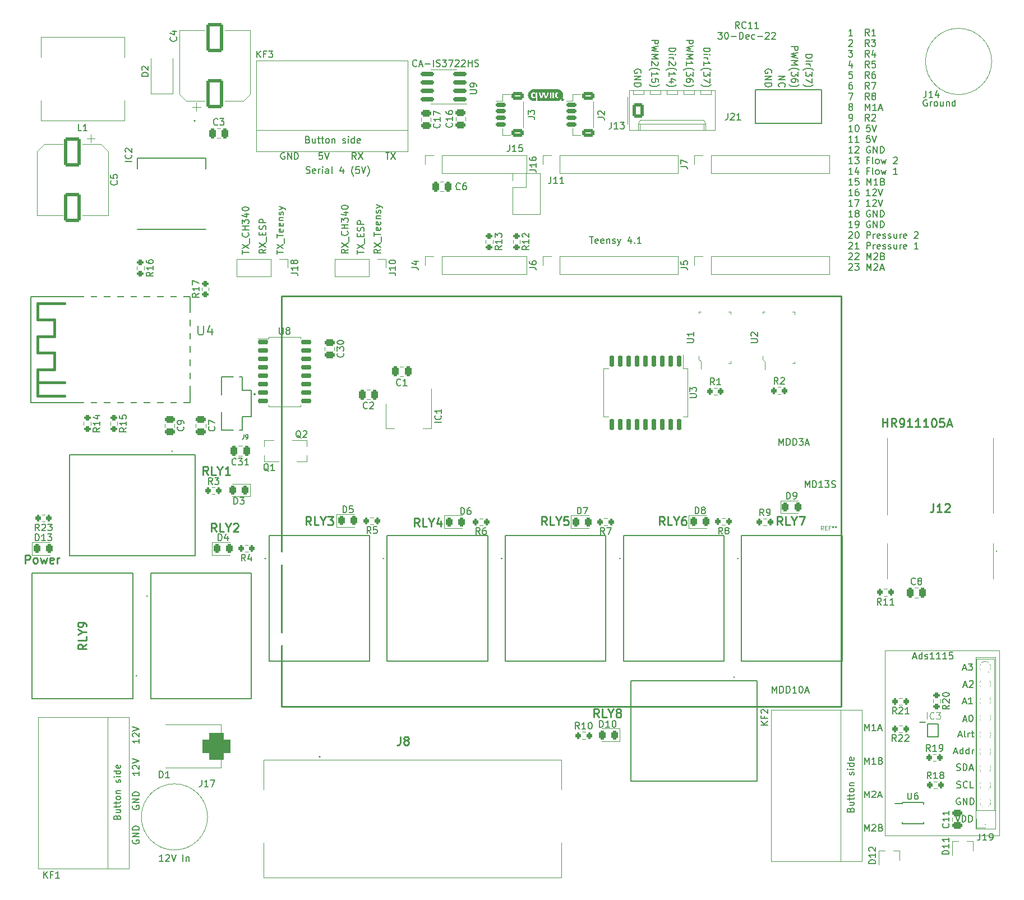
<source format=gbr>
%TF.GenerationSoftware,KiCad,Pcbnew,7.0.9*%
%TF.CreationDate,2024-05-20T07:51:08-06:00*%
%TF.ProjectId,RC11,52433131-2e6b-4696-9361-645f70636258,rev?*%
%TF.SameCoordinates,Original*%
%TF.FileFunction,Legend,Top*%
%TF.FilePolarity,Positive*%
%FSLAX46Y46*%
G04 Gerber Fmt 4.6, Leading zero omitted, Abs format (unit mm)*
G04 Created by KiCad (PCBNEW 7.0.9) date 2024-05-20 07:51:08*
%MOMM*%
%LPD*%
G01*
G04 APERTURE LIST*
G04 Aperture macros list*
%AMRoundRect*
0 Rectangle with rounded corners*
0 $1 Rounding radius*
0 $2 $3 $4 $5 $6 $7 $8 $9 X,Y pos of 4 corners*
0 Add a 4 corners polygon primitive as box body*
4,1,4,$2,$3,$4,$5,$6,$7,$8,$9,$2,$3,0*
0 Add four circle primitives for the rounded corners*
1,1,$1+$1,$2,$3*
1,1,$1+$1,$4,$5*
1,1,$1+$1,$6,$7*
1,1,$1+$1,$8,$9*
0 Add four rect primitives between the rounded corners*
20,1,$1+$1,$2,$3,$4,$5,0*
20,1,$1+$1,$4,$5,$6,$7,0*
20,1,$1+$1,$6,$7,$8,$9,0*
20,1,$1+$1,$8,$9,$2,$3,0*%
G04 Aperture macros list end*
%ADD10C,0.150000*%
%ADD11C,0.254000*%
%ADD12C,0.015000*%
%ADD13C,0.125000*%
%ADD14C,0.100000*%
%ADD15C,0.200000*%
%ADD16C,0.120000*%
%ADD17C,0.127000*%
%ADD18C,0.010000*%
%ADD19C,0.406400*%
%ADD20C,2.625000*%
%ADD21C,4.395000*%
%ADD22R,1.950000X1.950000*%
%ADD23C,2.250000*%
%ADD24C,1.950000*%
%ADD25RoundRect,0.150000X-0.625000X0.150000X-0.625000X-0.150000X0.625000X-0.150000X0.625000X0.150000X0*%
%ADD26RoundRect,0.249999X-0.650001X0.350001X-0.650001X-0.350001X0.650001X-0.350001X0.650001X0.350001X0*%
%ADD27RoundRect,0.250000X0.250000X0.475000X-0.250000X0.475000X-0.250000X-0.475000X0.250000X-0.475000X0*%
%ADD28RoundRect,0.250000X-0.250000X-0.475000X0.250000X-0.475000X0.250000X0.475000X-0.250000X0.475000X0*%
%ADD29RoundRect,0.250000X1.000000X-1.950000X1.000000X1.950000X-1.000000X1.950000X-1.000000X-1.950000X0*%
%ADD30RoundRect,0.250000X-1.000000X1.950000X-1.000000X-1.950000X1.000000X-1.950000X1.000000X1.950000X0*%
%ADD31R,1.800000X1.800000*%
%ADD32R,1.500000X2.000000*%
%ADD33R,3.800000X2.000000*%
%ADD34R,1.050000X3.210000*%
%ADD35R,10.530000X8.460000*%
%ADD36C,0.001000*%
%ADD37C,1.446000*%
%ADD38C,1.530000*%
%ADD39C,2.445000*%
%ADD40R,2.900000X5.400000*%
%ADD41RoundRect,0.150000X-0.150000X0.725000X-0.150000X-0.725000X0.150000X-0.725000X0.150000X0.725000X0*%
%ADD42R,1.700000X1.700000*%
%ADD43O,1.700000X1.700000*%
%ADD44R,1.350000X1.350000*%
%ADD45O,1.350000X1.350000*%
%ADD46R,2.600000X2.600000*%
%ADD47C,2.600000*%
%ADD48C,3.200000*%
%ADD49RoundRect,0.200000X0.200000X0.275000X-0.200000X0.275000X-0.200000X-0.275000X0.200000X-0.275000X0*%
%ADD50RoundRect,0.200000X-0.200000X-0.275000X0.200000X-0.275000X0.200000X0.275000X-0.200000X0.275000X0*%
%ADD51R,1.500000X1.300000*%
%ADD52R,1.308000X1.308000*%
%ADD53C,1.308000*%
%ADD54RoundRect,1.025000X-1.125000X1.025000X-1.125000X-1.025000X1.125000X-1.025000X1.125000X1.025000X0*%
%ADD55R,4.300000X4.100000*%
%ADD56C,9.000000*%
%ADD57RoundRect,0.243750X0.243750X0.456250X-0.243750X0.456250X-0.243750X-0.456250X0.243750X-0.456250X0*%
%ADD58RoundRect,0.243750X-0.243750X-0.456250X0.243750X-0.456250X0.243750X0.456250X-0.243750X0.456250X0*%
%ADD59RoundRect,0.250000X-0.475000X0.250000X-0.475000X-0.250000X0.475000X-0.250000X0.475000X0.250000X0*%
%ADD60R,1.500000X0.450000*%
%ADD61O,1.100000X2.000000*%
%ADD62O,1.100000X2.200000*%
%ADD63R,0.900000X0.800000*%
%ADD64RoundRect,0.200000X-0.275000X0.200000X-0.275000X-0.200000X0.275000X-0.200000X0.275000X0.200000X0*%
%ADD65RoundRect,0.200000X0.275000X-0.200000X0.275000X0.200000X-0.275000X0.200000X-0.275000X-0.200000X0*%
%ADD66R,1.000000X2.200000*%
%ADD67R,1.500000X1.000000*%
%ADD68RoundRect,0.150000X-0.650000X-0.150000X0.650000X-0.150000X0.650000X0.150000X-0.650000X0.150000X0*%
%ADD69R,0.800000X0.900000*%
%ADD70R,0.850000X0.300000*%
%ADD71RoundRect,0.249999X-0.620001X-0.845001X0.620001X-0.845001X0.620001X0.845001X-0.620001X0.845001X0*%
%ADD72O,1.740000X2.190000*%
%ADD73RoundRect,0.250000X0.475000X-0.250000X0.475000X0.250000X-0.475000X0.250000X-0.475000X-0.250000X0*%
%ADD74R,1.100000X0.250000*%
%ADD75RoundRect,0.150000X0.825000X0.150000X-0.825000X0.150000X-0.825000X-0.150000X0.825000X-0.150000X0*%
G04 APERTURE END LIST*
D10*
X41818838Y-154594504D02*
X41771219Y-154689742D01*
X41771219Y-154689742D02*
X41771219Y-154832599D01*
X41771219Y-154832599D02*
X41818838Y-154975456D01*
X41818838Y-154975456D02*
X41914076Y-155070694D01*
X41914076Y-155070694D02*
X42009314Y-155118313D01*
X42009314Y-155118313D02*
X42199790Y-155165932D01*
X42199790Y-155165932D02*
X42342647Y-155165932D01*
X42342647Y-155165932D02*
X42533123Y-155118313D01*
X42533123Y-155118313D02*
X42628361Y-155070694D01*
X42628361Y-155070694D02*
X42723600Y-154975456D01*
X42723600Y-154975456D02*
X42771219Y-154832599D01*
X42771219Y-154832599D02*
X42771219Y-154737361D01*
X42771219Y-154737361D02*
X42723600Y-154594504D01*
X42723600Y-154594504D02*
X42675980Y-154546885D01*
X42675980Y-154546885D02*
X42342647Y-154546885D01*
X42342647Y-154546885D02*
X42342647Y-154737361D01*
X42771219Y-154118313D02*
X41771219Y-154118313D01*
X41771219Y-154118313D02*
X42771219Y-153546885D01*
X42771219Y-153546885D02*
X41771219Y-153546885D01*
X42771219Y-153070694D02*
X41771219Y-153070694D01*
X41771219Y-153070694D02*
X41771219Y-152832599D01*
X41771219Y-152832599D02*
X41818838Y-152689742D01*
X41818838Y-152689742D02*
X41914076Y-152594504D01*
X41914076Y-152594504D02*
X42009314Y-152546885D01*
X42009314Y-152546885D02*
X42199790Y-152499266D01*
X42199790Y-152499266D02*
X42342647Y-152499266D01*
X42342647Y-152499266D02*
X42533123Y-152546885D01*
X42533123Y-152546885D02*
X42628361Y-152594504D01*
X42628361Y-152594504D02*
X42723600Y-152689742D01*
X42723600Y-152689742D02*
X42771219Y-152832599D01*
X42771219Y-152832599D02*
X42771219Y-153070694D01*
X41818838Y-149422447D02*
X41771219Y-149517685D01*
X41771219Y-149517685D02*
X41771219Y-149660542D01*
X41771219Y-149660542D02*
X41818838Y-149803399D01*
X41818838Y-149803399D02*
X41914076Y-149898637D01*
X41914076Y-149898637D02*
X42009314Y-149946256D01*
X42009314Y-149946256D02*
X42199790Y-149993875D01*
X42199790Y-149993875D02*
X42342647Y-149993875D01*
X42342647Y-149993875D02*
X42533123Y-149946256D01*
X42533123Y-149946256D02*
X42628361Y-149898637D01*
X42628361Y-149898637D02*
X42723600Y-149803399D01*
X42723600Y-149803399D02*
X42771219Y-149660542D01*
X42771219Y-149660542D02*
X42771219Y-149565304D01*
X42771219Y-149565304D02*
X42723600Y-149422447D01*
X42723600Y-149422447D02*
X42675980Y-149374828D01*
X42675980Y-149374828D02*
X42342647Y-149374828D01*
X42342647Y-149374828D02*
X42342647Y-149565304D01*
X42771219Y-148946256D02*
X41771219Y-148946256D01*
X41771219Y-148946256D02*
X42771219Y-148374828D01*
X42771219Y-148374828D02*
X41771219Y-148374828D01*
X42771219Y-147898637D02*
X41771219Y-147898637D01*
X41771219Y-147898637D02*
X41771219Y-147660542D01*
X41771219Y-147660542D02*
X41818838Y-147517685D01*
X41818838Y-147517685D02*
X41914076Y-147422447D01*
X41914076Y-147422447D02*
X42009314Y-147374828D01*
X42009314Y-147374828D02*
X42199790Y-147327209D01*
X42199790Y-147327209D02*
X42342647Y-147327209D01*
X42342647Y-147327209D02*
X42533123Y-147374828D01*
X42533123Y-147374828D02*
X42628361Y-147422447D01*
X42628361Y-147422447D02*
X42723600Y-147517685D01*
X42723600Y-147517685D02*
X42771219Y-147660542D01*
X42771219Y-147660542D02*
X42771219Y-147898637D01*
X42771219Y-144250390D02*
X42771219Y-144821818D01*
X42771219Y-144536104D02*
X41771219Y-144536104D01*
X41771219Y-144536104D02*
X41914076Y-144631342D01*
X41914076Y-144631342D02*
X42009314Y-144726580D01*
X42009314Y-144726580D02*
X42056933Y-144821818D01*
X41866457Y-143869437D02*
X41818838Y-143821818D01*
X41818838Y-143821818D02*
X41771219Y-143726580D01*
X41771219Y-143726580D02*
X41771219Y-143488485D01*
X41771219Y-143488485D02*
X41818838Y-143393247D01*
X41818838Y-143393247D02*
X41866457Y-143345628D01*
X41866457Y-143345628D02*
X41961695Y-143298009D01*
X41961695Y-143298009D02*
X42056933Y-143298009D01*
X42056933Y-143298009D02*
X42199790Y-143345628D01*
X42199790Y-143345628D02*
X42771219Y-143917056D01*
X42771219Y-143917056D02*
X42771219Y-143298009D01*
X41771219Y-143012294D02*
X42771219Y-142678961D01*
X42771219Y-142678961D02*
X41771219Y-142345628D01*
X143385380Y-35959618D02*
X144385380Y-35959618D01*
X144385380Y-35959618D02*
X144385380Y-36197713D01*
X144385380Y-36197713D02*
X144337761Y-36340570D01*
X144337761Y-36340570D02*
X144242523Y-36435808D01*
X144242523Y-36435808D02*
X144147285Y-36483427D01*
X144147285Y-36483427D02*
X143956809Y-36531046D01*
X143956809Y-36531046D02*
X143813952Y-36531046D01*
X143813952Y-36531046D02*
X143623476Y-36483427D01*
X143623476Y-36483427D02*
X143528238Y-36435808D01*
X143528238Y-36435808D02*
X143433000Y-36340570D01*
X143433000Y-36340570D02*
X143385380Y-36197713D01*
X143385380Y-36197713D02*
X143385380Y-35959618D01*
X143385380Y-36959618D02*
X144052047Y-36959618D01*
X144385380Y-36959618D02*
X144337761Y-36911999D01*
X144337761Y-36911999D02*
X144290142Y-36959618D01*
X144290142Y-36959618D02*
X144337761Y-37007237D01*
X144337761Y-37007237D02*
X144385380Y-36959618D01*
X144385380Y-36959618D02*
X144290142Y-36959618D01*
X143385380Y-37435808D02*
X144052047Y-37435808D01*
X143861571Y-37435808D02*
X143956809Y-37483427D01*
X143956809Y-37483427D02*
X144004428Y-37531046D01*
X144004428Y-37531046D02*
X144052047Y-37626284D01*
X144052047Y-37626284D02*
X144052047Y-37721522D01*
X143004428Y-38340570D02*
X143052047Y-38292951D01*
X143052047Y-38292951D02*
X143194904Y-38197713D01*
X143194904Y-38197713D02*
X143290142Y-38150094D01*
X143290142Y-38150094D02*
X143433000Y-38102475D01*
X143433000Y-38102475D02*
X143671095Y-38054856D01*
X143671095Y-38054856D02*
X143861571Y-38054856D01*
X143861571Y-38054856D02*
X144099666Y-38102475D01*
X144099666Y-38102475D02*
X144242523Y-38150094D01*
X144242523Y-38150094D02*
X144337761Y-38197713D01*
X144337761Y-38197713D02*
X144480619Y-38292951D01*
X144480619Y-38292951D02*
X144528238Y-38340570D01*
X144385380Y-38626285D02*
X144385380Y-39245332D01*
X144385380Y-39245332D02*
X144004428Y-38911999D01*
X144004428Y-38911999D02*
X144004428Y-39054856D01*
X144004428Y-39054856D02*
X143956809Y-39150094D01*
X143956809Y-39150094D02*
X143909190Y-39197713D01*
X143909190Y-39197713D02*
X143813952Y-39245332D01*
X143813952Y-39245332D02*
X143575857Y-39245332D01*
X143575857Y-39245332D02*
X143480619Y-39197713D01*
X143480619Y-39197713D02*
X143433000Y-39150094D01*
X143433000Y-39150094D02*
X143385380Y-39054856D01*
X143385380Y-39054856D02*
X143385380Y-38769142D01*
X143385380Y-38769142D02*
X143433000Y-38673904D01*
X143433000Y-38673904D02*
X143480619Y-38626285D01*
X144385380Y-39578666D02*
X144385380Y-40245332D01*
X144385380Y-40245332D02*
X143385380Y-39816761D01*
X143004428Y-40531047D02*
X143052047Y-40578666D01*
X143052047Y-40578666D02*
X143194904Y-40673904D01*
X143194904Y-40673904D02*
X143290142Y-40721523D01*
X143290142Y-40721523D02*
X143433000Y-40769142D01*
X143433000Y-40769142D02*
X143671095Y-40816761D01*
X143671095Y-40816761D02*
X143861571Y-40816761D01*
X143861571Y-40816761D02*
X144099666Y-40769142D01*
X144099666Y-40769142D02*
X144242523Y-40721523D01*
X144242523Y-40721523D02*
X144337761Y-40673904D01*
X144337761Y-40673904D02*
X144480619Y-40578666D01*
X144480619Y-40578666D02*
X144528238Y-40531047D01*
X141251780Y-34769142D02*
X142251780Y-34769142D01*
X142251780Y-34769142D02*
X142251780Y-35150094D01*
X142251780Y-35150094D02*
X142204161Y-35245332D01*
X142204161Y-35245332D02*
X142156542Y-35292951D01*
X142156542Y-35292951D02*
X142061304Y-35340570D01*
X142061304Y-35340570D02*
X141918447Y-35340570D01*
X141918447Y-35340570D02*
X141823209Y-35292951D01*
X141823209Y-35292951D02*
X141775590Y-35245332D01*
X141775590Y-35245332D02*
X141727971Y-35150094D01*
X141727971Y-35150094D02*
X141727971Y-34769142D01*
X142251780Y-35673904D02*
X141251780Y-35911999D01*
X141251780Y-35911999D02*
X141966066Y-36102475D01*
X141966066Y-36102475D02*
X141251780Y-36292951D01*
X141251780Y-36292951D02*
X142251780Y-36531047D01*
X141251780Y-36911999D02*
X142251780Y-36911999D01*
X142251780Y-36911999D02*
X141537495Y-37245332D01*
X141537495Y-37245332D02*
X142251780Y-37578665D01*
X142251780Y-37578665D02*
X141251780Y-37578665D01*
X140870828Y-38340570D02*
X140918447Y-38292951D01*
X140918447Y-38292951D02*
X141061304Y-38197713D01*
X141061304Y-38197713D02*
X141156542Y-38150094D01*
X141156542Y-38150094D02*
X141299400Y-38102475D01*
X141299400Y-38102475D02*
X141537495Y-38054856D01*
X141537495Y-38054856D02*
X141727971Y-38054856D01*
X141727971Y-38054856D02*
X141966066Y-38102475D01*
X141966066Y-38102475D02*
X142108923Y-38150094D01*
X142108923Y-38150094D02*
X142204161Y-38197713D01*
X142204161Y-38197713D02*
X142347019Y-38292951D01*
X142347019Y-38292951D02*
X142394638Y-38340570D01*
X142251780Y-38626285D02*
X142251780Y-39245332D01*
X142251780Y-39245332D02*
X141870828Y-38911999D01*
X141870828Y-38911999D02*
X141870828Y-39054856D01*
X141870828Y-39054856D02*
X141823209Y-39150094D01*
X141823209Y-39150094D02*
X141775590Y-39197713D01*
X141775590Y-39197713D02*
X141680352Y-39245332D01*
X141680352Y-39245332D02*
X141442257Y-39245332D01*
X141442257Y-39245332D02*
X141347019Y-39197713D01*
X141347019Y-39197713D02*
X141299400Y-39150094D01*
X141299400Y-39150094D02*
X141251780Y-39054856D01*
X141251780Y-39054856D02*
X141251780Y-38769142D01*
X141251780Y-38769142D02*
X141299400Y-38673904D01*
X141299400Y-38673904D02*
X141347019Y-38626285D01*
X142251780Y-40102475D02*
X142251780Y-39911999D01*
X142251780Y-39911999D02*
X142204161Y-39816761D01*
X142204161Y-39816761D02*
X142156542Y-39769142D01*
X142156542Y-39769142D02*
X142013685Y-39673904D01*
X142013685Y-39673904D02*
X141823209Y-39626285D01*
X141823209Y-39626285D02*
X141442257Y-39626285D01*
X141442257Y-39626285D02*
X141347019Y-39673904D01*
X141347019Y-39673904D02*
X141299400Y-39721523D01*
X141299400Y-39721523D02*
X141251780Y-39816761D01*
X141251780Y-39816761D02*
X141251780Y-40007237D01*
X141251780Y-40007237D02*
X141299400Y-40102475D01*
X141299400Y-40102475D02*
X141347019Y-40150094D01*
X141347019Y-40150094D02*
X141442257Y-40197713D01*
X141442257Y-40197713D02*
X141680352Y-40197713D01*
X141680352Y-40197713D02*
X141775590Y-40150094D01*
X141775590Y-40150094D02*
X141823209Y-40102475D01*
X141823209Y-40102475D02*
X141870828Y-40007237D01*
X141870828Y-40007237D02*
X141870828Y-39816761D01*
X141870828Y-39816761D02*
X141823209Y-39721523D01*
X141823209Y-39721523D02*
X141775590Y-39673904D01*
X141775590Y-39673904D02*
X141680352Y-39626285D01*
X140870828Y-40531047D02*
X140918447Y-40578666D01*
X140918447Y-40578666D02*
X141061304Y-40673904D01*
X141061304Y-40673904D02*
X141156542Y-40721523D01*
X141156542Y-40721523D02*
X141299400Y-40769142D01*
X141299400Y-40769142D02*
X141537495Y-40816761D01*
X141537495Y-40816761D02*
X141727971Y-40816761D01*
X141727971Y-40816761D02*
X141966066Y-40769142D01*
X141966066Y-40769142D02*
X142108923Y-40721523D01*
X142108923Y-40721523D02*
X142204161Y-40673904D01*
X142204161Y-40673904D02*
X142347019Y-40578666D01*
X142347019Y-40578666D02*
X142394638Y-40531047D01*
X75525333Y-51788219D02*
X75192000Y-51312028D01*
X74953905Y-51788219D02*
X74953905Y-50788219D01*
X74953905Y-50788219D02*
X75334857Y-50788219D01*
X75334857Y-50788219D02*
X75430095Y-50835838D01*
X75430095Y-50835838D02*
X75477714Y-50883457D01*
X75477714Y-50883457D02*
X75525333Y-50978695D01*
X75525333Y-50978695D02*
X75525333Y-51121552D01*
X75525333Y-51121552D02*
X75477714Y-51216790D01*
X75477714Y-51216790D02*
X75430095Y-51264409D01*
X75430095Y-51264409D02*
X75334857Y-51312028D01*
X75334857Y-51312028D02*
X74953905Y-51312028D01*
X75858667Y-50788219D02*
X76525333Y-51788219D01*
X76525333Y-50788219D02*
X75858667Y-51788219D01*
X127967580Y-35007238D02*
X128967580Y-35007238D01*
X128967580Y-35007238D02*
X128967580Y-35245333D01*
X128967580Y-35245333D02*
X128919961Y-35388190D01*
X128919961Y-35388190D02*
X128824723Y-35483428D01*
X128824723Y-35483428D02*
X128729485Y-35531047D01*
X128729485Y-35531047D02*
X128539009Y-35578666D01*
X128539009Y-35578666D02*
X128396152Y-35578666D01*
X128396152Y-35578666D02*
X128205676Y-35531047D01*
X128205676Y-35531047D02*
X128110438Y-35483428D01*
X128110438Y-35483428D02*
X128015200Y-35388190D01*
X128015200Y-35388190D02*
X127967580Y-35245333D01*
X127967580Y-35245333D02*
X127967580Y-35007238D01*
X127967580Y-36007238D02*
X128634247Y-36007238D01*
X128967580Y-36007238D02*
X128919961Y-35959619D01*
X128919961Y-35959619D02*
X128872342Y-36007238D01*
X128872342Y-36007238D02*
X128919961Y-36054857D01*
X128919961Y-36054857D02*
X128967580Y-36007238D01*
X128967580Y-36007238D02*
X128872342Y-36007238D01*
X127967580Y-36483428D02*
X128634247Y-36483428D01*
X128443771Y-36483428D02*
X128539009Y-36531047D01*
X128539009Y-36531047D02*
X128586628Y-36578666D01*
X128586628Y-36578666D02*
X128634247Y-36673904D01*
X128634247Y-36673904D02*
X128634247Y-36769142D01*
X127967580Y-37626285D02*
X127967580Y-37054857D01*
X127967580Y-37340571D02*
X128967580Y-37340571D01*
X128967580Y-37340571D02*
X128824723Y-37245333D01*
X128824723Y-37245333D02*
X128729485Y-37150095D01*
X128729485Y-37150095D02*
X128681866Y-37054857D01*
X127586628Y-38340571D02*
X127634247Y-38292952D01*
X127634247Y-38292952D02*
X127777104Y-38197714D01*
X127777104Y-38197714D02*
X127872342Y-38150095D01*
X127872342Y-38150095D02*
X128015200Y-38102476D01*
X128015200Y-38102476D02*
X128253295Y-38054857D01*
X128253295Y-38054857D02*
X128443771Y-38054857D01*
X128443771Y-38054857D02*
X128681866Y-38102476D01*
X128681866Y-38102476D02*
X128824723Y-38150095D01*
X128824723Y-38150095D02*
X128919961Y-38197714D01*
X128919961Y-38197714D02*
X129062819Y-38292952D01*
X129062819Y-38292952D02*
X129110438Y-38340571D01*
X128967580Y-38626286D02*
X128967580Y-39245333D01*
X128967580Y-39245333D02*
X128586628Y-38912000D01*
X128586628Y-38912000D02*
X128586628Y-39054857D01*
X128586628Y-39054857D02*
X128539009Y-39150095D01*
X128539009Y-39150095D02*
X128491390Y-39197714D01*
X128491390Y-39197714D02*
X128396152Y-39245333D01*
X128396152Y-39245333D02*
X128158057Y-39245333D01*
X128158057Y-39245333D02*
X128062819Y-39197714D01*
X128062819Y-39197714D02*
X128015200Y-39150095D01*
X128015200Y-39150095D02*
X127967580Y-39054857D01*
X127967580Y-39054857D02*
X127967580Y-38769143D01*
X127967580Y-38769143D02*
X128015200Y-38673905D01*
X128015200Y-38673905D02*
X128062819Y-38626286D01*
X128967580Y-39578667D02*
X128967580Y-40245333D01*
X128967580Y-40245333D02*
X127967580Y-39816762D01*
X127586628Y-40531048D02*
X127634247Y-40578667D01*
X127634247Y-40578667D02*
X127777104Y-40673905D01*
X127777104Y-40673905D02*
X127872342Y-40721524D01*
X127872342Y-40721524D02*
X128015200Y-40769143D01*
X128015200Y-40769143D02*
X128253295Y-40816762D01*
X128253295Y-40816762D02*
X128443771Y-40816762D01*
X128443771Y-40816762D02*
X128681866Y-40769143D01*
X128681866Y-40769143D02*
X128824723Y-40721524D01*
X128824723Y-40721524D02*
X128919961Y-40673905D01*
X128919961Y-40673905D02*
X129062819Y-40578667D01*
X129062819Y-40578667D02*
X129110438Y-40531048D01*
X120138030Y-33816762D02*
X121138030Y-33816762D01*
X121138030Y-33816762D02*
X121138030Y-34197714D01*
X121138030Y-34197714D02*
X121090411Y-34292952D01*
X121090411Y-34292952D02*
X121042792Y-34340571D01*
X121042792Y-34340571D02*
X120947554Y-34388190D01*
X120947554Y-34388190D02*
X120804697Y-34388190D01*
X120804697Y-34388190D02*
X120709459Y-34340571D01*
X120709459Y-34340571D02*
X120661840Y-34292952D01*
X120661840Y-34292952D02*
X120614221Y-34197714D01*
X120614221Y-34197714D02*
X120614221Y-33816762D01*
X121138030Y-34721524D02*
X120138030Y-34959619D01*
X120138030Y-34959619D02*
X120852316Y-35150095D01*
X120852316Y-35150095D02*
X120138030Y-35340571D01*
X120138030Y-35340571D02*
X121138030Y-35578667D01*
X120138030Y-35959619D02*
X121138030Y-35959619D01*
X121138030Y-35959619D02*
X120423745Y-36292952D01*
X120423745Y-36292952D02*
X121138030Y-36626285D01*
X121138030Y-36626285D02*
X120138030Y-36626285D01*
X121042792Y-37054857D02*
X121090411Y-37102476D01*
X121090411Y-37102476D02*
X121138030Y-37197714D01*
X121138030Y-37197714D02*
X121138030Y-37435809D01*
X121138030Y-37435809D02*
X121090411Y-37531047D01*
X121090411Y-37531047D02*
X121042792Y-37578666D01*
X121042792Y-37578666D02*
X120947554Y-37626285D01*
X120947554Y-37626285D02*
X120852316Y-37626285D01*
X120852316Y-37626285D02*
X120709459Y-37578666D01*
X120709459Y-37578666D02*
X120138030Y-37007238D01*
X120138030Y-37007238D02*
X120138030Y-37626285D01*
X119757078Y-38340571D02*
X119804697Y-38292952D01*
X119804697Y-38292952D02*
X119947554Y-38197714D01*
X119947554Y-38197714D02*
X120042792Y-38150095D01*
X120042792Y-38150095D02*
X120185650Y-38102476D01*
X120185650Y-38102476D02*
X120423745Y-38054857D01*
X120423745Y-38054857D02*
X120614221Y-38054857D01*
X120614221Y-38054857D02*
X120852316Y-38102476D01*
X120852316Y-38102476D02*
X120995173Y-38150095D01*
X120995173Y-38150095D02*
X121090411Y-38197714D01*
X121090411Y-38197714D02*
X121233269Y-38292952D01*
X121233269Y-38292952D02*
X121280888Y-38340571D01*
X120138030Y-39245333D02*
X120138030Y-38673905D01*
X120138030Y-38959619D02*
X121138030Y-38959619D01*
X121138030Y-38959619D02*
X120995173Y-38864381D01*
X120995173Y-38864381D02*
X120899935Y-38769143D01*
X120899935Y-38769143D02*
X120852316Y-38673905D01*
X121138030Y-40150095D02*
X121138030Y-39673905D01*
X121138030Y-39673905D02*
X120661840Y-39626286D01*
X120661840Y-39626286D02*
X120709459Y-39673905D01*
X120709459Y-39673905D02*
X120757078Y-39769143D01*
X120757078Y-39769143D02*
X120757078Y-40007238D01*
X120757078Y-40007238D02*
X120709459Y-40102476D01*
X120709459Y-40102476D02*
X120661840Y-40150095D01*
X120661840Y-40150095D02*
X120566602Y-40197714D01*
X120566602Y-40197714D02*
X120328507Y-40197714D01*
X120328507Y-40197714D02*
X120233269Y-40150095D01*
X120233269Y-40150095D02*
X120185650Y-40102476D01*
X120185650Y-40102476D02*
X120138030Y-40007238D01*
X120138030Y-40007238D02*
X120138030Y-39769143D01*
X120138030Y-39769143D02*
X120185650Y-39673905D01*
X120185650Y-39673905D02*
X120233269Y-39626286D01*
X119757078Y-40531048D02*
X119804697Y-40578667D01*
X119804697Y-40578667D02*
X119947554Y-40673905D01*
X119947554Y-40673905D02*
X120042792Y-40721524D01*
X120042792Y-40721524D02*
X120185650Y-40769143D01*
X120185650Y-40769143D02*
X120423745Y-40816762D01*
X120423745Y-40816762D02*
X120614221Y-40816762D01*
X120614221Y-40816762D02*
X120852316Y-40769143D01*
X120852316Y-40769143D02*
X120995173Y-40721524D01*
X120995173Y-40721524D02*
X121090411Y-40673905D01*
X121090411Y-40673905D02*
X121233269Y-40578667D01*
X121233269Y-40578667D02*
X121280888Y-40531048D01*
X63539019Y-66106886D02*
X63539019Y-65535458D01*
X64539019Y-65821172D02*
X63539019Y-65821172D01*
X63539019Y-65297362D02*
X64539019Y-64630696D01*
X63539019Y-64630696D02*
X64539019Y-65297362D01*
X64634257Y-64487839D02*
X64634257Y-63725934D01*
X63539019Y-63630695D02*
X63539019Y-63059267D01*
X64539019Y-63344981D02*
X63539019Y-63344981D01*
X64491400Y-62344981D02*
X64539019Y-62440219D01*
X64539019Y-62440219D02*
X64539019Y-62630695D01*
X64539019Y-62630695D02*
X64491400Y-62725933D01*
X64491400Y-62725933D02*
X64396161Y-62773552D01*
X64396161Y-62773552D02*
X64015209Y-62773552D01*
X64015209Y-62773552D02*
X63919971Y-62725933D01*
X63919971Y-62725933D02*
X63872352Y-62630695D01*
X63872352Y-62630695D02*
X63872352Y-62440219D01*
X63872352Y-62440219D02*
X63919971Y-62344981D01*
X63919971Y-62344981D02*
X64015209Y-62297362D01*
X64015209Y-62297362D02*
X64110447Y-62297362D01*
X64110447Y-62297362D02*
X64205685Y-62773552D01*
X64491400Y-61487838D02*
X64539019Y-61583076D01*
X64539019Y-61583076D02*
X64539019Y-61773552D01*
X64539019Y-61773552D02*
X64491400Y-61868790D01*
X64491400Y-61868790D02*
X64396161Y-61916409D01*
X64396161Y-61916409D02*
X64015209Y-61916409D01*
X64015209Y-61916409D02*
X63919971Y-61868790D01*
X63919971Y-61868790D02*
X63872352Y-61773552D01*
X63872352Y-61773552D02*
X63872352Y-61583076D01*
X63872352Y-61583076D02*
X63919971Y-61487838D01*
X63919971Y-61487838D02*
X64015209Y-61440219D01*
X64015209Y-61440219D02*
X64110447Y-61440219D01*
X64110447Y-61440219D02*
X64205685Y-61916409D01*
X63872352Y-61011647D02*
X64539019Y-61011647D01*
X63967590Y-61011647D02*
X63919971Y-60964028D01*
X63919971Y-60964028D02*
X63872352Y-60868790D01*
X63872352Y-60868790D02*
X63872352Y-60725933D01*
X63872352Y-60725933D02*
X63919971Y-60630695D01*
X63919971Y-60630695D02*
X64015209Y-60583076D01*
X64015209Y-60583076D02*
X64539019Y-60583076D01*
X64491400Y-60154504D02*
X64539019Y-60059266D01*
X64539019Y-60059266D02*
X64539019Y-59868790D01*
X64539019Y-59868790D02*
X64491400Y-59773552D01*
X64491400Y-59773552D02*
X64396161Y-59725933D01*
X64396161Y-59725933D02*
X64348542Y-59725933D01*
X64348542Y-59725933D02*
X64253304Y-59773552D01*
X64253304Y-59773552D02*
X64205685Y-59868790D01*
X64205685Y-59868790D02*
X64205685Y-60011647D01*
X64205685Y-60011647D02*
X64158066Y-60106885D01*
X64158066Y-60106885D02*
X64062828Y-60154504D01*
X64062828Y-60154504D02*
X64015209Y-60154504D01*
X64015209Y-60154504D02*
X63919971Y-60106885D01*
X63919971Y-60106885D02*
X63872352Y-60011647D01*
X63872352Y-60011647D02*
X63872352Y-59868790D01*
X63872352Y-59868790D02*
X63919971Y-59773552D01*
X63872352Y-59392599D02*
X64539019Y-59154504D01*
X63872352Y-58916409D02*
X64539019Y-59154504D01*
X64539019Y-59154504D02*
X64777114Y-59249742D01*
X64777114Y-59249742D02*
X64824733Y-59297361D01*
X64824733Y-59297361D02*
X64872352Y-59392599D01*
X74292619Y-65392600D02*
X73816428Y-65725933D01*
X74292619Y-65964028D02*
X73292619Y-65964028D01*
X73292619Y-65964028D02*
X73292619Y-65583076D01*
X73292619Y-65583076D02*
X73340238Y-65487838D01*
X73340238Y-65487838D02*
X73387857Y-65440219D01*
X73387857Y-65440219D02*
X73483095Y-65392600D01*
X73483095Y-65392600D02*
X73625952Y-65392600D01*
X73625952Y-65392600D02*
X73721190Y-65440219D01*
X73721190Y-65440219D02*
X73768809Y-65487838D01*
X73768809Y-65487838D02*
X73816428Y-65583076D01*
X73816428Y-65583076D02*
X73816428Y-65964028D01*
X73292619Y-65059266D02*
X74292619Y-64392600D01*
X73292619Y-64392600D02*
X74292619Y-65059266D01*
X74387857Y-64249743D02*
X74387857Y-63487838D01*
X74197380Y-62678314D02*
X74245000Y-62725933D01*
X74245000Y-62725933D02*
X74292619Y-62868790D01*
X74292619Y-62868790D02*
X74292619Y-62964028D01*
X74292619Y-62964028D02*
X74245000Y-63106885D01*
X74245000Y-63106885D02*
X74149761Y-63202123D01*
X74149761Y-63202123D02*
X74054523Y-63249742D01*
X74054523Y-63249742D02*
X73864047Y-63297361D01*
X73864047Y-63297361D02*
X73721190Y-63297361D01*
X73721190Y-63297361D02*
X73530714Y-63249742D01*
X73530714Y-63249742D02*
X73435476Y-63202123D01*
X73435476Y-63202123D02*
X73340238Y-63106885D01*
X73340238Y-63106885D02*
X73292619Y-62964028D01*
X73292619Y-62964028D02*
X73292619Y-62868790D01*
X73292619Y-62868790D02*
X73340238Y-62725933D01*
X73340238Y-62725933D02*
X73387857Y-62678314D01*
X74292619Y-62249742D02*
X73292619Y-62249742D01*
X73768809Y-62249742D02*
X73768809Y-61678314D01*
X74292619Y-61678314D02*
X73292619Y-61678314D01*
X73292619Y-61297361D02*
X73292619Y-60678314D01*
X73292619Y-60678314D02*
X73673571Y-61011647D01*
X73673571Y-61011647D02*
X73673571Y-60868790D01*
X73673571Y-60868790D02*
X73721190Y-60773552D01*
X73721190Y-60773552D02*
X73768809Y-60725933D01*
X73768809Y-60725933D02*
X73864047Y-60678314D01*
X73864047Y-60678314D02*
X74102142Y-60678314D01*
X74102142Y-60678314D02*
X74197380Y-60725933D01*
X74197380Y-60725933D02*
X74245000Y-60773552D01*
X74245000Y-60773552D02*
X74292619Y-60868790D01*
X74292619Y-60868790D02*
X74292619Y-61154504D01*
X74292619Y-61154504D02*
X74245000Y-61249742D01*
X74245000Y-61249742D02*
X74197380Y-61297361D01*
X73625952Y-59821171D02*
X74292619Y-59821171D01*
X73245000Y-60059266D02*
X73959285Y-60297361D01*
X73959285Y-60297361D02*
X73959285Y-59678314D01*
X73292619Y-59106885D02*
X73292619Y-59011647D01*
X73292619Y-59011647D02*
X73340238Y-58916409D01*
X73340238Y-58916409D02*
X73387857Y-58868790D01*
X73387857Y-58868790D02*
X73483095Y-58821171D01*
X73483095Y-58821171D02*
X73673571Y-58773552D01*
X73673571Y-58773552D02*
X73911666Y-58773552D01*
X73911666Y-58773552D02*
X74102142Y-58821171D01*
X74102142Y-58821171D02*
X74197380Y-58868790D01*
X74197380Y-58868790D02*
X74245000Y-58916409D01*
X74245000Y-58916409D02*
X74292619Y-59011647D01*
X74292619Y-59011647D02*
X74292619Y-59106885D01*
X74292619Y-59106885D02*
X74245000Y-59202123D01*
X74245000Y-59202123D02*
X74197380Y-59249742D01*
X74197380Y-59249742D02*
X74102142Y-59297361D01*
X74102142Y-59297361D02*
X73911666Y-59344980D01*
X73911666Y-59344980D02*
X73673571Y-59344980D01*
X73673571Y-59344980D02*
X73483095Y-59297361D01*
X73483095Y-59297361D02*
X73387857Y-59249742D01*
X73387857Y-59249742D02*
X73340238Y-59202123D01*
X73340238Y-59202123D02*
X73292619Y-59106885D01*
X58306619Y-66106885D02*
X58306619Y-65535457D01*
X59306619Y-65821171D02*
X58306619Y-65821171D01*
X58306619Y-65297361D02*
X59306619Y-64630695D01*
X58306619Y-64630695D02*
X59306619Y-65297361D01*
X59401857Y-64487838D02*
X59401857Y-63725933D01*
X59211380Y-62916409D02*
X59259000Y-62964028D01*
X59259000Y-62964028D02*
X59306619Y-63106885D01*
X59306619Y-63106885D02*
X59306619Y-63202123D01*
X59306619Y-63202123D02*
X59259000Y-63344980D01*
X59259000Y-63344980D02*
X59163761Y-63440218D01*
X59163761Y-63440218D02*
X59068523Y-63487837D01*
X59068523Y-63487837D02*
X58878047Y-63535456D01*
X58878047Y-63535456D02*
X58735190Y-63535456D01*
X58735190Y-63535456D02*
X58544714Y-63487837D01*
X58544714Y-63487837D02*
X58449476Y-63440218D01*
X58449476Y-63440218D02*
X58354238Y-63344980D01*
X58354238Y-63344980D02*
X58306619Y-63202123D01*
X58306619Y-63202123D02*
X58306619Y-63106885D01*
X58306619Y-63106885D02*
X58354238Y-62964028D01*
X58354238Y-62964028D02*
X58401857Y-62916409D01*
X59306619Y-62487837D02*
X58306619Y-62487837D01*
X58782809Y-62487837D02*
X58782809Y-61916409D01*
X59306619Y-61916409D02*
X58306619Y-61916409D01*
X58306619Y-61535456D02*
X58306619Y-60916409D01*
X58306619Y-60916409D02*
X58687571Y-61249742D01*
X58687571Y-61249742D02*
X58687571Y-61106885D01*
X58687571Y-61106885D02*
X58735190Y-61011647D01*
X58735190Y-61011647D02*
X58782809Y-60964028D01*
X58782809Y-60964028D02*
X58878047Y-60916409D01*
X58878047Y-60916409D02*
X59116142Y-60916409D01*
X59116142Y-60916409D02*
X59211380Y-60964028D01*
X59211380Y-60964028D02*
X59259000Y-61011647D01*
X59259000Y-61011647D02*
X59306619Y-61106885D01*
X59306619Y-61106885D02*
X59306619Y-61392599D01*
X59306619Y-61392599D02*
X59259000Y-61487837D01*
X59259000Y-61487837D02*
X59211380Y-61535456D01*
X58639952Y-60059266D02*
X59306619Y-60059266D01*
X58259000Y-60297361D02*
X58973285Y-60535456D01*
X58973285Y-60535456D02*
X58973285Y-59916409D01*
X58306619Y-59344980D02*
X58306619Y-59249742D01*
X58306619Y-59249742D02*
X58354238Y-59154504D01*
X58354238Y-59154504D02*
X58401857Y-59106885D01*
X58401857Y-59106885D02*
X58497095Y-59059266D01*
X58497095Y-59059266D02*
X58687571Y-59011647D01*
X58687571Y-59011647D02*
X58925666Y-59011647D01*
X58925666Y-59011647D02*
X59116142Y-59059266D01*
X59116142Y-59059266D02*
X59211380Y-59106885D01*
X59211380Y-59106885D02*
X59259000Y-59154504D01*
X59259000Y-59154504D02*
X59306619Y-59249742D01*
X59306619Y-59249742D02*
X59306619Y-59344980D01*
X59306619Y-59344980D02*
X59259000Y-59440218D01*
X59259000Y-59440218D02*
X59211380Y-59487837D01*
X59211380Y-59487837D02*
X59116142Y-59535456D01*
X59116142Y-59535456D02*
X58925666Y-59583075D01*
X58925666Y-59583075D02*
X58687571Y-59583075D01*
X58687571Y-59583075D02*
X58497095Y-59535456D01*
X58497095Y-59535456D02*
X58401857Y-59487837D01*
X58401857Y-59487837D02*
X58354238Y-59440218D01*
X58354238Y-59440218D02*
X58306619Y-59344980D01*
D11*
X25557238Y-112816918D02*
X25557238Y-111546918D01*
X25557238Y-111546918D02*
X26041048Y-111546918D01*
X26041048Y-111546918D02*
X26162000Y-111607394D01*
X26162000Y-111607394D02*
X26222477Y-111667870D01*
X26222477Y-111667870D02*
X26282953Y-111788822D01*
X26282953Y-111788822D02*
X26282953Y-111970251D01*
X26282953Y-111970251D02*
X26222477Y-112091203D01*
X26222477Y-112091203D02*
X26162000Y-112151680D01*
X26162000Y-112151680D02*
X26041048Y-112212156D01*
X26041048Y-112212156D02*
X25557238Y-112212156D01*
X27008667Y-112816918D02*
X26887715Y-112756442D01*
X26887715Y-112756442D02*
X26827238Y-112695965D01*
X26827238Y-112695965D02*
X26766762Y-112575013D01*
X26766762Y-112575013D02*
X26766762Y-112212156D01*
X26766762Y-112212156D02*
X26827238Y-112091203D01*
X26827238Y-112091203D02*
X26887715Y-112030727D01*
X26887715Y-112030727D02*
X27008667Y-111970251D01*
X27008667Y-111970251D02*
X27190096Y-111970251D01*
X27190096Y-111970251D02*
X27311048Y-112030727D01*
X27311048Y-112030727D02*
X27371524Y-112091203D01*
X27371524Y-112091203D02*
X27432000Y-112212156D01*
X27432000Y-112212156D02*
X27432000Y-112575013D01*
X27432000Y-112575013D02*
X27371524Y-112695965D01*
X27371524Y-112695965D02*
X27311048Y-112756442D01*
X27311048Y-112756442D02*
X27190096Y-112816918D01*
X27190096Y-112816918D02*
X27008667Y-112816918D01*
X27855334Y-111970251D02*
X28097239Y-112816918D01*
X28097239Y-112816918D02*
X28339144Y-112212156D01*
X28339144Y-112212156D02*
X28581048Y-112816918D01*
X28581048Y-112816918D02*
X28822953Y-111970251D01*
X29790572Y-112756442D02*
X29669620Y-112816918D01*
X29669620Y-112816918D02*
X29427715Y-112816918D01*
X29427715Y-112816918D02*
X29306762Y-112756442D01*
X29306762Y-112756442D02*
X29246286Y-112635489D01*
X29246286Y-112635489D02*
X29246286Y-112151680D01*
X29246286Y-112151680D02*
X29306762Y-112030727D01*
X29306762Y-112030727D02*
X29427715Y-111970251D01*
X29427715Y-111970251D02*
X29669620Y-111970251D01*
X29669620Y-111970251D02*
X29790572Y-112030727D01*
X29790572Y-112030727D02*
X29851048Y-112151680D01*
X29851048Y-112151680D02*
X29851048Y-112272632D01*
X29851048Y-112272632D02*
X29246286Y-112393584D01*
X30395333Y-112816918D02*
X30395333Y-111970251D01*
X30395333Y-112212156D02*
X30455810Y-112091203D01*
X30455810Y-112091203D02*
X30516286Y-112030727D01*
X30516286Y-112030727D02*
X30637238Y-111970251D01*
X30637238Y-111970251D02*
X30758191Y-111970251D01*
D10*
X70421523Y-50788219D02*
X69945333Y-50788219D01*
X69945333Y-50788219D02*
X69897714Y-51264409D01*
X69897714Y-51264409D02*
X69945333Y-51216790D01*
X69945333Y-51216790D02*
X70040571Y-51169171D01*
X70040571Y-51169171D02*
X70278666Y-51169171D01*
X70278666Y-51169171D02*
X70373904Y-51216790D01*
X70373904Y-51216790D02*
X70421523Y-51264409D01*
X70421523Y-51264409D02*
X70469142Y-51359647D01*
X70469142Y-51359647D02*
X70469142Y-51597742D01*
X70469142Y-51597742D02*
X70421523Y-51692980D01*
X70421523Y-51692980D02*
X70373904Y-51740600D01*
X70373904Y-51740600D02*
X70278666Y-51788219D01*
X70278666Y-51788219D02*
X70040571Y-51788219D01*
X70040571Y-51788219D02*
X69945333Y-51740600D01*
X69945333Y-51740600D02*
X69897714Y-51692980D01*
X70754857Y-50788219D02*
X71088190Y-51788219D01*
X71088190Y-51788219D02*
X71421523Y-50788219D01*
X61897419Y-65392600D02*
X61421228Y-65725933D01*
X61897419Y-65964028D02*
X60897419Y-65964028D01*
X60897419Y-65964028D02*
X60897419Y-65583076D01*
X60897419Y-65583076D02*
X60945038Y-65487838D01*
X60945038Y-65487838D02*
X60992657Y-65440219D01*
X60992657Y-65440219D02*
X61087895Y-65392600D01*
X61087895Y-65392600D02*
X61230752Y-65392600D01*
X61230752Y-65392600D02*
X61325990Y-65440219D01*
X61325990Y-65440219D02*
X61373609Y-65487838D01*
X61373609Y-65487838D02*
X61421228Y-65583076D01*
X61421228Y-65583076D02*
X61421228Y-65964028D01*
X60897419Y-65059266D02*
X61897419Y-64392600D01*
X60897419Y-64392600D02*
X61897419Y-65059266D01*
X61992657Y-64249743D02*
X61992657Y-63487838D01*
X61373609Y-63249742D02*
X61373609Y-62916409D01*
X61897419Y-62773552D02*
X61897419Y-63249742D01*
X61897419Y-63249742D02*
X60897419Y-63249742D01*
X60897419Y-63249742D02*
X60897419Y-62773552D01*
X61849800Y-62392599D02*
X61897419Y-62249742D01*
X61897419Y-62249742D02*
X61897419Y-62011647D01*
X61897419Y-62011647D02*
X61849800Y-61916409D01*
X61849800Y-61916409D02*
X61802180Y-61868790D01*
X61802180Y-61868790D02*
X61706942Y-61821171D01*
X61706942Y-61821171D02*
X61611704Y-61821171D01*
X61611704Y-61821171D02*
X61516466Y-61868790D01*
X61516466Y-61868790D02*
X61468847Y-61916409D01*
X61468847Y-61916409D02*
X61421228Y-62011647D01*
X61421228Y-62011647D02*
X61373609Y-62202123D01*
X61373609Y-62202123D02*
X61325990Y-62297361D01*
X61325990Y-62297361D02*
X61278371Y-62344980D01*
X61278371Y-62344980D02*
X61183133Y-62392599D01*
X61183133Y-62392599D02*
X61087895Y-62392599D01*
X61087895Y-62392599D02*
X60992657Y-62344980D01*
X60992657Y-62344980D02*
X60945038Y-62297361D01*
X60945038Y-62297361D02*
X60897419Y-62202123D01*
X60897419Y-62202123D02*
X60897419Y-61964028D01*
X60897419Y-61964028D02*
X60945038Y-61821171D01*
X61897419Y-61392599D02*
X60897419Y-61392599D01*
X60897419Y-61392599D02*
X60897419Y-61011647D01*
X60897419Y-61011647D02*
X60945038Y-60916409D01*
X60945038Y-60916409D02*
X60992657Y-60868790D01*
X60992657Y-60868790D02*
X61087895Y-60821171D01*
X61087895Y-60821171D02*
X61230752Y-60821171D01*
X61230752Y-60821171D02*
X61325990Y-60868790D01*
X61325990Y-60868790D02*
X61373609Y-60916409D01*
X61373609Y-60916409D02*
X61421228Y-61011647D01*
X61421228Y-61011647D02*
X61421228Y-61392599D01*
X152304905Y-153246019D02*
X152304905Y-152246019D01*
X152304905Y-152246019D02*
X152638238Y-152960304D01*
X152638238Y-152960304D02*
X152971571Y-152246019D01*
X152971571Y-152246019D02*
X152971571Y-153246019D01*
X153400143Y-152341257D02*
X153447762Y-152293638D01*
X153447762Y-152293638D02*
X153543000Y-152246019D01*
X153543000Y-152246019D02*
X153781095Y-152246019D01*
X153781095Y-152246019D02*
X153876333Y-152293638D01*
X153876333Y-152293638D02*
X153923952Y-152341257D01*
X153923952Y-152341257D02*
X153971571Y-152436495D01*
X153971571Y-152436495D02*
X153971571Y-152531733D01*
X153971571Y-152531733D02*
X153923952Y-152674590D01*
X153923952Y-152674590D02*
X153352524Y-153246019D01*
X153352524Y-153246019D02*
X153971571Y-153246019D01*
X154733476Y-152722209D02*
X154876333Y-152769828D01*
X154876333Y-152769828D02*
X154923952Y-152817447D01*
X154923952Y-152817447D02*
X154971571Y-152912685D01*
X154971571Y-152912685D02*
X154971571Y-153055542D01*
X154971571Y-153055542D02*
X154923952Y-153150780D01*
X154923952Y-153150780D02*
X154876333Y-153198400D01*
X154876333Y-153198400D02*
X154781095Y-153246019D01*
X154781095Y-153246019D02*
X154400143Y-153246019D01*
X154400143Y-153246019D02*
X154400143Y-152246019D01*
X154400143Y-152246019D02*
X154733476Y-152246019D01*
X154733476Y-152246019D02*
X154828714Y-152293638D01*
X154828714Y-152293638D02*
X154876333Y-152341257D01*
X154876333Y-152341257D02*
X154923952Y-152436495D01*
X154923952Y-152436495D02*
X154923952Y-152531733D01*
X154923952Y-152531733D02*
X154876333Y-152626971D01*
X154876333Y-152626971D02*
X154828714Y-152674590D01*
X154828714Y-152674590D02*
X154733476Y-152722209D01*
X154733476Y-152722209D02*
X154400143Y-152722209D01*
X79194819Y-65392601D02*
X78718628Y-65725934D01*
X79194819Y-65964029D02*
X78194819Y-65964029D01*
X78194819Y-65964029D02*
X78194819Y-65583077D01*
X78194819Y-65583077D02*
X78242438Y-65487839D01*
X78242438Y-65487839D02*
X78290057Y-65440220D01*
X78290057Y-65440220D02*
X78385295Y-65392601D01*
X78385295Y-65392601D02*
X78528152Y-65392601D01*
X78528152Y-65392601D02*
X78623390Y-65440220D01*
X78623390Y-65440220D02*
X78671009Y-65487839D01*
X78671009Y-65487839D02*
X78718628Y-65583077D01*
X78718628Y-65583077D02*
X78718628Y-65964029D01*
X78194819Y-65059267D02*
X79194819Y-64392601D01*
X78194819Y-64392601D02*
X79194819Y-65059267D01*
X79290057Y-64249744D02*
X79290057Y-63487839D01*
X78194819Y-63392600D02*
X78194819Y-62821172D01*
X79194819Y-63106886D02*
X78194819Y-63106886D01*
X79147200Y-62106886D02*
X79194819Y-62202124D01*
X79194819Y-62202124D02*
X79194819Y-62392600D01*
X79194819Y-62392600D02*
X79147200Y-62487838D01*
X79147200Y-62487838D02*
X79051961Y-62535457D01*
X79051961Y-62535457D02*
X78671009Y-62535457D01*
X78671009Y-62535457D02*
X78575771Y-62487838D01*
X78575771Y-62487838D02*
X78528152Y-62392600D01*
X78528152Y-62392600D02*
X78528152Y-62202124D01*
X78528152Y-62202124D02*
X78575771Y-62106886D01*
X78575771Y-62106886D02*
X78671009Y-62059267D01*
X78671009Y-62059267D02*
X78766247Y-62059267D01*
X78766247Y-62059267D02*
X78861485Y-62535457D01*
X79147200Y-61249743D02*
X79194819Y-61344981D01*
X79194819Y-61344981D02*
X79194819Y-61535457D01*
X79194819Y-61535457D02*
X79147200Y-61630695D01*
X79147200Y-61630695D02*
X79051961Y-61678314D01*
X79051961Y-61678314D02*
X78671009Y-61678314D01*
X78671009Y-61678314D02*
X78575771Y-61630695D01*
X78575771Y-61630695D02*
X78528152Y-61535457D01*
X78528152Y-61535457D02*
X78528152Y-61344981D01*
X78528152Y-61344981D02*
X78575771Y-61249743D01*
X78575771Y-61249743D02*
X78671009Y-61202124D01*
X78671009Y-61202124D02*
X78766247Y-61202124D01*
X78766247Y-61202124D02*
X78861485Y-61678314D01*
X78528152Y-60773552D02*
X79194819Y-60773552D01*
X78623390Y-60773552D02*
X78575771Y-60725933D01*
X78575771Y-60725933D02*
X78528152Y-60630695D01*
X78528152Y-60630695D02*
X78528152Y-60487838D01*
X78528152Y-60487838D02*
X78575771Y-60392600D01*
X78575771Y-60392600D02*
X78671009Y-60344981D01*
X78671009Y-60344981D02*
X79194819Y-60344981D01*
X79147200Y-59916409D02*
X79194819Y-59821171D01*
X79194819Y-59821171D02*
X79194819Y-59630695D01*
X79194819Y-59630695D02*
X79147200Y-59535457D01*
X79147200Y-59535457D02*
X79051961Y-59487838D01*
X79051961Y-59487838D02*
X79004342Y-59487838D01*
X79004342Y-59487838D02*
X78909104Y-59535457D01*
X78909104Y-59535457D02*
X78861485Y-59630695D01*
X78861485Y-59630695D02*
X78861485Y-59773552D01*
X78861485Y-59773552D02*
X78813866Y-59868790D01*
X78813866Y-59868790D02*
X78718628Y-59916409D01*
X78718628Y-59916409D02*
X78671009Y-59916409D01*
X78671009Y-59916409D02*
X78575771Y-59868790D01*
X78575771Y-59868790D02*
X78528152Y-59773552D01*
X78528152Y-59773552D02*
X78528152Y-59630695D01*
X78528152Y-59630695D02*
X78575771Y-59535457D01*
X78528152Y-59154504D02*
X79194819Y-58916409D01*
X78528152Y-58678314D02*
X79194819Y-58916409D01*
X79194819Y-58916409D02*
X79432914Y-59011647D01*
X79432914Y-59011647D02*
X79480533Y-59059266D01*
X79480533Y-59059266D02*
X79528152Y-59154504D01*
X42771219Y-139364047D02*
X42771219Y-139935475D01*
X42771219Y-139649761D02*
X41771219Y-139649761D01*
X41771219Y-139649761D02*
X41914076Y-139744999D01*
X41914076Y-139744999D02*
X42009314Y-139840237D01*
X42009314Y-139840237D02*
X42056933Y-139935475D01*
X41866457Y-138983094D02*
X41818838Y-138935475D01*
X41818838Y-138935475D02*
X41771219Y-138840237D01*
X41771219Y-138840237D02*
X41771219Y-138602142D01*
X41771219Y-138602142D02*
X41818838Y-138506904D01*
X41818838Y-138506904D02*
X41866457Y-138459285D01*
X41866457Y-138459285D02*
X41961695Y-138411666D01*
X41961695Y-138411666D02*
X42056933Y-138411666D01*
X42056933Y-138411666D02*
X42199790Y-138459285D01*
X42199790Y-138459285D02*
X42771219Y-139030713D01*
X42771219Y-139030713D02*
X42771219Y-138411666D01*
X41771219Y-138125951D02*
X42771219Y-137792618D01*
X42771219Y-137792618D02*
X41771219Y-137459285D01*
X122747880Y-35007238D02*
X123747880Y-35007238D01*
X123747880Y-35007238D02*
X123747880Y-35245333D01*
X123747880Y-35245333D02*
X123700261Y-35388190D01*
X123700261Y-35388190D02*
X123605023Y-35483428D01*
X123605023Y-35483428D02*
X123509785Y-35531047D01*
X123509785Y-35531047D02*
X123319309Y-35578666D01*
X123319309Y-35578666D02*
X123176452Y-35578666D01*
X123176452Y-35578666D02*
X122985976Y-35531047D01*
X122985976Y-35531047D02*
X122890738Y-35483428D01*
X122890738Y-35483428D02*
X122795500Y-35388190D01*
X122795500Y-35388190D02*
X122747880Y-35245333D01*
X122747880Y-35245333D02*
X122747880Y-35007238D01*
X122747880Y-36007238D02*
X123414547Y-36007238D01*
X123747880Y-36007238D02*
X123700261Y-35959619D01*
X123700261Y-35959619D02*
X123652642Y-36007238D01*
X123652642Y-36007238D02*
X123700261Y-36054857D01*
X123700261Y-36054857D02*
X123747880Y-36007238D01*
X123747880Y-36007238D02*
X123652642Y-36007238D01*
X122747880Y-36483428D02*
X123414547Y-36483428D01*
X123224071Y-36483428D02*
X123319309Y-36531047D01*
X123319309Y-36531047D02*
X123366928Y-36578666D01*
X123366928Y-36578666D02*
X123414547Y-36673904D01*
X123414547Y-36673904D02*
X123414547Y-36769142D01*
X123652642Y-37054857D02*
X123700261Y-37102476D01*
X123700261Y-37102476D02*
X123747880Y-37197714D01*
X123747880Y-37197714D02*
X123747880Y-37435809D01*
X123747880Y-37435809D02*
X123700261Y-37531047D01*
X123700261Y-37531047D02*
X123652642Y-37578666D01*
X123652642Y-37578666D02*
X123557404Y-37626285D01*
X123557404Y-37626285D02*
X123462166Y-37626285D01*
X123462166Y-37626285D02*
X123319309Y-37578666D01*
X123319309Y-37578666D02*
X122747880Y-37007238D01*
X122747880Y-37007238D02*
X122747880Y-37626285D01*
X122366928Y-38340571D02*
X122414547Y-38292952D01*
X122414547Y-38292952D02*
X122557404Y-38197714D01*
X122557404Y-38197714D02*
X122652642Y-38150095D01*
X122652642Y-38150095D02*
X122795500Y-38102476D01*
X122795500Y-38102476D02*
X123033595Y-38054857D01*
X123033595Y-38054857D02*
X123224071Y-38054857D01*
X123224071Y-38054857D02*
X123462166Y-38102476D01*
X123462166Y-38102476D02*
X123605023Y-38150095D01*
X123605023Y-38150095D02*
X123700261Y-38197714D01*
X123700261Y-38197714D02*
X123843119Y-38292952D01*
X123843119Y-38292952D02*
X123890738Y-38340571D01*
X122747880Y-39245333D02*
X122747880Y-38673905D01*
X122747880Y-38959619D02*
X123747880Y-38959619D01*
X123747880Y-38959619D02*
X123605023Y-38864381D01*
X123605023Y-38864381D02*
X123509785Y-38769143D01*
X123509785Y-38769143D02*
X123462166Y-38673905D01*
X123414547Y-40102476D02*
X122747880Y-40102476D01*
X123795500Y-39864381D02*
X123081214Y-39626286D01*
X123081214Y-39626286D02*
X123081214Y-40245333D01*
X122366928Y-40531048D02*
X122414547Y-40578667D01*
X122414547Y-40578667D02*
X122557404Y-40673905D01*
X122557404Y-40673905D02*
X122652642Y-40721524D01*
X122652642Y-40721524D02*
X122795500Y-40769143D01*
X122795500Y-40769143D02*
X123033595Y-40816762D01*
X123033595Y-40816762D02*
X123224071Y-40816762D01*
X123224071Y-40816762D02*
X123462166Y-40769143D01*
X123462166Y-40769143D02*
X123605023Y-40721524D01*
X123605023Y-40721524D02*
X123700261Y-40673905D01*
X123700261Y-40673905D02*
X123843119Y-40578667D01*
X123843119Y-40578667D02*
X123890738Y-40531048D01*
X118480561Y-38769142D02*
X118528180Y-38673904D01*
X118528180Y-38673904D02*
X118528180Y-38531047D01*
X118528180Y-38531047D02*
X118480561Y-38388190D01*
X118480561Y-38388190D02*
X118385323Y-38292952D01*
X118385323Y-38292952D02*
X118290085Y-38245333D01*
X118290085Y-38245333D02*
X118099609Y-38197714D01*
X118099609Y-38197714D02*
X117956752Y-38197714D01*
X117956752Y-38197714D02*
X117766276Y-38245333D01*
X117766276Y-38245333D02*
X117671038Y-38292952D01*
X117671038Y-38292952D02*
X117575800Y-38388190D01*
X117575800Y-38388190D02*
X117528180Y-38531047D01*
X117528180Y-38531047D02*
X117528180Y-38626285D01*
X117528180Y-38626285D02*
X117575800Y-38769142D01*
X117575800Y-38769142D02*
X117623419Y-38816761D01*
X117623419Y-38816761D02*
X117956752Y-38816761D01*
X117956752Y-38816761D02*
X117956752Y-38626285D01*
X117528180Y-39245333D02*
X118528180Y-39245333D01*
X118528180Y-39245333D02*
X117528180Y-39816761D01*
X117528180Y-39816761D02*
X118528180Y-39816761D01*
X117528180Y-40292952D02*
X118528180Y-40292952D01*
X118528180Y-40292952D02*
X118528180Y-40531047D01*
X118528180Y-40531047D02*
X118480561Y-40673904D01*
X118480561Y-40673904D02*
X118385323Y-40769142D01*
X118385323Y-40769142D02*
X118290085Y-40816761D01*
X118290085Y-40816761D02*
X118099609Y-40864380D01*
X118099609Y-40864380D02*
X117956752Y-40864380D01*
X117956752Y-40864380D02*
X117766276Y-40816761D01*
X117766276Y-40816761D02*
X117671038Y-40769142D01*
X117671038Y-40769142D02*
X117575800Y-40673904D01*
X117575800Y-40673904D02*
X117528180Y-40531047D01*
X117528180Y-40531047D02*
X117528180Y-40292952D01*
X79959295Y-50788219D02*
X80530723Y-50788219D01*
X80245009Y-51788219D02*
X80245009Y-50788219D01*
X80768819Y-50788219D02*
X81435485Y-51788219D01*
X81435485Y-50788219D02*
X80768819Y-51788219D01*
X138216361Y-38769142D02*
X138263980Y-38673904D01*
X138263980Y-38673904D02*
X138263980Y-38531047D01*
X138263980Y-38531047D02*
X138216361Y-38388190D01*
X138216361Y-38388190D02*
X138121123Y-38292952D01*
X138121123Y-38292952D02*
X138025885Y-38245333D01*
X138025885Y-38245333D02*
X137835409Y-38197714D01*
X137835409Y-38197714D02*
X137692552Y-38197714D01*
X137692552Y-38197714D02*
X137502076Y-38245333D01*
X137502076Y-38245333D02*
X137406838Y-38292952D01*
X137406838Y-38292952D02*
X137311600Y-38388190D01*
X137311600Y-38388190D02*
X137263980Y-38531047D01*
X137263980Y-38531047D02*
X137263980Y-38626285D01*
X137263980Y-38626285D02*
X137311600Y-38769142D01*
X137311600Y-38769142D02*
X137359219Y-38816761D01*
X137359219Y-38816761D02*
X137692552Y-38816761D01*
X137692552Y-38816761D02*
X137692552Y-38626285D01*
X137263980Y-39245333D02*
X138263980Y-39245333D01*
X138263980Y-39245333D02*
X137263980Y-39816761D01*
X137263980Y-39816761D02*
X138263980Y-39816761D01*
X137263980Y-40292952D02*
X138263980Y-40292952D01*
X138263980Y-40292952D02*
X138263980Y-40531047D01*
X138263980Y-40531047D02*
X138216361Y-40673904D01*
X138216361Y-40673904D02*
X138121123Y-40769142D01*
X138121123Y-40769142D02*
X138025885Y-40816761D01*
X138025885Y-40816761D02*
X137835409Y-40864380D01*
X137835409Y-40864380D02*
X137692552Y-40864380D01*
X137692552Y-40864380D02*
X137502076Y-40816761D01*
X137502076Y-40816761D02*
X137406838Y-40769142D01*
X137406838Y-40769142D02*
X137311600Y-40673904D01*
X137311600Y-40673904D02*
X137263980Y-40531047D01*
X137263980Y-40531047D02*
X137263980Y-40292952D01*
X152304905Y-148182951D02*
X152304905Y-147182951D01*
X152304905Y-147182951D02*
X152638238Y-147897236D01*
X152638238Y-147897236D02*
X152971571Y-147182951D01*
X152971571Y-147182951D02*
X152971571Y-148182951D01*
X153400143Y-147278189D02*
X153447762Y-147230570D01*
X153447762Y-147230570D02*
X153543000Y-147182951D01*
X153543000Y-147182951D02*
X153781095Y-147182951D01*
X153781095Y-147182951D02*
X153876333Y-147230570D01*
X153876333Y-147230570D02*
X153923952Y-147278189D01*
X153923952Y-147278189D02*
X153971571Y-147373427D01*
X153971571Y-147373427D02*
X153971571Y-147468665D01*
X153971571Y-147468665D02*
X153923952Y-147611522D01*
X153923952Y-147611522D02*
X153352524Y-148182951D01*
X153352524Y-148182951D02*
X153971571Y-148182951D01*
X154352524Y-147897236D02*
X154828714Y-147897236D01*
X154257286Y-148182951D02*
X154590619Y-147182951D01*
X154590619Y-147182951D02*
X154923952Y-148182951D01*
X75705619Y-66106886D02*
X75705619Y-65535458D01*
X76705619Y-65821172D02*
X75705619Y-65821172D01*
X75705619Y-65297362D02*
X76705619Y-64630696D01*
X75705619Y-64630696D02*
X76705619Y-65297362D01*
X76800857Y-64487839D02*
X76800857Y-63725934D01*
X76181809Y-63487838D02*
X76181809Y-63154505D01*
X76705619Y-63011648D02*
X76705619Y-63487838D01*
X76705619Y-63487838D02*
X75705619Y-63487838D01*
X75705619Y-63487838D02*
X75705619Y-63011648D01*
X76658000Y-62630695D02*
X76705619Y-62487838D01*
X76705619Y-62487838D02*
X76705619Y-62249743D01*
X76705619Y-62249743D02*
X76658000Y-62154505D01*
X76658000Y-62154505D02*
X76610380Y-62106886D01*
X76610380Y-62106886D02*
X76515142Y-62059267D01*
X76515142Y-62059267D02*
X76419904Y-62059267D01*
X76419904Y-62059267D02*
X76324666Y-62106886D01*
X76324666Y-62106886D02*
X76277047Y-62154505D01*
X76277047Y-62154505D02*
X76229428Y-62249743D01*
X76229428Y-62249743D02*
X76181809Y-62440219D01*
X76181809Y-62440219D02*
X76134190Y-62535457D01*
X76134190Y-62535457D02*
X76086571Y-62583076D01*
X76086571Y-62583076D02*
X75991333Y-62630695D01*
X75991333Y-62630695D02*
X75896095Y-62630695D01*
X75896095Y-62630695D02*
X75800857Y-62583076D01*
X75800857Y-62583076D02*
X75753238Y-62535457D01*
X75753238Y-62535457D02*
X75705619Y-62440219D01*
X75705619Y-62440219D02*
X75705619Y-62202124D01*
X75705619Y-62202124D02*
X75753238Y-62059267D01*
X76705619Y-61630695D02*
X75705619Y-61630695D01*
X75705619Y-61630695D02*
X75705619Y-61249743D01*
X75705619Y-61249743D02*
X75753238Y-61154505D01*
X75753238Y-61154505D02*
X75800857Y-61106886D01*
X75800857Y-61106886D02*
X75896095Y-61059267D01*
X75896095Y-61059267D02*
X76038952Y-61059267D01*
X76038952Y-61059267D02*
X76134190Y-61106886D01*
X76134190Y-61106886D02*
X76181809Y-61154505D01*
X76181809Y-61154505D02*
X76229428Y-61249743D01*
X76229428Y-61249743D02*
X76229428Y-61630695D01*
X152304905Y-143119885D02*
X152304905Y-142119885D01*
X152304905Y-142119885D02*
X152638238Y-142834170D01*
X152638238Y-142834170D02*
X152971571Y-142119885D01*
X152971571Y-142119885D02*
X152971571Y-143119885D01*
X153971571Y-143119885D02*
X153400143Y-143119885D01*
X153685857Y-143119885D02*
X153685857Y-142119885D01*
X153685857Y-142119885D02*
X153590619Y-142262742D01*
X153590619Y-142262742D02*
X153495381Y-142357980D01*
X153495381Y-142357980D02*
X153400143Y-142405599D01*
X154733476Y-142596075D02*
X154876333Y-142643694D01*
X154876333Y-142643694D02*
X154923952Y-142691313D01*
X154923952Y-142691313D02*
X154971571Y-142786551D01*
X154971571Y-142786551D02*
X154971571Y-142929408D01*
X154971571Y-142929408D02*
X154923952Y-143024646D01*
X154923952Y-143024646D02*
X154876333Y-143072266D01*
X154876333Y-143072266D02*
X154781095Y-143119885D01*
X154781095Y-143119885D02*
X154400143Y-143119885D01*
X154400143Y-143119885D02*
X154400143Y-142119885D01*
X154400143Y-142119885D02*
X154733476Y-142119885D01*
X154733476Y-142119885D02*
X154828714Y-142167504D01*
X154828714Y-142167504D02*
X154876333Y-142215123D01*
X154876333Y-142215123D02*
X154923952Y-142310361D01*
X154923952Y-142310361D02*
X154923952Y-142405599D01*
X154923952Y-142405599D02*
X154876333Y-142500837D01*
X154876333Y-142500837D02*
X154828714Y-142548456D01*
X154828714Y-142548456D02*
X154733476Y-142596075D01*
X154733476Y-142596075D02*
X154400143Y-142596075D01*
X64693895Y-50835838D02*
X64598657Y-50788219D01*
X64598657Y-50788219D02*
X64455800Y-50788219D01*
X64455800Y-50788219D02*
X64312943Y-50835838D01*
X64312943Y-50835838D02*
X64217705Y-50931076D01*
X64217705Y-50931076D02*
X64170086Y-51026314D01*
X64170086Y-51026314D02*
X64122467Y-51216790D01*
X64122467Y-51216790D02*
X64122467Y-51359647D01*
X64122467Y-51359647D02*
X64170086Y-51550123D01*
X64170086Y-51550123D02*
X64217705Y-51645361D01*
X64217705Y-51645361D02*
X64312943Y-51740600D01*
X64312943Y-51740600D02*
X64455800Y-51788219D01*
X64455800Y-51788219D02*
X64551038Y-51788219D01*
X64551038Y-51788219D02*
X64693895Y-51740600D01*
X64693895Y-51740600D02*
X64741514Y-51692980D01*
X64741514Y-51692980D02*
X64741514Y-51359647D01*
X64741514Y-51359647D02*
X64551038Y-51359647D01*
X65170086Y-51788219D02*
X65170086Y-50788219D01*
X65170086Y-50788219D02*
X65741514Y-51788219D01*
X65741514Y-51788219D02*
X65741514Y-50788219D01*
X66217705Y-51788219D02*
X66217705Y-50788219D01*
X66217705Y-50788219D02*
X66455800Y-50788219D01*
X66455800Y-50788219D02*
X66598657Y-50835838D01*
X66598657Y-50835838D02*
X66693895Y-50931076D01*
X66693895Y-50931076D02*
X66741514Y-51026314D01*
X66741514Y-51026314D02*
X66789133Y-51216790D01*
X66789133Y-51216790D02*
X66789133Y-51359647D01*
X66789133Y-51359647D02*
X66741514Y-51550123D01*
X66741514Y-51550123D02*
X66693895Y-51645361D01*
X66693895Y-51645361D02*
X66598657Y-51740600D01*
X66598657Y-51740600D02*
X66455800Y-51788219D01*
X66455800Y-51788219D02*
X66217705Y-51788219D01*
X133375542Y-32034819D02*
X133042209Y-31558628D01*
X132804114Y-32034819D02*
X132804114Y-31034819D01*
X132804114Y-31034819D02*
X133185066Y-31034819D01*
X133185066Y-31034819D02*
X133280304Y-31082438D01*
X133280304Y-31082438D02*
X133327923Y-31130057D01*
X133327923Y-31130057D02*
X133375542Y-31225295D01*
X133375542Y-31225295D02*
X133375542Y-31368152D01*
X133375542Y-31368152D02*
X133327923Y-31463390D01*
X133327923Y-31463390D02*
X133280304Y-31511009D01*
X133280304Y-31511009D02*
X133185066Y-31558628D01*
X133185066Y-31558628D02*
X132804114Y-31558628D01*
X134375542Y-31939580D02*
X134327923Y-31987200D01*
X134327923Y-31987200D02*
X134185066Y-32034819D01*
X134185066Y-32034819D02*
X134089828Y-32034819D01*
X134089828Y-32034819D02*
X133946971Y-31987200D01*
X133946971Y-31987200D02*
X133851733Y-31891961D01*
X133851733Y-31891961D02*
X133804114Y-31796723D01*
X133804114Y-31796723D02*
X133756495Y-31606247D01*
X133756495Y-31606247D02*
X133756495Y-31463390D01*
X133756495Y-31463390D02*
X133804114Y-31272914D01*
X133804114Y-31272914D02*
X133851733Y-31177676D01*
X133851733Y-31177676D02*
X133946971Y-31082438D01*
X133946971Y-31082438D02*
X134089828Y-31034819D01*
X134089828Y-31034819D02*
X134185066Y-31034819D01*
X134185066Y-31034819D02*
X134327923Y-31082438D01*
X134327923Y-31082438D02*
X134375542Y-31130057D01*
X135327923Y-32034819D02*
X134756495Y-32034819D01*
X135042209Y-32034819D02*
X135042209Y-31034819D01*
X135042209Y-31034819D02*
X134946971Y-31177676D01*
X134946971Y-31177676D02*
X134851733Y-31272914D01*
X134851733Y-31272914D02*
X134756495Y-31320533D01*
X136280304Y-32034819D02*
X135708876Y-32034819D01*
X135994590Y-32034819D02*
X135994590Y-31034819D01*
X135994590Y-31034819D02*
X135899352Y-31177676D01*
X135899352Y-31177676D02*
X135804114Y-31272914D01*
X135804114Y-31272914D02*
X135708876Y-31320533D01*
X130161257Y-32644819D02*
X130780304Y-32644819D01*
X130780304Y-32644819D02*
X130446971Y-33025771D01*
X130446971Y-33025771D02*
X130589828Y-33025771D01*
X130589828Y-33025771D02*
X130685066Y-33073390D01*
X130685066Y-33073390D02*
X130732685Y-33121009D01*
X130732685Y-33121009D02*
X130780304Y-33216247D01*
X130780304Y-33216247D02*
X130780304Y-33454342D01*
X130780304Y-33454342D02*
X130732685Y-33549580D01*
X130732685Y-33549580D02*
X130685066Y-33597200D01*
X130685066Y-33597200D02*
X130589828Y-33644819D01*
X130589828Y-33644819D02*
X130304114Y-33644819D01*
X130304114Y-33644819D02*
X130208876Y-33597200D01*
X130208876Y-33597200D02*
X130161257Y-33549580D01*
X131399352Y-32644819D02*
X131494590Y-32644819D01*
X131494590Y-32644819D02*
X131589828Y-32692438D01*
X131589828Y-32692438D02*
X131637447Y-32740057D01*
X131637447Y-32740057D02*
X131685066Y-32835295D01*
X131685066Y-32835295D02*
X131732685Y-33025771D01*
X131732685Y-33025771D02*
X131732685Y-33263866D01*
X131732685Y-33263866D02*
X131685066Y-33454342D01*
X131685066Y-33454342D02*
X131637447Y-33549580D01*
X131637447Y-33549580D02*
X131589828Y-33597200D01*
X131589828Y-33597200D02*
X131494590Y-33644819D01*
X131494590Y-33644819D02*
X131399352Y-33644819D01*
X131399352Y-33644819D02*
X131304114Y-33597200D01*
X131304114Y-33597200D02*
X131256495Y-33549580D01*
X131256495Y-33549580D02*
X131208876Y-33454342D01*
X131208876Y-33454342D02*
X131161257Y-33263866D01*
X131161257Y-33263866D02*
X131161257Y-33025771D01*
X131161257Y-33025771D02*
X131208876Y-32835295D01*
X131208876Y-32835295D02*
X131256495Y-32740057D01*
X131256495Y-32740057D02*
X131304114Y-32692438D01*
X131304114Y-32692438D02*
X131399352Y-32644819D01*
X132161257Y-33263866D02*
X132923162Y-33263866D01*
X133399352Y-33644819D02*
X133399352Y-32644819D01*
X133399352Y-32644819D02*
X133637447Y-32644819D01*
X133637447Y-32644819D02*
X133780304Y-32692438D01*
X133780304Y-32692438D02*
X133875542Y-32787676D01*
X133875542Y-32787676D02*
X133923161Y-32882914D01*
X133923161Y-32882914D02*
X133970780Y-33073390D01*
X133970780Y-33073390D02*
X133970780Y-33216247D01*
X133970780Y-33216247D02*
X133923161Y-33406723D01*
X133923161Y-33406723D02*
X133875542Y-33501961D01*
X133875542Y-33501961D02*
X133780304Y-33597200D01*
X133780304Y-33597200D02*
X133637447Y-33644819D01*
X133637447Y-33644819D02*
X133399352Y-33644819D01*
X134780304Y-33597200D02*
X134685066Y-33644819D01*
X134685066Y-33644819D02*
X134494590Y-33644819D01*
X134494590Y-33644819D02*
X134399352Y-33597200D01*
X134399352Y-33597200D02*
X134351733Y-33501961D01*
X134351733Y-33501961D02*
X134351733Y-33121009D01*
X134351733Y-33121009D02*
X134399352Y-33025771D01*
X134399352Y-33025771D02*
X134494590Y-32978152D01*
X134494590Y-32978152D02*
X134685066Y-32978152D01*
X134685066Y-32978152D02*
X134780304Y-33025771D01*
X134780304Y-33025771D02*
X134827923Y-33121009D01*
X134827923Y-33121009D02*
X134827923Y-33216247D01*
X134827923Y-33216247D02*
X134351733Y-33311485D01*
X135685066Y-33597200D02*
X135589828Y-33644819D01*
X135589828Y-33644819D02*
X135399352Y-33644819D01*
X135399352Y-33644819D02*
X135304114Y-33597200D01*
X135304114Y-33597200D02*
X135256495Y-33549580D01*
X135256495Y-33549580D02*
X135208876Y-33454342D01*
X135208876Y-33454342D02*
X135208876Y-33168628D01*
X135208876Y-33168628D02*
X135256495Y-33073390D01*
X135256495Y-33073390D02*
X135304114Y-33025771D01*
X135304114Y-33025771D02*
X135399352Y-32978152D01*
X135399352Y-32978152D02*
X135589828Y-32978152D01*
X135589828Y-32978152D02*
X135685066Y-33025771D01*
X136113638Y-33263866D02*
X136875543Y-33263866D01*
X137304114Y-32740057D02*
X137351733Y-32692438D01*
X137351733Y-32692438D02*
X137446971Y-32644819D01*
X137446971Y-32644819D02*
X137685066Y-32644819D01*
X137685066Y-32644819D02*
X137780304Y-32692438D01*
X137780304Y-32692438D02*
X137827923Y-32740057D01*
X137827923Y-32740057D02*
X137875542Y-32835295D01*
X137875542Y-32835295D02*
X137875542Y-32930533D01*
X137875542Y-32930533D02*
X137827923Y-33073390D01*
X137827923Y-33073390D02*
X137256495Y-33644819D01*
X137256495Y-33644819D02*
X137875542Y-33644819D01*
X138256495Y-32740057D02*
X138304114Y-32692438D01*
X138304114Y-32692438D02*
X138399352Y-32644819D01*
X138399352Y-32644819D02*
X138637447Y-32644819D01*
X138637447Y-32644819D02*
X138732685Y-32692438D01*
X138732685Y-32692438D02*
X138780304Y-32740057D01*
X138780304Y-32740057D02*
X138827923Y-32835295D01*
X138827923Y-32835295D02*
X138827923Y-32930533D01*
X138827923Y-32930533D02*
X138780304Y-33073390D01*
X138780304Y-33073390D02*
X138208876Y-33644819D01*
X138208876Y-33644819D02*
X138827923Y-33644819D01*
X152304905Y-138056819D02*
X152304905Y-137056819D01*
X152304905Y-137056819D02*
X152638238Y-137771104D01*
X152638238Y-137771104D02*
X152971571Y-137056819D01*
X152971571Y-137056819D02*
X152971571Y-138056819D01*
X153971571Y-138056819D02*
X153400143Y-138056819D01*
X153685857Y-138056819D02*
X153685857Y-137056819D01*
X153685857Y-137056819D02*
X153590619Y-137199676D01*
X153590619Y-137199676D02*
X153495381Y-137294914D01*
X153495381Y-137294914D02*
X153400143Y-137342533D01*
X154352524Y-137771104D02*
X154828714Y-137771104D01*
X154257286Y-138056819D02*
X154590619Y-137056819D01*
X154590619Y-137056819D02*
X154923952Y-138056819D01*
X139304448Y-39245333D02*
X140304448Y-39245333D01*
X140304448Y-39245333D02*
X139304448Y-39816761D01*
X139304448Y-39816761D02*
X140304448Y-39816761D01*
X139399687Y-40864380D02*
X139352068Y-40816761D01*
X139352068Y-40816761D02*
X139304448Y-40673904D01*
X139304448Y-40673904D02*
X139304448Y-40578666D01*
X139304448Y-40578666D02*
X139352068Y-40435809D01*
X139352068Y-40435809D02*
X139447306Y-40340571D01*
X139447306Y-40340571D02*
X139542544Y-40292952D01*
X139542544Y-40292952D02*
X139733020Y-40245333D01*
X139733020Y-40245333D02*
X139875877Y-40245333D01*
X139875877Y-40245333D02*
X140066353Y-40292952D01*
X140066353Y-40292952D02*
X140161591Y-40340571D01*
X140161591Y-40340571D02*
X140256829Y-40435809D01*
X140256829Y-40435809D02*
X140304448Y-40578666D01*
X140304448Y-40578666D02*
X140304448Y-40673904D01*
X140304448Y-40673904D02*
X140256829Y-40816761D01*
X140256829Y-40816761D02*
X140209210Y-40864380D01*
X125357730Y-33816762D02*
X126357730Y-33816762D01*
X126357730Y-33816762D02*
X126357730Y-34197714D01*
X126357730Y-34197714D02*
X126310111Y-34292952D01*
X126310111Y-34292952D02*
X126262492Y-34340571D01*
X126262492Y-34340571D02*
X126167254Y-34388190D01*
X126167254Y-34388190D02*
X126024397Y-34388190D01*
X126024397Y-34388190D02*
X125929159Y-34340571D01*
X125929159Y-34340571D02*
X125881540Y-34292952D01*
X125881540Y-34292952D02*
X125833921Y-34197714D01*
X125833921Y-34197714D02*
X125833921Y-33816762D01*
X126357730Y-34721524D02*
X125357730Y-34959619D01*
X125357730Y-34959619D02*
X126072016Y-35150095D01*
X126072016Y-35150095D02*
X125357730Y-35340571D01*
X125357730Y-35340571D02*
X126357730Y-35578667D01*
X125357730Y-35959619D02*
X126357730Y-35959619D01*
X126357730Y-35959619D02*
X125643445Y-36292952D01*
X125643445Y-36292952D02*
X126357730Y-36626285D01*
X126357730Y-36626285D02*
X125357730Y-36626285D01*
X125357730Y-37626285D02*
X125357730Y-37054857D01*
X125357730Y-37340571D02*
X126357730Y-37340571D01*
X126357730Y-37340571D02*
X126214873Y-37245333D01*
X126214873Y-37245333D02*
X126119635Y-37150095D01*
X126119635Y-37150095D02*
X126072016Y-37054857D01*
X124976778Y-38340571D02*
X125024397Y-38292952D01*
X125024397Y-38292952D02*
X125167254Y-38197714D01*
X125167254Y-38197714D02*
X125262492Y-38150095D01*
X125262492Y-38150095D02*
X125405350Y-38102476D01*
X125405350Y-38102476D02*
X125643445Y-38054857D01*
X125643445Y-38054857D02*
X125833921Y-38054857D01*
X125833921Y-38054857D02*
X126072016Y-38102476D01*
X126072016Y-38102476D02*
X126214873Y-38150095D01*
X126214873Y-38150095D02*
X126310111Y-38197714D01*
X126310111Y-38197714D02*
X126452969Y-38292952D01*
X126452969Y-38292952D02*
X126500588Y-38340571D01*
X126357730Y-38626286D02*
X126357730Y-39245333D01*
X126357730Y-39245333D02*
X125976778Y-38912000D01*
X125976778Y-38912000D02*
X125976778Y-39054857D01*
X125976778Y-39054857D02*
X125929159Y-39150095D01*
X125929159Y-39150095D02*
X125881540Y-39197714D01*
X125881540Y-39197714D02*
X125786302Y-39245333D01*
X125786302Y-39245333D02*
X125548207Y-39245333D01*
X125548207Y-39245333D02*
X125452969Y-39197714D01*
X125452969Y-39197714D02*
X125405350Y-39150095D01*
X125405350Y-39150095D02*
X125357730Y-39054857D01*
X125357730Y-39054857D02*
X125357730Y-38769143D01*
X125357730Y-38769143D02*
X125405350Y-38673905D01*
X125405350Y-38673905D02*
X125452969Y-38626286D01*
X126357730Y-40102476D02*
X126357730Y-39912000D01*
X126357730Y-39912000D02*
X126310111Y-39816762D01*
X126310111Y-39816762D02*
X126262492Y-39769143D01*
X126262492Y-39769143D02*
X126119635Y-39673905D01*
X126119635Y-39673905D02*
X125929159Y-39626286D01*
X125929159Y-39626286D02*
X125548207Y-39626286D01*
X125548207Y-39626286D02*
X125452969Y-39673905D01*
X125452969Y-39673905D02*
X125405350Y-39721524D01*
X125405350Y-39721524D02*
X125357730Y-39816762D01*
X125357730Y-39816762D02*
X125357730Y-40007238D01*
X125357730Y-40007238D02*
X125405350Y-40102476D01*
X125405350Y-40102476D02*
X125452969Y-40150095D01*
X125452969Y-40150095D02*
X125548207Y-40197714D01*
X125548207Y-40197714D02*
X125786302Y-40197714D01*
X125786302Y-40197714D02*
X125881540Y-40150095D01*
X125881540Y-40150095D02*
X125929159Y-40102476D01*
X125929159Y-40102476D02*
X125976778Y-40007238D01*
X125976778Y-40007238D02*
X125976778Y-39816762D01*
X125976778Y-39816762D02*
X125929159Y-39721524D01*
X125929159Y-39721524D02*
X125881540Y-39673905D01*
X125881540Y-39673905D02*
X125786302Y-39626286D01*
X124976778Y-40531048D02*
X125024397Y-40578667D01*
X125024397Y-40578667D02*
X125167254Y-40673905D01*
X125167254Y-40673905D02*
X125262492Y-40721524D01*
X125262492Y-40721524D02*
X125405350Y-40769143D01*
X125405350Y-40769143D02*
X125643445Y-40816762D01*
X125643445Y-40816762D02*
X125833921Y-40816762D01*
X125833921Y-40816762D02*
X126072016Y-40769143D01*
X126072016Y-40769143D02*
X126214873Y-40721524D01*
X126214873Y-40721524D02*
X126310111Y-40673905D01*
X126310111Y-40673905D02*
X126452969Y-40578667D01*
X126452969Y-40578667D02*
X126500588Y-40531048D01*
X150466588Y-33138419D02*
X149895160Y-33138419D01*
X150180874Y-33138419D02*
X150180874Y-32138419D01*
X150180874Y-32138419D02*
X150085636Y-32281276D01*
X150085636Y-32281276D02*
X149990398Y-32376514D01*
X149990398Y-32376514D02*
X149895160Y-32424133D01*
X152990398Y-33138419D02*
X152657065Y-32662228D01*
X152418970Y-33138419D02*
X152418970Y-32138419D01*
X152418970Y-32138419D02*
X152799922Y-32138419D01*
X152799922Y-32138419D02*
X152895160Y-32186038D01*
X152895160Y-32186038D02*
X152942779Y-32233657D01*
X152942779Y-32233657D02*
X152990398Y-32328895D01*
X152990398Y-32328895D02*
X152990398Y-32471752D01*
X152990398Y-32471752D02*
X152942779Y-32566990D01*
X152942779Y-32566990D02*
X152895160Y-32614609D01*
X152895160Y-32614609D02*
X152799922Y-32662228D01*
X152799922Y-32662228D02*
X152418970Y-32662228D01*
X153942779Y-33138419D02*
X153371351Y-33138419D01*
X153657065Y-33138419D02*
X153657065Y-32138419D01*
X153657065Y-32138419D02*
X153561827Y-32281276D01*
X153561827Y-32281276D02*
X153466589Y-32376514D01*
X153466589Y-32376514D02*
X153371351Y-32424133D01*
X149895160Y-33843657D02*
X149942779Y-33796038D01*
X149942779Y-33796038D02*
X150038017Y-33748419D01*
X150038017Y-33748419D02*
X150276112Y-33748419D01*
X150276112Y-33748419D02*
X150371350Y-33796038D01*
X150371350Y-33796038D02*
X150418969Y-33843657D01*
X150418969Y-33843657D02*
X150466588Y-33938895D01*
X150466588Y-33938895D02*
X150466588Y-34034133D01*
X150466588Y-34034133D02*
X150418969Y-34176990D01*
X150418969Y-34176990D02*
X149847541Y-34748419D01*
X149847541Y-34748419D02*
X150466588Y-34748419D01*
X152990398Y-34748419D02*
X152657065Y-34272228D01*
X152418970Y-34748419D02*
X152418970Y-33748419D01*
X152418970Y-33748419D02*
X152799922Y-33748419D01*
X152799922Y-33748419D02*
X152895160Y-33796038D01*
X152895160Y-33796038D02*
X152942779Y-33843657D01*
X152942779Y-33843657D02*
X152990398Y-33938895D01*
X152990398Y-33938895D02*
X152990398Y-34081752D01*
X152990398Y-34081752D02*
X152942779Y-34176990D01*
X152942779Y-34176990D02*
X152895160Y-34224609D01*
X152895160Y-34224609D02*
X152799922Y-34272228D01*
X152799922Y-34272228D02*
X152418970Y-34272228D01*
X153323732Y-33748419D02*
X153942779Y-33748419D01*
X153942779Y-33748419D02*
X153609446Y-34129371D01*
X153609446Y-34129371D02*
X153752303Y-34129371D01*
X153752303Y-34129371D02*
X153847541Y-34176990D01*
X153847541Y-34176990D02*
X153895160Y-34224609D01*
X153895160Y-34224609D02*
X153942779Y-34319847D01*
X153942779Y-34319847D02*
X153942779Y-34557942D01*
X153942779Y-34557942D02*
X153895160Y-34653180D01*
X153895160Y-34653180D02*
X153847541Y-34700800D01*
X153847541Y-34700800D02*
X153752303Y-34748419D01*
X153752303Y-34748419D02*
X153466589Y-34748419D01*
X153466589Y-34748419D02*
X153371351Y-34700800D01*
X153371351Y-34700800D02*
X153323732Y-34653180D01*
X149847541Y-35358419D02*
X150466588Y-35358419D01*
X150466588Y-35358419D02*
X150133255Y-35739371D01*
X150133255Y-35739371D02*
X150276112Y-35739371D01*
X150276112Y-35739371D02*
X150371350Y-35786990D01*
X150371350Y-35786990D02*
X150418969Y-35834609D01*
X150418969Y-35834609D02*
X150466588Y-35929847D01*
X150466588Y-35929847D02*
X150466588Y-36167942D01*
X150466588Y-36167942D02*
X150418969Y-36263180D01*
X150418969Y-36263180D02*
X150371350Y-36310800D01*
X150371350Y-36310800D02*
X150276112Y-36358419D01*
X150276112Y-36358419D02*
X149990398Y-36358419D01*
X149990398Y-36358419D02*
X149895160Y-36310800D01*
X149895160Y-36310800D02*
X149847541Y-36263180D01*
X152990398Y-36358419D02*
X152657065Y-35882228D01*
X152418970Y-36358419D02*
X152418970Y-35358419D01*
X152418970Y-35358419D02*
X152799922Y-35358419D01*
X152799922Y-35358419D02*
X152895160Y-35406038D01*
X152895160Y-35406038D02*
X152942779Y-35453657D01*
X152942779Y-35453657D02*
X152990398Y-35548895D01*
X152990398Y-35548895D02*
X152990398Y-35691752D01*
X152990398Y-35691752D02*
X152942779Y-35786990D01*
X152942779Y-35786990D02*
X152895160Y-35834609D01*
X152895160Y-35834609D02*
X152799922Y-35882228D01*
X152799922Y-35882228D02*
X152418970Y-35882228D01*
X153847541Y-35691752D02*
X153847541Y-36358419D01*
X153609446Y-35310800D02*
X153371351Y-36025085D01*
X153371351Y-36025085D02*
X153990398Y-36025085D01*
X150371350Y-37301752D02*
X150371350Y-37968419D01*
X150133255Y-36920800D02*
X149895160Y-37635085D01*
X149895160Y-37635085D02*
X150514207Y-37635085D01*
X152990398Y-37968419D02*
X152657065Y-37492228D01*
X152418970Y-37968419D02*
X152418970Y-36968419D01*
X152418970Y-36968419D02*
X152799922Y-36968419D01*
X152799922Y-36968419D02*
X152895160Y-37016038D01*
X152895160Y-37016038D02*
X152942779Y-37063657D01*
X152942779Y-37063657D02*
X152990398Y-37158895D01*
X152990398Y-37158895D02*
X152990398Y-37301752D01*
X152990398Y-37301752D02*
X152942779Y-37396990D01*
X152942779Y-37396990D02*
X152895160Y-37444609D01*
X152895160Y-37444609D02*
X152799922Y-37492228D01*
X152799922Y-37492228D02*
X152418970Y-37492228D01*
X153895160Y-36968419D02*
X153418970Y-36968419D01*
X153418970Y-36968419D02*
X153371351Y-37444609D01*
X153371351Y-37444609D02*
X153418970Y-37396990D01*
X153418970Y-37396990D02*
X153514208Y-37349371D01*
X153514208Y-37349371D02*
X153752303Y-37349371D01*
X153752303Y-37349371D02*
X153847541Y-37396990D01*
X153847541Y-37396990D02*
X153895160Y-37444609D01*
X153895160Y-37444609D02*
X153942779Y-37539847D01*
X153942779Y-37539847D02*
X153942779Y-37777942D01*
X153942779Y-37777942D02*
X153895160Y-37873180D01*
X153895160Y-37873180D02*
X153847541Y-37920800D01*
X153847541Y-37920800D02*
X153752303Y-37968419D01*
X153752303Y-37968419D02*
X153514208Y-37968419D01*
X153514208Y-37968419D02*
X153418970Y-37920800D01*
X153418970Y-37920800D02*
X153371351Y-37873180D01*
X150418969Y-38578419D02*
X149942779Y-38578419D01*
X149942779Y-38578419D02*
X149895160Y-39054609D01*
X149895160Y-39054609D02*
X149942779Y-39006990D01*
X149942779Y-39006990D02*
X150038017Y-38959371D01*
X150038017Y-38959371D02*
X150276112Y-38959371D01*
X150276112Y-38959371D02*
X150371350Y-39006990D01*
X150371350Y-39006990D02*
X150418969Y-39054609D01*
X150418969Y-39054609D02*
X150466588Y-39149847D01*
X150466588Y-39149847D02*
X150466588Y-39387942D01*
X150466588Y-39387942D02*
X150418969Y-39483180D01*
X150418969Y-39483180D02*
X150371350Y-39530800D01*
X150371350Y-39530800D02*
X150276112Y-39578419D01*
X150276112Y-39578419D02*
X150038017Y-39578419D01*
X150038017Y-39578419D02*
X149942779Y-39530800D01*
X149942779Y-39530800D02*
X149895160Y-39483180D01*
X152990398Y-39578419D02*
X152657065Y-39102228D01*
X152418970Y-39578419D02*
X152418970Y-38578419D01*
X152418970Y-38578419D02*
X152799922Y-38578419D01*
X152799922Y-38578419D02*
X152895160Y-38626038D01*
X152895160Y-38626038D02*
X152942779Y-38673657D01*
X152942779Y-38673657D02*
X152990398Y-38768895D01*
X152990398Y-38768895D02*
X152990398Y-38911752D01*
X152990398Y-38911752D02*
X152942779Y-39006990D01*
X152942779Y-39006990D02*
X152895160Y-39054609D01*
X152895160Y-39054609D02*
X152799922Y-39102228D01*
X152799922Y-39102228D02*
X152418970Y-39102228D01*
X153847541Y-38578419D02*
X153657065Y-38578419D01*
X153657065Y-38578419D02*
X153561827Y-38626038D01*
X153561827Y-38626038D02*
X153514208Y-38673657D01*
X153514208Y-38673657D02*
X153418970Y-38816514D01*
X153418970Y-38816514D02*
X153371351Y-39006990D01*
X153371351Y-39006990D02*
X153371351Y-39387942D01*
X153371351Y-39387942D02*
X153418970Y-39483180D01*
X153418970Y-39483180D02*
X153466589Y-39530800D01*
X153466589Y-39530800D02*
X153561827Y-39578419D01*
X153561827Y-39578419D02*
X153752303Y-39578419D01*
X153752303Y-39578419D02*
X153847541Y-39530800D01*
X153847541Y-39530800D02*
X153895160Y-39483180D01*
X153895160Y-39483180D02*
X153942779Y-39387942D01*
X153942779Y-39387942D02*
X153942779Y-39149847D01*
X153942779Y-39149847D02*
X153895160Y-39054609D01*
X153895160Y-39054609D02*
X153847541Y-39006990D01*
X153847541Y-39006990D02*
X153752303Y-38959371D01*
X153752303Y-38959371D02*
X153561827Y-38959371D01*
X153561827Y-38959371D02*
X153466589Y-39006990D01*
X153466589Y-39006990D02*
X153418970Y-39054609D01*
X153418970Y-39054609D02*
X153371351Y-39149847D01*
X150371350Y-40188419D02*
X150180874Y-40188419D01*
X150180874Y-40188419D02*
X150085636Y-40236038D01*
X150085636Y-40236038D02*
X150038017Y-40283657D01*
X150038017Y-40283657D02*
X149942779Y-40426514D01*
X149942779Y-40426514D02*
X149895160Y-40616990D01*
X149895160Y-40616990D02*
X149895160Y-40997942D01*
X149895160Y-40997942D02*
X149942779Y-41093180D01*
X149942779Y-41093180D02*
X149990398Y-41140800D01*
X149990398Y-41140800D02*
X150085636Y-41188419D01*
X150085636Y-41188419D02*
X150276112Y-41188419D01*
X150276112Y-41188419D02*
X150371350Y-41140800D01*
X150371350Y-41140800D02*
X150418969Y-41093180D01*
X150418969Y-41093180D02*
X150466588Y-40997942D01*
X150466588Y-40997942D02*
X150466588Y-40759847D01*
X150466588Y-40759847D02*
X150418969Y-40664609D01*
X150418969Y-40664609D02*
X150371350Y-40616990D01*
X150371350Y-40616990D02*
X150276112Y-40569371D01*
X150276112Y-40569371D02*
X150085636Y-40569371D01*
X150085636Y-40569371D02*
X149990398Y-40616990D01*
X149990398Y-40616990D02*
X149942779Y-40664609D01*
X149942779Y-40664609D02*
X149895160Y-40759847D01*
X152990398Y-41188419D02*
X152657065Y-40712228D01*
X152418970Y-41188419D02*
X152418970Y-40188419D01*
X152418970Y-40188419D02*
X152799922Y-40188419D01*
X152799922Y-40188419D02*
X152895160Y-40236038D01*
X152895160Y-40236038D02*
X152942779Y-40283657D01*
X152942779Y-40283657D02*
X152990398Y-40378895D01*
X152990398Y-40378895D02*
X152990398Y-40521752D01*
X152990398Y-40521752D02*
X152942779Y-40616990D01*
X152942779Y-40616990D02*
X152895160Y-40664609D01*
X152895160Y-40664609D02*
X152799922Y-40712228D01*
X152799922Y-40712228D02*
X152418970Y-40712228D01*
X153323732Y-40188419D02*
X153990398Y-40188419D01*
X153990398Y-40188419D02*
X153561827Y-41188419D01*
X149847541Y-41798419D02*
X150514207Y-41798419D01*
X150514207Y-41798419D02*
X150085636Y-42798419D01*
X152990398Y-42798419D02*
X152657065Y-42322228D01*
X152418970Y-42798419D02*
X152418970Y-41798419D01*
X152418970Y-41798419D02*
X152799922Y-41798419D01*
X152799922Y-41798419D02*
X152895160Y-41846038D01*
X152895160Y-41846038D02*
X152942779Y-41893657D01*
X152942779Y-41893657D02*
X152990398Y-41988895D01*
X152990398Y-41988895D02*
X152990398Y-42131752D01*
X152990398Y-42131752D02*
X152942779Y-42226990D01*
X152942779Y-42226990D02*
X152895160Y-42274609D01*
X152895160Y-42274609D02*
X152799922Y-42322228D01*
X152799922Y-42322228D02*
X152418970Y-42322228D01*
X153561827Y-42226990D02*
X153466589Y-42179371D01*
X153466589Y-42179371D02*
X153418970Y-42131752D01*
X153418970Y-42131752D02*
X153371351Y-42036514D01*
X153371351Y-42036514D02*
X153371351Y-41988895D01*
X153371351Y-41988895D02*
X153418970Y-41893657D01*
X153418970Y-41893657D02*
X153466589Y-41846038D01*
X153466589Y-41846038D02*
X153561827Y-41798419D01*
X153561827Y-41798419D02*
X153752303Y-41798419D01*
X153752303Y-41798419D02*
X153847541Y-41846038D01*
X153847541Y-41846038D02*
X153895160Y-41893657D01*
X153895160Y-41893657D02*
X153942779Y-41988895D01*
X153942779Y-41988895D02*
X153942779Y-42036514D01*
X153942779Y-42036514D02*
X153895160Y-42131752D01*
X153895160Y-42131752D02*
X153847541Y-42179371D01*
X153847541Y-42179371D02*
X153752303Y-42226990D01*
X153752303Y-42226990D02*
X153561827Y-42226990D01*
X153561827Y-42226990D02*
X153466589Y-42274609D01*
X153466589Y-42274609D02*
X153418970Y-42322228D01*
X153418970Y-42322228D02*
X153371351Y-42417466D01*
X153371351Y-42417466D02*
X153371351Y-42607942D01*
X153371351Y-42607942D02*
X153418970Y-42703180D01*
X153418970Y-42703180D02*
X153466589Y-42750800D01*
X153466589Y-42750800D02*
X153561827Y-42798419D01*
X153561827Y-42798419D02*
X153752303Y-42798419D01*
X153752303Y-42798419D02*
X153847541Y-42750800D01*
X153847541Y-42750800D02*
X153895160Y-42703180D01*
X153895160Y-42703180D02*
X153942779Y-42607942D01*
X153942779Y-42607942D02*
X153942779Y-42417466D01*
X153942779Y-42417466D02*
X153895160Y-42322228D01*
X153895160Y-42322228D02*
X153847541Y-42274609D01*
X153847541Y-42274609D02*
X153752303Y-42226990D01*
X150085636Y-43836990D02*
X149990398Y-43789371D01*
X149990398Y-43789371D02*
X149942779Y-43741752D01*
X149942779Y-43741752D02*
X149895160Y-43646514D01*
X149895160Y-43646514D02*
X149895160Y-43598895D01*
X149895160Y-43598895D02*
X149942779Y-43503657D01*
X149942779Y-43503657D02*
X149990398Y-43456038D01*
X149990398Y-43456038D02*
X150085636Y-43408419D01*
X150085636Y-43408419D02*
X150276112Y-43408419D01*
X150276112Y-43408419D02*
X150371350Y-43456038D01*
X150371350Y-43456038D02*
X150418969Y-43503657D01*
X150418969Y-43503657D02*
X150466588Y-43598895D01*
X150466588Y-43598895D02*
X150466588Y-43646514D01*
X150466588Y-43646514D02*
X150418969Y-43741752D01*
X150418969Y-43741752D02*
X150371350Y-43789371D01*
X150371350Y-43789371D02*
X150276112Y-43836990D01*
X150276112Y-43836990D02*
X150085636Y-43836990D01*
X150085636Y-43836990D02*
X149990398Y-43884609D01*
X149990398Y-43884609D02*
X149942779Y-43932228D01*
X149942779Y-43932228D02*
X149895160Y-44027466D01*
X149895160Y-44027466D02*
X149895160Y-44217942D01*
X149895160Y-44217942D02*
X149942779Y-44313180D01*
X149942779Y-44313180D02*
X149990398Y-44360800D01*
X149990398Y-44360800D02*
X150085636Y-44408419D01*
X150085636Y-44408419D02*
X150276112Y-44408419D01*
X150276112Y-44408419D02*
X150371350Y-44360800D01*
X150371350Y-44360800D02*
X150418969Y-44313180D01*
X150418969Y-44313180D02*
X150466588Y-44217942D01*
X150466588Y-44217942D02*
X150466588Y-44027466D01*
X150466588Y-44027466D02*
X150418969Y-43932228D01*
X150418969Y-43932228D02*
X150371350Y-43884609D01*
X150371350Y-43884609D02*
X150276112Y-43836990D01*
X152418970Y-44408419D02*
X152418970Y-43408419D01*
X152418970Y-43408419D02*
X152752303Y-44122704D01*
X152752303Y-44122704D02*
X153085636Y-43408419D01*
X153085636Y-43408419D02*
X153085636Y-44408419D01*
X154085636Y-44408419D02*
X153514208Y-44408419D01*
X153799922Y-44408419D02*
X153799922Y-43408419D01*
X153799922Y-43408419D02*
X153704684Y-43551276D01*
X153704684Y-43551276D02*
X153609446Y-43646514D01*
X153609446Y-43646514D02*
X153514208Y-43694133D01*
X154466589Y-44122704D02*
X154942779Y-44122704D01*
X154371351Y-44408419D02*
X154704684Y-43408419D01*
X154704684Y-43408419D02*
X155038017Y-44408419D01*
X149990398Y-46018419D02*
X150180874Y-46018419D01*
X150180874Y-46018419D02*
X150276112Y-45970800D01*
X150276112Y-45970800D02*
X150323731Y-45923180D01*
X150323731Y-45923180D02*
X150418969Y-45780323D01*
X150418969Y-45780323D02*
X150466588Y-45589847D01*
X150466588Y-45589847D02*
X150466588Y-45208895D01*
X150466588Y-45208895D02*
X150418969Y-45113657D01*
X150418969Y-45113657D02*
X150371350Y-45066038D01*
X150371350Y-45066038D02*
X150276112Y-45018419D01*
X150276112Y-45018419D02*
X150085636Y-45018419D01*
X150085636Y-45018419D02*
X149990398Y-45066038D01*
X149990398Y-45066038D02*
X149942779Y-45113657D01*
X149942779Y-45113657D02*
X149895160Y-45208895D01*
X149895160Y-45208895D02*
X149895160Y-45446990D01*
X149895160Y-45446990D02*
X149942779Y-45542228D01*
X149942779Y-45542228D02*
X149990398Y-45589847D01*
X149990398Y-45589847D02*
X150085636Y-45637466D01*
X150085636Y-45637466D02*
X150276112Y-45637466D01*
X150276112Y-45637466D02*
X150371350Y-45589847D01*
X150371350Y-45589847D02*
X150418969Y-45542228D01*
X150418969Y-45542228D02*
X150466588Y-45446990D01*
X152990398Y-46018419D02*
X152657065Y-45542228D01*
X152418970Y-46018419D02*
X152418970Y-45018419D01*
X152418970Y-45018419D02*
X152799922Y-45018419D01*
X152799922Y-45018419D02*
X152895160Y-45066038D01*
X152895160Y-45066038D02*
X152942779Y-45113657D01*
X152942779Y-45113657D02*
X152990398Y-45208895D01*
X152990398Y-45208895D02*
X152990398Y-45351752D01*
X152990398Y-45351752D02*
X152942779Y-45446990D01*
X152942779Y-45446990D02*
X152895160Y-45494609D01*
X152895160Y-45494609D02*
X152799922Y-45542228D01*
X152799922Y-45542228D02*
X152418970Y-45542228D01*
X153371351Y-45113657D02*
X153418970Y-45066038D01*
X153418970Y-45066038D02*
X153514208Y-45018419D01*
X153514208Y-45018419D02*
X153752303Y-45018419D01*
X153752303Y-45018419D02*
X153847541Y-45066038D01*
X153847541Y-45066038D02*
X153895160Y-45113657D01*
X153895160Y-45113657D02*
X153942779Y-45208895D01*
X153942779Y-45208895D02*
X153942779Y-45304133D01*
X153942779Y-45304133D02*
X153895160Y-45446990D01*
X153895160Y-45446990D02*
X153323732Y-46018419D01*
X153323732Y-46018419D02*
X153942779Y-46018419D01*
X150466588Y-47628419D02*
X149895160Y-47628419D01*
X150180874Y-47628419D02*
X150180874Y-46628419D01*
X150180874Y-46628419D02*
X150085636Y-46771276D01*
X150085636Y-46771276D02*
X149990398Y-46866514D01*
X149990398Y-46866514D02*
X149895160Y-46914133D01*
X151085636Y-46628419D02*
X151180874Y-46628419D01*
X151180874Y-46628419D02*
X151276112Y-46676038D01*
X151276112Y-46676038D02*
X151323731Y-46723657D01*
X151323731Y-46723657D02*
X151371350Y-46818895D01*
X151371350Y-46818895D02*
X151418969Y-47009371D01*
X151418969Y-47009371D02*
X151418969Y-47247466D01*
X151418969Y-47247466D02*
X151371350Y-47437942D01*
X151371350Y-47437942D02*
X151323731Y-47533180D01*
X151323731Y-47533180D02*
X151276112Y-47580800D01*
X151276112Y-47580800D02*
X151180874Y-47628419D01*
X151180874Y-47628419D02*
X151085636Y-47628419D01*
X151085636Y-47628419D02*
X150990398Y-47580800D01*
X150990398Y-47580800D02*
X150942779Y-47533180D01*
X150942779Y-47533180D02*
X150895160Y-47437942D01*
X150895160Y-47437942D02*
X150847541Y-47247466D01*
X150847541Y-47247466D02*
X150847541Y-47009371D01*
X150847541Y-47009371D02*
X150895160Y-46818895D01*
X150895160Y-46818895D02*
X150942779Y-46723657D01*
X150942779Y-46723657D02*
X150990398Y-46676038D01*
X150990398Y-46676038D02*
X151085636Y-46628419D01*
X153085636Y-46628419D02*
X152609446Y-46628419D01*
X152609446Y-46628419D02*
X152561827Y-47104609D01*
X152561827Y-47104609D02*
X152609446Y-47056990D01*
X152609446Y-47056990D02*
X152704684Y-47009371D01*
X152704684Y-47009371D02*
X152942779Y-47009371D01*
X152942779Y-47009371D02*
X153038017Y-47056990D01*
X153038017Y-47056990D02*
X153085636Y-47104609D01*
X153085636Y-47104609D02*
X153133255Y-47199847D01*
X153133255Y-47199847D02*
X153133255Y-47437942D01*
X153133255Y-47437942D02*
X153085636Y-47533180D01*
X153085636Y-47533180D02*
X153038017Y-47580800D01*
X153038017Y-47580800D02*
X152942779Y-47628419D01*
X152942779Y-47628419D02*
X152704684Y-47628419D01*
X152704684Y-47628419D02*
X152609446Y-47580800D01*
X152609446Y-47580800D02*
X152561827Y-47533180D01*
X153418970Y-46628419D02*
X153752303Y-47628419D01*
X153752303Y-47628419D02*
X154085636Y-46628419D01*
X150466588Y-49238419D02*
X149895160Y-49238419D01*
X150180874Y-49238419D02*
X150180874Y-48238419D01*
X150180874Y-48238419D02*
X150085636Y-48381276D01*
X150085636Y-48381276D02*
X149990398Y-48476514D01*
X149990398Y-48476514D02*
X149895160Y-48524133D01*
X151418969Y-49238419D02*
X150847541Y-49238419D01*
X151133255Y-49238419D02*
X151133255Y-48238419D01*
X151133255Y-48238419D02*
X151038017Y-48381276D01*
X151038017Y-48381276D02*
X150942779Y-48476514D01*
X150942779Y-48476514D02*
X150847541Y-48524133D01*
X153085636Y-48238419D02*
X152609446Y-48238419D01*
X152609446Y-48238419D02*
X152561827Y-48714609D01*
X152561827Y-48714609D02*
X152609446Y-48666990D01*
X152609446Y-48666990D02*
X152704684Y-48619371D01*
X152704684Y-48619371D02*
X152942779Y-48619371D01*
X152942779Y-48619371D02*
X153038017Y-48666990D01*
X153038017Y-48666990D02*
X153085636Y-48714609D01*
X153085636Y-48714609D02*
X153133255Y-48809847D01*
X153133255Y-48809847D02*
X153133255Y-49047942D01*
X153133255Y-49047942D02*
X153085636Y-49143180D01*
X153085636Y-49143180D02*
X153038017Y-49190800D01*
X153038017Y-49190800D02*
X152942779Y-49238419D01*
X152942779Y-49238419D02*
X152704684Y-49238419D01*
X152704684Y-49238419D02*
X152609446Y-49190800D01*
X152609446Y-49190800D02*
X152561827Y-49143180D01*
X153418970Y-48238419D02*
X153752303Y-49238419D01*
X153752303Y-49238419D02*
X154085636Y-48238419D01*
X150466588Y-50848419D02*
X149895160Y-50848419D01*
X150180874Y-50848419D02*
X150180874Y-49848419D01*
X150180874Y-49848419D02*
X150085636Y-49991276D01*
X150085636Y-49991276D02*
X149990398Y-50086514D01*
X149990398Y-50086514D02*
X149895160Y-50134133D01*
X150847541Y-49943657D02*
X150895160Y-49896038D01*
X150895160Y-49896038D02*
X150990398Y-49848419D01*
X150990398Y-49848419D02*
X151228493Y-49848419D01*
X151228493Y-49848419D02*
X151323731Y-49896038D01*
X151323731Y-49896038D02*
X151371350Y-49943657D01*
X151371350Y-49943657D02*
X151418969Y-50038895D01*
X151418969Y-50038895D02*
X151418969Y-50134133D01*
X151418969Y-50134133D02*
X151371350Y-50276990D01*
X151371350Y-50276990D02*
X150799922Y-50848419D01*
X150799922Y-50848419D02*
X151418969Y-50848419D01*
X153133255Y-49896038D02*
X153038017Y-49848419D01*
X153038017Y-49848419D02*
X152895160Y-49848419D01*
X152895160Y-49848419D02*
X152752303Y-49896038D01*
X152752303Y-49896038D02*
X152657065Y-49991276D01*
X152657065Y-49991276D02*
X152609446Y-50086514D01*
X152609446Y-50086514D02*
X152561827Y-50276990D01*
X152561827Y-50276990D02*
X152561827Y-50419847D01*
X152561827Y-50419847D02*
X152609446Y-50610323D01*
X152609446Y-50610323D02*
X152657065Y-50705561D01*
X152657065Y-50705561D02*
X152752303Y-50800800D01*
X152752303Y-50800800D02*
X152895160Y-50848419D01*
X152895160Y-50848419D02*
X152990398Y-50848419D01*
X152990398Y-50848419D02*
X153133255Y-50800800D01*
X153133255Y-50800800D02*
X153180874Y-50753180D01*
X153180874Y-50753180D02*
X153180874Y-50419847D01*
X153180874Y-50419847D02*
X152990398Y-50419847D01*
X153609446Y-50848419D02*
X153609446Y-49848419D01*
X153609446Y-49848419D02*
X154180874Y-50848419D01*
X154180874Y-50848419D02*
X154180874Y-49848419D01*
X154657065Y-50848419D02*
X154657065Y-49848419D01*
X154657065Y-49848419D02*
X154895160Y-49848419D01*
X154895160Y-49848419D02*
X155038017Y-49896038D01*
X155038017Y-49896038D02*
X155133255Y-49991276D01*
X155133255Y-49991276D02*
X155180874Y-50086514D01*
X155180874Y-50086514D02*
X155228493Y-50276990D01*
X155228493Y-50276990D02*
X155228493Y-50419847D01*
X155228493Y-50419847D02*
X155180874Y-50610323D01*
X155180874Y-50610323D02*
X155133255Y-50705561D01*
X155133255Y-50705561D02*
X155038017Y-50800800D01*
X155038017Y-50800800D02*
X154895160Y-50848419D01*
X154895160Y-50848419D02*
X154657065Y-50848419D01*
X150466588Y-52458419D02*
X149895160Y-52458419D01*
X150180874Y-52458419D02*
X150180874Y-51458419D01*
X150180874Y-51458419D02*
X150085636Y-51601276D01*
X150085636Y-51601276D02*
X149990398Y-51696514D01*
X149990398Y-51696514D02*
X149895160Y-51744133D01*
X150799922Y-51458419D02*
X151418969Y-51458419D01*
X151418969Y-51458419D02*
X151085636Y-51839371D01*
X151085636Y-51839371D02*
X151228493Y-51839371D01*
X151228493Y-51839371D02*
X151323731Y-51886990D01*
X151323731Y-51886990D02*
X151371350Y-51934609D01*
X151371350Y-51934609D02*
X151418969Y-52029847D01*
X151418969Y-52029847D02*
X151418969Y-52267942D01*
X151418969Y-52267942D02*
X151371350Y-52363180D01*
X151371350Y-52363180D02*
X151323731Y-52410800D01*
X151323731Y-52410800D02*
X151228493Y-52458419D01*
X151228493Y-52458419D02*
X150942779Y-52458419D01*
X150942779Y-52458419D02*
X150847541Y-52410800D01*
X150847541Y-52410800D02*
X150799922Y-52363180D01*
X152942779Y-51934609D02*
X152609446Y-51934609D01*
X152609446Y-52458419D02*
X152609446Y-51458419D01*
X152609446Y-51458419D02*
X153085636Y-51458419D01*
X153609446Y-52458419D02*
X153514208Y-52410800D01*
X153514208Y-52410800D02*
X153466589Y-52315561D01*
X153466589Y-52315561D02*
X153466589Y-51458419D01*
X154133256Y-52458419D02*
X154038018Y-52410800D01*
X154038018Y-52410800D02*
X153990399Y-52363180D01*
X153990399Y-52363180D02*
X153942780Y-52267942D01*
X153942780Y-52267942D02*
X153942780Y-51982228D01*
X153942780Y-51982228D02*
X153990399Y-51886990D01*
X153990399Y-51886990D02*
X154038018Y-51839371D01*
X154038018Y-51839371D02*
X154133256Y-51791752D01*
X154133256Y-51791752D02*
X154276113Y-51791752D01*
X154276113Y-51791752D02*
X154371351Y-51839371D01*
X154371351Y-51839371D02*
X154418970Y-51886990D01*
X154418970Y-51886990D02*
X154466589Y-51982228D01*
X154466589Y-51982228D02*
X154466589Y-52267942D01*
X154466589Y-52267942D02*
X154418970Y-52363180D01*
X154418970Y-52363180D02*
X154371351Y-52410800D01*
X154371351Y-52410800D02*
X154276113Y-52458419D01*
X154276113Y-52458419D02*
X154133256Y-52458419D01*
X154799923Y-51791752D02*
X154990399Y-52458419D01*
X154990399Y-52458419D02*
X155180875Y-51982228D01*
X155180875Y-51982228D02*
X155371351Y-52458419D01*
X155371351Y-52458419D02*
X155561827Y-51791752D01*
X156657066Y-51553657D02*
X156704685Y-51506038D01*
X156704685Y-51506038D02*
X156799923Y-51458419D01*
X156799923Y-51458419D02*
X157038018Y-51458419D01*
X157038018Y-51458419D02*
X157133256Y-51506038D01*
X157133256Y-51506038D02*
X157180875Y-51553657D01*
X157180875Y-51553657D02*
X157228494Y-51648895D01*
X157228494Y-51648895D02*
X157228494Y-51744133D01*
X157228494Y-51744133D02*
X157180875Y-51886990D01*
X157180875Y-51886990D02*
X156609447Y-52458419D01*
X156609447Y-52458419D02*
X157228494Y-52458419D01*
X150466588Y-54068419D02*
X149895160Y-54068419D01*
X150180874Y-54068419D02*
X150180874Y-53068419D01*
X150180874Y-53068419D02*
X150085636Y-53211276D01*
X150085636Y-53211276D02*
X149990398Y-53306514D01*
X149990398Y-53306514D02*
X149895160Y-53354133D01*
X151323731Y-53401752D02*
X151323731Y-54068419D01*
X151085636Y-53020800D02*
X150847541Y-53735085D01*
X150847541Y-53735085D02*
X151466588Y-53735085D01*
X152942779Y-53544609D02*
X152609446Y-53544609D01*
X152609446Y-54068419D02*
X152609446Y-53068419D01*
X152609446Y-53068419D02*
X153085636Y-53068419D01*
X153609446Y-54068419D02*
X153514208Y-54020800D01*
X153514208Y-54020800D02*
X153466589Y-53925561D01*
X153466589Y-53925561D02*
X153466589Y-53068419D01*
X154133256Y-54068419D02*
X154038018Y-54020800D01*
X154038018Y-54020800D02*
X153990399Y-53973180D01*
X153990399Y-53973180D02*
X153942780Y-53877942D01*
X153942780Y-53877942D02*
X153942780Y-53592228D01*
X153942780Y-53592228D02*
X153990399Y-53496990D01*
X153990399Y-53496990D02*
X154038018Y-53449371D01*
X154038018Y-53449371D02*
X154133256Y-53401752D01*
X154133256Y-53401752D02*
X154276113Y-53401752D01*
X154276113Y-53401752D02*
X154371351Y-53449371D01*
X154371351Y-53449371D02*
X154418970Y-53496990D01*
X154418970Y-53496990D02*
X154466589Y-53592228D01*
X154466589Y-53592228D02*
X154466589Y-53877942D01*
X154466589Y-53877942D02*
X154418970Y-53973180D01*
X154418970Y-53973180D02*
X154371351Y-54020800D01*
X154371351Y-54020800D02*
X154276113Y-54068419D01*
X154276113Y-54068419D02*
X154133256Y-54068419D01*
X154799923Y-53401752D02*
X154990399Y-54068419D01*
X154990399Y-54068419D02*
X155180875Y-53592228D01*
X155180875Y-53592228D02*
X155371351Y-54068419D01*
X155371351Y-54068419D02*
X155561827Y-53401752D01*
X157228494Y-54068419D02*
X156657066Y-54068419D01*
X156942780Y-54068419D02*
X156942780Y-53068419D01*
X156942780Y-53068419D02*
X156847542Y-53211276D01*
X156847542Y-53211276D02*
X156752304Y-53306514D01*
X156752304Y-53306514D02*
X156657066Y-53354133D01*
X150466588Y-55678419D02*
X149895160Y-55678419D01*
X150180874Y-55678419D02*
X150180874Y-54678419D01*
X150180874Y-54678419D02*
X150085636Y-54821276D01*
X150085636Y-54821276D02*
X149990398Y-54916514D01*
X149990398Y-54916514D02*
X149895160Y-54964133D01*
X151371350Y-54678419D02*
X150895160Y-54678419D01*
X150895160Y-54678419D02*
X150847541Y-55154609D01*
X150847541Y-55154609D02*
X150895160Y-55106990D01*
X150895160Y-55106990D02*
X150990398Y-55059371D01*
X150990398Y-55059371D02*
X151228493Y-55059371D01*
X151228493Y-55059371D02*
X151323731Y-55106990D01*
X151323731Y-55106990D02*
X151371350Y-55154609D01*
X151371350Y-55154609D02*
X151418969Y-55249847D01*
X151418969Y-55249847D02*
X151418969Y-55487942D01*
X151418969Y-55487942D02*
X151371350Y-55583180D01*
X151371350Y-55583180D02*
X151323731Y-55630800D01*
X151323731Y-55630800D02*
X151228493Y-55678419D01*
X151228493Y-55678419D02*
X150990398Y-55678419D01*
X150990398Y-55678419D02*
X150895160Y-55630800D01*
X150895160Y-55630800D02*
X150847541Y-55583180D01*
X152609446Y-55678419D02*
X152609446Y-54678419D01*
X152609446Y-54678419D02*
X152942779Y-55392704D01*
X152942779Y-55392704D02*
X153276112Y-54678419D01*
X153276112Y-54678419D02*
X153276112Y-55678419D01*
X154276112Y-55678419D02*
X153704684Y-55678419D01*
X153990398Y-55678419D02*
X153990398Y-54678419D01*
X153990398Y-54678419D02*
X153895160Y-54821276D01*
X153895160Y-54821276D02*
X153799922Y-54916514D01*
X153799922Y-54916514D02*
X153704684Y-54964133D01*
X155038017Y-55154609D02*
X155180874Y-55202228D01*
X155180874Y-55202228D02*
X155228493Y-55249847D01*
X155228493Y-55249847D02*
X155276112Y-55345085D01*
X155276112Y-55345085D02*
X155276112Y-55487942D01*
X155276112Y-55487942D02*
X155228493Y-55583180D01*
X155228493Y-55583180D02*
X155180874Y-55630800D01*
X155180874Y-55630800D02*
X155085636Y-55678419D01*
X155085636Y-55678419D02*
X154704684Y-55678419D01*
X154704684Y-55678419D02*
X154704684Y-54678419D01*
X154704684Y-54678419D02*
X155038017Y-54678419D01*
X155038017Y-54678419D02*
X155133255Y-54726038D01*
X155133255Y-54726038D02*
X155180874Y-54773657D01*
X155180874Y-54773657D02*
X155228493Y-54868895D01*
X155228493Y-54868895D02*
X155228493Y-54964133D01*
X155228493Y-54964133D02*
X155180874Y-55059371D01*
X155180874Y-55059371D02*
X155133255Y-55106990D01*
X155133255Y-55106990D02*
X155038017Y-55154609D01*
X155038017Y-55154609D02*
X154704684Y-55154609D01*
X150466588Y-57288419D02*
X149895160Y-57288419D01*
X150180874Y-57288419D02*
X150180874Y-56288419D01*
X150180874Y-56288419D02*
X150085636Y-56431276D01*
X150085636Y-56431276D02*
X149990398Y-56526514D01*
X149990398Y-56526514D02*
X149895160Y-56574133D01*
X151323731Y-56288419D02*
X151133255Y-56288419D01*
X151133255Y-56288419D02*
X151038017Y-56336038D01*
X151038017Y-56336038D02*
X150990398Y-56383657D01*
X150990398Y-56383657D02*
X150895160Y-56526514D01*
X150895160Y-56526514D02*
X150847541Y-56716990D01*
X150847541Y-56716990D02*
X150847541Y-57097942D01*
X150847541Y-57097942D02*
X150895160Y-57193180D01*
X150895160Y-57193180D02*
X150942779Y-57240800D01*
X150942779Y-57240800D02*
X151038017Y-57288419D01*
X151038017Y-57288419D02*
X151228493Y-57288419D01*
X151228493Y-57288419D02*
X151323731Y-57240800D01*
X151323731Y-57240800D02*
X151371350Y-57193180D01*
X151371350Y-57193180D02*
X151418969Y-57097942D01*
X151418969Y-57097942D02*
X151418969Y-56859847D01*
X151418969Y-56859847D02*
X151371350Y-56764609D01*
X151371350Y-56764609D02*
X151323731Y-56716990D01*
X151323731Y-56716990D02*
X151228493Y-56669371D01*
X151228493Y-56669371D02*
X151038017Y-56669371D01*
X151038017Y-56669371D02*
X150942779Y-56716990D01*
X150942779Y-56716990D02*
X150895160Y-56764609D01*
X150895160Y-56764609D02*
X150847541Y-56859847D01*
X153133255Y-57288419D02*
X152561827Y-57288419D01*
X152847541Y-57288419D02*
X152847541Y-56288419D01*
X152847541Y-56288419D02*
X152752303Y-56431276D01*
X152752303Y-56431276D02*
X152657065Y-56526514D01*
X152657065Y-56526514D02*
X152561827Y-56574133D01*
X153514208Y-56383657D02*
X153561827Y-56336038D01*
X153561827Y-56336038D02*
X153657065Y-56288419D01*
X153657065Y-56288419D02*
X153895160Y-56288419D01*
X153895160Y-56288419D02*
X153990398Y-56336038D01*
X153990398Y-56336038D02*
X154038017Y-56383657D01*
X154038017Y-56383657D02*
X154085636Y-56478895D01*
X154085636Y-56478895D02*
X154085636Y-56574133D01*
X154085636Y-56574133D02*
X154038017Y-56716990D01*
X154038017Y-56716990D02*
X153466589Y-57288419D01*
X153466589Y-57288419D02*
X154085636Y-57288419D01*
X154371351Y-56288419D02*
X154704684Y-57288419D01*
X154704684Y-57288419D02*
X155038017Y-56288419D01*
X150466588Y-58898419D02*
X149895160Y-58898419D01*
X150180874Y-58898419D02*
X150180874Y-57898419D01*
X150180874Y-57898419D02*
X150085636Y-58041276D01*
X150085636Y-58041276D02*
X149990398Y-58136514D01*
X149990398Y-58136514D02*
X149895160Y-58184133D01*
X150799922Y-57898419D02*
X151466588Y-57898419D01*
X151466588Y-57898419D02*
X151038017Y-58898419D01*
X153133255Y-58898419D02*
X152561827Y-58898419D01*
X152847541Y-58898419D02*
X152847541Y-57898419D01*
X152847541Y-57898419D02*
X152752303Y-58041276D01*
X152752303Y-58041276D02*
X152657065Y-58136514D01*
X152657065Y-58136514D02*
X152561827Y-58184133D01*
X153514208Y-57993657D02*
X153561827Y-57946038D01*
X153561827Y-57946038D02*
X153657065Y-57898419D01*
X153657065Y-57898419D02*
X153895160Y-57898419D01*
X153895160Y-57898419D02*
X153990398Y-57946038D01*
X153990398Y-57946038D02*
X154038017Y-57993657D01*
X154038017Y-57993657D02*
X154085636Y-58088895D01*
X154085636Y-58088895D02*
X154085636Y-58184133D01*
X154085636Y-58184133D02*
X154038017Y-58326990D01*
X154038017Y-58326990D02*
X153466589Y-58898419D01*
X153466589Y-58898419D02*
X154085636Y-58898419D01*
X154371351Y-57898419D02*
X154704684Y-58898419D01*
X154704684Y-58898419D02*
X155038017Y-57898419D01*
X150466588Y-60508419D02*
X149895160Y-60508419D01*
X150180874Y-60508419D02*
X150180874Y-59508419D01*
X150180874Y-59508419D02*
X150085636Y-59651276D01*
X150085636Y-59651276D02*
X149990398Y-59746514D01*
X149990398Y-59746514D02*
X149895160Y-59794133D01*
X151038017Y-59936990D02*
X150942779Y-59889371D01*
X150942779Y-59889371D02*
X150895160Y-59841752D01*
X150895160Y-59841752D02*
X150847541Y-59746514D01*
X150847541Y-59746514D02*
X150847541Y-59698895D01*
X150847541Y-59698895D02*
X150895160Y-59603657D01*
X150895160Y-59603657D02*
X150942779Y-59556038D01*
X150942779Y-59556038D02*
X151038017Y-59508419D01*
X151038017Y-59508419D02*
X151228493Y-59508419D01*
X151228493Y-59508419D02*
X151323731Y-59556038D01*
X151323731Y-59556038D02*
X151371350Y-59603657D01*
X151371350Y-59603657D02*
X151418969Y-59698895D01*
X151418969Y-59698895D02*
X151418969Y-59746514D01*
X151418969Y-59746514D02*
X151371350Y-59841752D01*
X151371350Y-59841752D02*
X151323731Y-59889371D01*
X151323731Y-59889371D02*
X151228493Y-59936990D01*
X151228493Y-59936990D02*
X151038017Y-59936990D01*
X151038017Y-59936990D02*
X150942779Y-59984609D01*
X150942779Y-59984609D02*
X150895160Y-60032228D01*
X150895160Y-60032228D02*
X150847541Y-60127466D01*
X150847541Y-60127466D02*
X150847541Y-60317942D01*
X150847541Y-60317942D02*
X150895160Y-60413180D01*
X150895160Y-60413180D02*
X150942779Y-60460800D01*
X150942779Y-60460800D02*
X151038017Y-60508419D01*
X151038017Y-60508419D02*
X151228493Y-60508419D01*
X151228493Y-60508419D02*
X151323731Y-60460800D01*
X151323731Y-60460800D02*
X151371350Y-60413180D01*
X151371350Y-60413180D02*
X151418969Y-60317942D01*
X151418969Y-60317942D02*
X151418969Y-60127466D01*
X151418969Y-60127466D02*
X151371350Y-60032228D01*
X151371350Y-60032228D02*
X151323731Y-59984609D01*
X151323731Y-59984609D02*
X151228493Y-59936990D01*
X153133255Y-59556038D02*
X153038017Y-59508419D01*
X153038017Y-59508419D02*
X152895160Y-59508419D01*
X152895160Y-59508419D02*
X152752303Y-59556038D01*
X152752303Y-59556038D02*
X152657065Y-59651276D01*
X152657065Y-59651276D02*
X152609446Y-59746514D01*
X152609446Y-59746514D02*
X152561827Y-59936990D01*
X152561827Y-59936990D02*
X152561827Y-60079847D01*
X152561827Y-60079847D02*
X152609446Y-60270323D01*
X152609446Y-60270323D02*
X152657065Y-60365561D01*
X152657065Y-60365561D02*
X152752303Y-60460800D01*
X152752303Y-60460800D02*
X152895160Y-60508419D01*
X152895160Y-60508419D02*
X152990398Y-60508419D01*
X152990398Y-60508419D02*
X153133255Y-60460800D01*
X153133255Y-60460800D02*
X153180874Y-60413180D01*
X153180874Y-60413180D02*
X153180874Y-60079847D01*
X153180874Y-60079847D02*
X152990398Y-60079847D01*
X153609446Y-60508419D02*
X153609446Y-59508419D01*
X153609446Y-59508419D02*
X154180874Y-60508419D01*
X154180874Y-60508419D02*
X154180874Y-59508419D01*
X154657065Y-60508419D02*
X154657065Y-59508419D01*
X154657065Y-59508419D02*
X154895160Y-59508419D01*
X154895160Y-59508419D02*
X155038017Y-59556038D01*
X155038017Y-59556038D02*
X155133255Y-59651276D01*
X155133255Y-59651276D02*
X155180874Y-59746514D01*
X155180874Y-59746514D02*
X155228493Y-59936990D01*
X155228493Y-59936990D02*
X155228493Y-60079847D01*
X155228493Y-60079847D02*
X155180874Y-60270323D01*
X155180874Y-60270323D02*
X155133255Y-60365561D01*
X155133255Y-60365561D02*
X155038017Y-60460800D01*
X155038017Y-60460800D02*
X154895160Y-60508419D01*
X154895160Y-60508419D02*
X154657065Y-60508419D01*
X150466588Y-62118419D02*
X149895160Y-62118419D01*
X150180874Y-62118419D02*
X150180874Y-61118419D01*
X150180874Y-61118419D02*
X150085636Y-61261276D01*
X150085636Y-61261276D02*
X149990398Y-61356514D01*
X149990398Y-61356514D02*
X149895160Y-61404133D01*
X150942779Y-62118419D02*
X151133255Y-62118419D01*
X151133255Y-62118419D02*
X151228493Y-62070800D01*
X151228493Y-62070800D02*
X151276112Y-62023180D01*
X151276112Y-62023180D02*
X151371350Y-61880323D01*
X151371350Y-61880323D02*
X151418969Y-61689847D01*
X151418969Y-61689847D02*
X151418969Y-61308895D01*
X151418969Y-61308895D02*
X151371350Y-61213657D01*
X151371350Y-61213657D02*
X151323731Y-61166038D01*
X151323731Y-61166038D02*
X151228493Y-61118419D01*
X151228493Y-61118419D02*
X151038017Y-61118419D01*
X151038017Y-61118419D02*
X150942779Y-61166038D01*
X150942779Y-61166038D02*
X150895160Y-61213657D01*
X150895160Y-61213657D02*
X150847541Y-61308895D01*
X150847541Y-61308895D02*
X150847541Y-61546990D01*
X150847541Y-61546990D02*
X150895160Y-61642228D01*
X150895160Y-61642228D02*
X150942779Y-61689847D01*
X150942779Y-61689847D02*
X151038017Y-61737466D01*
X151038017Y-61737466D02*
X151228493Y-61737466D01*
X151228493Y-61737466D02*
X151323731Y-61689847D01*
X151323731Y-61689847D02*
X151371350Y-61642228D01*
X151371350Y-61642228D02*
X151418969Y-61546990D01*
X153133255Y-61166038D02*
X153038017Y-61118419D01*
X153038017Y-61118419D02*
X152895160Y-61118419D01*
X152895160Y-61118419D02*
X152752303Y-61166038D01*
X152752303Y-61166038D02*
X152657065Y-61261276D01*
X152657065Y-61261276D02*
X152609446Y-61356514D01*
X152609446Y-61356514D02*
X152561827Y-61546990D01*
X152561827Y-61546990D02*
X152561827Y-61689847D01*
X152561827Y-61689847D02*
X152609446Y-61880323D01*
X152609446Y-61880323D02*
X152657065Y-61975561D01*
X152657065Y-61975561D02*
X152752303Y-62070800D01*
X152752303Y-62070800D02*
X152895160Y-62118419D01*
X152895160Y-62118419D02*
X152990398Y-62118419D01*
X152990398Y-62118419D02*
X153133255Y-62070800D01*
X153133255Y-62070800D02*
X153180874Y-62023180D01*
X153180874Y-62023180D02*
X153180874Y-61689847D01*
X153180874Y-61689847D02*
X152990398Y-61689847D01*
X153609446Y-62118419D02*
X153609446Y-61118419D01*
X153609446Y-61118419D02*
X154180874Y-62118419D01*
X154180874Y-62118419D02*
X154180874Y-61118419D01*
X154657065Y-62118419D02*
X154657065Y-61118419D01*
X154657065Y-61118419D02*
X154895160Y-61118419D01*
X154895160Y-61118419D02*
X155038017Y-61166038D01*
X155038017Y-61166038D02*
X155133255Y-61261276D01*
X155133255Y-61261276D02*
X155180874Y-61356514D01*
X155180874Y-61356514D02*
X155228493Y-61546990D01*
X155228493Y-61546990D02*
X155228493Y-61689847D01*
X155228493Y-61689847D02*
X155180874Y-61880323D01*
X155180874Y-61880323D02*
X155133255Y-61975561D01*
X155133255Y-61975561D02*
X155038017Y-62070800D01*
X155038017Y-62070800D02*
X154895160Y-62118419D01*
X154895160Y-62118419D02*
X154657065Y-62118419D01*
X149895160Y-62823657D02*
X149942779Y-62776038D01*
X149942779Y-62776038D02*
X150038017Y-62728419D01*
X150038017Y-62728419D02*
X150276112Y-62728419D01*
X150276112Y-62728419D02*
X150371350Y-62776038D01*
X150371350Y-62776038D02*
X150418969Y-62823657D01*
X150418969Y-62823657D02*
X150466588Y-62918895D01*
X150466588Y-62918895D02*
X150466588Y-63014133D01*
X150466588Y-63014133D02*
X150418969Y-63156990D01*
X150418969Y-63156990D02*
X149847541Y-63728419D01*
X149847541Y-63728419D02*
X150466588Y-63728419D01*
X151085636Y-62728419D02*
X151180874Y-62728419D01*
X151180874Y-62728419D02*
X151276112Y-62776038D01*
X151276112Y-62776038D02*
X151323731Y-62823657D01*
X151323731Y-62823657D02*
X151371350Y-62918895D01*
X151371350Y-62918895D02*
X151418969Y-63109371D01*
X151418969Y-63109371D02*
X151418969Y-63347466D01*
X151418969Y-63347466D02*
X151371350Y-63537942D01*
X151371350Y-63537942D02*
X151323731Y-63633180D01*
X151323731Y-63633180D02*
X151276112Y-63680800D01*
X151276112Y-63680800D02*
X151180874Y-63728419D01*
X151180874Y-63728419D02*
X151085636Y-63728419D01*
X151085636Y-63728419D02*
X150990398Y-63680800D01*
X150990398Y-63680800D02*
X150942779Y-63633180D01*
X150942779Y-63633180D02*
X150895160Y-63537942D01*
X150895160Y-63537942D02*
X150847541Y-63347466D01*
X150847541Y-63347466D02*
X150847541Y-63109371D01*
X150847541Y-63109371D02*
X150895160Y-62918895D01*
X150895160Y-62918895D02*
X150942779Y-62823657D01*
X150942779Y-62823657D02*
X150990398Y-62776038D01*
X150990398Y-62776038D02*
X151085636Y-62728419D01*
X152609446Y-63728419D02*
X152609446Y-62728419D01*
X152609446Y-62728419D02*
X152990398Y-62728419D01*
X152990398Y-62728419D02*
X153085636Y-62776038D01*
X153085636Y-62776038D02*
X153133255Y-62823657D01*
X153133255Y-62823657D02*
X153180874Y-62918895D01*
X153180874Y-62918895D02*
X153180874Y-63061752D01*
X153180874Y-63061752D02*
X153133255Y-63156990D01*
X153133255Y-63156990D02*
X153085636Y-63204609D01*
X153085636Y-63204609D02*
X152990398Y-63252228D01*
X152990398Y-63252228D02*
X152609446Y-63252228D01*
X153609446Y-63728419D02*
X153609446Y-63061752D01*
X153609446Y-63252228D02*
X153657065Y-63156990D01*
X153657065Y-63156990D02*
X153704684Y-63109371D01*
X153704684Y-63109371D02*
X153799922Y-63061752D01*
X153799922Y-63061752D02*
X153895160Y-63061752D01*
X154609446Y-63680800D02*
X154514208Y-63728419D01*
X154514208Y-63728419D02*
X154323732Y-63728419D01*
X154323732Y-63728419D02*
X154228494Y-63680800D01*
X154228494Y-63680800D02*
X154180875Y-63585561D01*
X154180875Y-63585561D02*
X154180875Y-63204609D01*
X154180875Y-63204609D02*
X154228494Y-63109371D01*
X154228494Y-63109371D02*
X154323732Y-63061752D01*
X154323732Y-63061752D02*
X154514208Y-63061752D01*
X154514208Y-63061752D02*
X154609446Y-63109371D01*
X154609446Y-63109371D02*
X154657065Y-63204609D01*
X154657065Y-63204609D02*
X154657065Y-63299847D01*
X154657065Y-63299847D02*
X154180875Y-63395085D01*
X155038018Y-63680800D02*
X155133256Y-63728419D01*
X155133256Y-63728419D02*
X155323732Y-63728419D01*
X155323732Y-63728419D02*
X155418970Y-63680800D01*
X155418970Y-63680800D02*
X155466589Y-63585561D01*
X155466589Y-63585561D02*
X155466589Y-63537942D01*
X155466589Y-63537942D02*
X155418970Y-63442704D01*
X155418970Y-63442704D02*
X155323732Y-63395085D01*
X155323732Y-63395085D02*
X155180875Y-63395085D01*
X155180875Y-63395085D02*
X155085637Y-63347466D01*
X155085637Y-63347466D02*
X155038018Y-63252228D01*
X155038018Y-63252228D02*
X155038018Y-63204609D01*
X155038018Y-63204609D02*
X155085637Y-63109371D01*
X155085637Y-63109371D02*
X155180875Y-63061752D01*
X155180875Y-63061752D02*
X155323732Y-63061752D01*
X155323732Y-63061752D02*
X155418970Y-63109371D01*
X155847542Y-63680800D02*
X155942780Y-63728419D01*
X155942780Y-63728419D02*
X156133256Y-63728419D01*
X156133256Y-63728419D02*
X156228494Y-63680800D01*
X156228494Y-63680800D02*
X156276113Y-63585561D01*
X156276113Y-63585561D02*
X156276113Y-63537942D01*
X156276113Y-63537942D02*
X156228494Y-63442704D01*
X156228494Y-63442704D02*
X156133256Y-63395085D01*
X156133256Y-63395085D02*
X155990399Y-63395085D01*
X155990399Y-63395085D02*
X155895161Y-63347466D01*
X155895161Y-63347466D02*
X155847542Y-63252228D01*
X155847542Y-63252228D02*
X155847542Y-63204609D01*
X155847542Y-63204609D02*
X155895161Y-63109371D01*
X155895161Y-63109371D02*
X155990399Y-63061752D01*
X155990399Y-63061752D02*
X156133256Y-63061752D01*
X156133256Y-63061752D02*
X156228494Y-63109371D01*
X157133256Y-63061752D02*
X157133256Y-63728419D01*
X156704685Y-63061752D02*
X156704685Y-63585561D01*
X156704685Y-63585561D02*
X156752304Y-63680800D01*
X156752304Y-63680800D02*
X156847542Y-63728419D01*
X156847542Y-63728419D02*
X156990399Y-63728419D01*
X156990399Y-63728419D02*
X157085637Y-63680800D01*
X157085637Y-63680800D02*
X157133256Y-63633180D01*
X157609447Y-63728419D02*
X157609447Y-63061752D01*
X157609447Y-63252228D02*
X157657066Y-63156990D01*
X157657066Y-63156990D02*
X157704685Y-63109371D01*
X157704685Y-63109371D02*
X157799923Y-63061752D01*
X157799923Y-63061752D02*
X157895161Y-63061752D01*
X158609447Y-63680800D02*
X158514209Y-63728419D01*
X158514209Y-63728419D02*
X158323733Y-63728419D01*
X158323733Y-63728419D02*
X158228495Y-63680800D01*
X158228495Y-63680800D02*
X158180876Y-63585561D01*
X158180876Y-63585561D02*
X158180876Y-63204609D01*
X158180876Y-63204609D02*
X158228495Y-63109371D01*
X158228495Y-63109371D02*
X158323733Y-63061752D01*
X158323733Y-63061752D02*
X158514209Y-63061752D01*
X158514209Y-63061752D02*
X158609447Y-63109371D01*
X158609447Y-63109371D02*
X158657066Y-63204609D01*
X158657066Y-63204609D02*
X158657066Y-63299847D01*
X158657066Y-63299847D02*
X158180876Y-63395085D01*
X159799924Y-62823657D02*
X159847543Y-62776038D01*
X159847543Y-62776038D02*
X159942781Y-62728419D01*
X159942781Y-62728419D02*
X160180876Y-62728419D01*
X160180876Y-62728419D02*
X160276114Y-62776038D01*
X160276114Y-62776038D02*
X160323733Y-62823657D01*
X160323733Y-62823657D02*
X160371352Y-62918895D01*
X160371352Y-62918895D02*
X160371352Y-63014133D01*
X160371352Y-63014133D02*
X160323733Y-63156990D01*
X160323733Y-63156990D02*
X159752305Y-63728419D01*
X159752305Y-63728419D02*
X160371352Y-63728419D01*
X149895160Y-64433657D02*
X149942779Y-64386038D01*
X149942779Y-64386038D02*
X150038017Y-64338419D01*
X150038017Y-64338419D02*
X150276112Y-64338419D01*
X150276112Y-64338419D02*
X150371350Y-64386038D01*
X150371350Y-64386038D02*
X150418969Y-64433657D01*
X150418969Y-64433657D02*
X150466588Y-64528895D01*
X150466588Y-64528895D02*
X150466588Y-64624133D01*
X150466588Y-64624133D02*
X150418969Y-64766990D01*
X150418969Y-64766990D02*
X149847541Y-65338419D01*
X149847541Y-65338419D02*
X150466588Y-65338419D01*
X151418969Y-65338419D02*
X150847541Y-65338419D01*
X151133255Y-65338419D02*
X151133255Y-64338419D01*
X151133255Y-64338419D02*
X151038017Y-64481276D01*
X151038017Y-64481276D02*
X150942779Y-64576514D01*
X150942779Y-64576514D02*
X150847541Y-64624133D01*
X152609446Y-65338419D02*
X152609446Y-64338419D01*
X152609446Y-64338419D02*
X152990398Y-64338419D01*
X152990398Y-64338419D02*
X153085636Y-64386038D01*
X153085636Y-64386038D02*
X153133255Y-64433657D01*
X153133255Y-64433657D02*
X153180874Y-64528895D01*
X153180874Y-64528895D02*
X153180874Y-64671752D01*
X153180874Y-64671752D02*
X153133255Y-64766990D01*
X153133255Y-64766990D02*
X153085636Y-64814609D01*
X153085636Y-64814609D02*
X152990398Y-64862228D01*
X152990398Y-64862228D02*
X152609446Y-64862228D01*
X153609446Y-65338419D02*
X153609446Y-64671752D01*
X153609446Y-64862228D02*
X153657065Y-64766990D01*
X153657065Y-64766990D02*
X153704684Y-64719371D01*
X153704684Y-64719371D02*
X153799922Y-64671752D01*
X153799922Y-64671752D02*
X153895160Y-64671752D01*
X154609446Y-65290800D02*
X154514208Y-65338419D01*
X154514208Y-65338419D02*
X154323732Y-65338419D01*
X154323732Y-65338419D02*
X154228494Y-65290800D01*
X154228494Y-65290800D02*
X154180875Y-65195561D01*
X154180875Y-65195561D02*
X154180875Y-64814609D01*
X154180875Y-64814609D02*
X154228494Y-64719371D01*
X154228494Y-64719371D02*
X154323732Y-64671752D01*
X154323732Y-64671752D02*
X154514208Y-64671752D01*
X154514208Y-64671752D02*
X154609446Y-64719371D01*
X154609446Y-64719371D02*
X154657065Y-64814609D01*
X154657065Y-64814609D02*
X154657065Y-64909847D01*
X154657065Y-64909847D02*
X154180875Y-65005085D01*
X155038018Y-65290800D02*
X155133256Y-65338419D01*
X155133256Y-65338419D02*
X155323732Y-65338419D01*
X155323732Y-65338419D02*
X155418970Y-65290800D01*
X155418970Y-65290800D02*
X155466589Y-65195561D01*
X155466589Y-65195561D02*
X155466589Y-65147942D01*
X155466589Y-65147942D02*
X155418970Y-65052704D01*
X155418970Y-65052704D02*
X155323732Y-65005085D01*
X155323732Y-65005085D02*
X155180875Y-65005085D01*
X155180875Y-65005085D02*
X155085637Y-64957466D01*
X155085637Y-64957466D02*
X155038018Y-64862228D01*
X155038018Y-64862228D02*
X155038018Y-64814609D01*
X155038018Y-64814609D02*
X155085637Y-64719371D01*
X155085637Y-64719371D02*
X155180875Y-64671752D01*
X155180875Y-64671752D02*
X155323732Y-64671752D01*
X155323732Y-64671752D02*
X155418970Y-64719371D01*
X155847542Y-65290800D02*
X155942780Y-65338419D01*
X155942780Y-65338419D02*
X156133256Y-65338419D01*
X156133256Y-65338419D02*
X156228494Y-65290800D01*
X156228494Y-65290800D02*
X156276113Y-65195561D01*
X156276113Y-65195561D02*
X156276113Y-65147942D01*
X156276113Y-65147942D02*
X156228494Y-65052704D01*
X156228494Y-65052704D02*
X156133256Y-65005085D01*
X156133256Y-65005085D02*
X155990399Y-65005085D01*
X155990399Y-65005085D02*
X155895161Y-64957466D01*
X155895161Y-64957466D02*
X155847542Y-64862228D01*
X155847542Y-64862228D02*
X155847542Y-64814609D01*
X155847542Y-64814609D02*
X155895161Y-64719371D01*
X155895161Y-64719371D02*
X155990399Y-64671752D01*
X155990399Y-64671752D02*
X156133256Y-64671752D01*
X156133256Y-64671752D02*
X156228494Y-64719371D01*
X157133256Y-64671752D02*
X157133256Y-65338419D01*
X156704685Y-64671752D02*
X156704685Y-65195561D01*
X156704685Y-65195561D02*
X156752304Y-65290800D01*
X156752304Y-65290800D02*
X156847542Y-65338419D01*
X156847542Y-65338419D02*
X156990399Y-65338419D01*
X156990399Y-65338419D02*
X157085637Y-65290800D01*
X157085637Y-65290800D02*
X157133256Y-65243180D01*
X157609447Y-65338419D02*
X157609447Y-64671752D01*
X157609447Y-64862228D02*
X157657066Y-64766990D01*
X157657066Y-64766990D02*
X157704685Y-64719371D01*
X157704685Y-64719371D02*
X157799923Y-64671752D01*
X157799923Y-64671752D02*
X157895161Y-64671752D01*
X158609447Y-65290800D02*
X158514209Y-65338419D01*
X158514209Y-65338419D02*
X158323733Y-65338419D01*
X158323733Y-65338419D02*
X158228495Y-65290800D01*
X158228495Y-65290800D02*
X158180876Y-65195561D01*
X158180876Y-65195561D02*
X158180876Y-64814609D01*
X158180876Y-64814609D02*
X158228495Y-64719371D01*
X158228495Y-64719371D02*
X158323733Y-64671752D01*
X158323733Y-64671752D02*
X158514209Y-64671752D01*
X158514209Y-64671752D02*
X158609447Y-64719371D01*
X158609447Y-64719371D02*
X158657066Y-64814609D01*
X158657066Y-64814609D02*
X158657066Y-64909847D01*
X158657066Y-64909847D02*
X158180876Y-65005085D01*
X160371352Y-65338419D02*
X159799924Y-65338419D01*
X160085638Y-65338419D02*
X160085638Y-64338419D01*
X160085638Y-64338419D02*
X159990400Y-64481276D01*
X159990400Y-64481276D02*
X159895162Y-64576514D01*
X159895162Y-64576514D02*
X159799924Y-64624133D01*
X149895160Y-66043657D02*
X149942779Y-65996038D01*
X149942779Y-65996038D02*
X150038017Y-65948419D01*
X150038017Y-65948419D02*
X150276112Y-65948419D01*
X150276112Y-65948419D02*
X150371350Y-65996038D01*
X150371350Y-65996038D02*
X150418969Y-66043657D01*
X150418969Y-66043657D02*
X150466588Y-66138895D01*
X150466588Y-66138895D02*
X150466588Y-66234133D01*
X150466588Y-66234133D02*
X150418969Y-66376990D01*
X150418969Y-66376990D02*
X149847541Y-66948419D01*
X149847541Y-66948419D02*
X150466588Y-66948419D01*
X150847541Y-66043657D02*
X150895160Y-65996038D01*
X150895160Y-65996038D02*
X150990398Y-65948419D01*
X150990398Y-65948419D02*
X151228493Y-65948419D01*
X151228493Y-65948419D02*
X151323731Y-65996038D01*
X151323731Y-65996038D02*
X151371350Y-66043657D01*
X151371350Y-66043657D02*
X151418969Y-66138895D01*
X151418969Y-66138895D02*
X151418969Y-66234133D01*
X151418969Y-66234133D02*
X151371350Y-66376990D01*
X151371350Y-66376990D02*
X150799922Y-66948419D01*
X150799922Y-66948419D02*
X151418969Y-66948419D01*
X152609446Y-66948419D02*
X152609446Y-65948419D01*
X152609446Y-65948419D02*
X152942779Y-66662704D01*
X152942779Y-66662704D02*
X153276112Y-65948419D01*
X153276112Y-65948419D02*
X153276112Y-66948419D01*
X153704684Y-66043657D02*
X153752303Y-65996038D01*
X153752303Y-65996038D02*
X153847541Y-65948419D01*
X153847541Y-65948419D02*
X154085636Y-65948419D01*
X154085636Y-65948419D02*
X154180874Y-65996038D01*
X154180874Y-65996038D02*
X154228493Y-66043657D01*
X154228493Y-66043657D02*
X154276112Y-66138895D01*
X154276112Y-66138895D02*
X154276112Y-66234133D01*
X154276112Y-66234133D02*
X154228493Y-66376990D01*
X154228493Y-66376990D02*
X153657065Y-66948419D01*
X153657065Y-66948419D02*
X154276112Y-66948419D01*
X155038017Y-66424609D02*
X155180874Y-66472228D01*
X155180874Y-66472228D02*
X155228493Y-66519847D01*
X155228493Y-66519847D02*
X155276112Y-66615085D01*
X155276112Y-66615085D02*
X155276112Y-66757942D01*
X155276112Y-66757942D02*
X155228493Y-66853180D01*
X155228493Y-66853180D02*
X155180874Y-66900800D01*
X155180874Y-66900800D02*
X155085636Y-66948419D01*
X155085636Y-66948419D02*
X154704684Y-66948419D01*
X154704684Y-66948419D02*
X154704684Y-65948419D01*
X154704684Y-65948419D02*
X155038017Y-65948419D01*
X155038017Y-65948419D02*
X155133255Y-65996038D01*
X155133255Y-65996038D02*
X155180874Y-66043657D01*
X155180874Y-66043657D02*
X155228493Y-66138895D01*
X155228493Y-66138895D02*
X155228493Y-66234133D01*
X155228493Y-66234133D02*
X155180874Y-66329371D01*
X155180874Y-66329371D02*
X155133255Y-66376990D01*
X155133255Y-66376990D02*
X155038017Y-66424609D01*
X155038017Y-66424609D02*
X154704684Y-66424609D01*
X149895160Y-67653657D02*
X149942779Y-67606038D01*
X149942779Y-67606038D02*
X150038017Y-67558419D01*
X150038017Y-67558419D02*
X150276112Y-67558419D01*
X150276112Y-67558419D02*
X150371350Y-67606038D01*
X150371350Y-67606038D02*
X150418969Y-67653657D01*
X150418969Y-67653657D02*
X150466588Y-67748895D01*
X150466588Y-67748895D02*
X150466588Y-67844133D01*
X150466588Y-67844133D02*
X150418969Y-67986990D01*
X150418969Y-67986990D02*
X149847541Y-68558419D01*
X149847541Y-68558419D02*
X150466588Y-68558419D01*
X150799922Y-67558419D02*
X151418969Y-67558419D01*
X151418969Y-67558419D02*
X151085636Y-67939371D01*
X151085636Y-67939371D02*
X151228493Y-67939371D01*
X151228493Y-67939371D02*
X151323731Y-67986990D01*
X151323731Y-67986990D02*
X151371350Y-68034609D01*
X151371350Y-68034609D02*
X151418969Y-68129847D01*
X151418969Y-68129847D02*
X151418969Y-68367942D01*
X151418969Y-68367942D02*
X151371350Y-68463180D01*
X151371350Y-68463180D02*
X151323731Y-68510800D01*
X151323731Y-68510800D02*
X151228493Y-68558419D01*
X151228493Y-68558419D02*
X150942779Y-68558419D01*
X150942779Y-68558419D02*
X150847541Y-68510800D01*
X150847541Y-68510800D02*
X150799922Y-68463180D01*
X152609446Y-68558419D02*
X152609446Y-67558419D01*
X152609446Y-67558419D02*
X152942779Y-68272704D01*
X152942779Y-68272704D02*
X153276112Y-67558419D01*
X153276112Y-67558419D02*
X153276112Y-68558419D01*
X153704684Y-67653657D02*
X153752303Y-67606038D01*
X153752303Y-67606038D02*
X153847541Y-67558419D01*
X153847541Y-67558419D02*
X154085636Y-67558419D01*
X154085636Y-67558419D02*
X154180874Y-67606038D01*
X154180874Y-67606038D02*
X154228493Y-67653657D01*
X154228493Y-67653657D02*
X154276112Y-67748895D01*
X154276112Y-67748895D02*
X154276112Y-67844133D01*
X154276112Y-67844133D02*
X154228493Y-67986990D01*
X154228493Y-67986990D02*
X153657065Y-68558419D01*
X153657065Y-68558419D02*
X154276112Y-68558419D01*
X154657065Y-68272704D02*
X155133255Y-68272704D01*
X154561827Y-68558419D02*
X154895160Y-67558419D01*
X154895160Y-67558419D02*
X155228493Y-68558419D01*
X110754019Y-63498419D02*
X111325447Y-63498419D01*
X111039733Y-64498419D02*
X111039733Y-63498419D01*
X112039733Y-64450800D02*
X111944495Y-64498419D01*
X111944495Y-64498419D02*
X111754019Y-64498419D01*
X111754019Y-64498419D02*
X111658781Y-64450800D01*
X111658781Y-64450800D02*
X111611162Y-64355561D01*
X111611162Y-64355561D02*
X111611162Y-63974609D01*
X111611162Y-63974609D02*
X111658781Y-63879371D01*
X111658781Y-63879371D02*
X111754019Y-63831752D01*
X111754019Y-63831752D02*
X111944495Y-63831752D01*
X111944495Y-63831752D02*
X112039733Y-63879371D01*
X112039733Y-63879371D02*
X112087352Y-63974609D01*
X112087352Y-63974609D02*
X112087352Y-64069847D01*
X112087352Y-64069847D02*
X111611162Y-64165085D01*
X112896876Y-64450800D02*
X112801638Y-64498419D01*
X112801638Y-64498419D02*
X112611162Y-64498419D01*
X112611162Y-64498419D02*
X112515924Y-64450800D01*
X112515924Y-64450800D02*
X112468305Y-64355561D01*
X112468305Y-64355561D02*
X112468305Y-63974609D01*
X112468305Y-63974609D02*
X112515924Y-63879371D01*
X112515924Y-63879371D02*
X112611162Y-63831752D01*
X112611162Y-63831752D02*
X112801638Y-63831752D01*
X112801638Y-63831752D02*
X112896876Y-63879371D01*
X112896876Y-63879371D02*
X112944495Y-63974609D01*
X112944495Y-63974609D02*
X112944495Y-64069847D01*
X112944495Y-64069847D02*
X112468305Y-64165085D01*
X113373067Y-63831752D02*
X113373067Y-64498419D01*
X113373067Y-63926990D02*
X113420686Y-63879371D01*
X113420686Y-63879371D02*
X113515924Y-63831752D01*
X113515924Y-63831752D02*
X113658781Y-63831752D01*
X113658781Y-63831752D02*
X113754019Y-63879371D01*
X113754019Y-63879371D02*
X113801638Y-63974609D01*
X113801638Y-63974609D02*
X113801638Y-64498419D01*
X114230210Y-64450800D02*
X114325448Y-64498419D01*
X114325448Y-64498419D02*
X114515924Y-64498419D01*
X114515924Y-64498419D02*
X114611162Y-64450800D01*
X114611162Y-64450800D02*
X114658781Y-64355561D01*
X114658781Y-64355561D02*
X114658781Y-64307942D01*
X114658781Y-64307942D02*
X114611162Y-64212704D01*
X114611162Y-64212704D02*
X114515924Y-64165085D01*
X114515924Y-64165085D02*
X114373067Y-64165085D01*
X114373067Y-64165085D02*
X114277829Y-64117466D01*
X114277829Y-64117466D02*
X114230210Y-64022228D01*
X114230210Y-64022228D02*
X114230210Y-63974609D01*
X114230210Y-63974609D02*
X114277829Y-63879371D01*
X114277829Y-63879371D02*
X114373067Y-63831752D01*
X114373067Y-63831752D02*
X114515924Y-63831752D01*
X114515924Y-63831752D02*
X114611162Y-63879371D01*
X114992115Y-63831752D02*
X115230210Y-64498419D01*
X115468305Y-63831752D02*
X115230210Y-64498419D01*
X115230210Y-64498419D02*
X115134972Y-64736514D01*
X115134972Y-64736514D02*
X115087353Y-64784133D01*
X115087353Y-64784133D02*
X114992115Y-64831752D01*
X117039734Y-63831752D02*
X117039734Y-64498419D01*
X116801639Y-63450800D02*
X116563544Y-64165085D01*
X116563544Y-64165085D02*
X117182591Y-64165085D01*
X117563544Y-64403180D02*
X117611163Y-64450800D01*
X117611163Y-64450800D02*
X117563544Y-64498419D01*
X117563544Y-64498419D02*
X117515925Y-64450800D01*
X117515925Y-64450800D02*
X117563544Y-64403180D01*
X117563544Y-64403180D02*
X117563544Y-64498419D01*
X118563543Y-64498419D02*
X117992115Y-64498419D01*
X118277829Y-64498419D02*
X118277829Y-63498419D01*
X118277829Y-63498419D02*
X118182591Y-63641276D01*
X118182591Y-63641276D02*
X118087353Y-63736514D01*
X118087353Y-63736514D02*
X117992115Y-63784133D01*
D11*
X82188867Y-138981518D02*
X82188867Y-139888661D01*
X82188867Y-139888661D02*
X82128390Y-140070089D01*
X82128390Y-140070089D02*
X82007438Y-140191042D01*
X82007438Y-140191042D02*
X81826009Y-140251518D01*
X81826009Y-140251518D02*
X81705057Y-140251518D01*
X82975057Y-139525803D02*
X82854105Y-139465327D01*
X82854105Y-139465327D02*
X82793628Y-139404851D01*
X82793628Y-139404851D02*
X82733152Y-139283899D01*
X82733152Y-139283899D02*
X82733152Y-139223422D01*
X82733152Y-139223422D02*
X82793628Y-139102470D01*
X82793628Y-139102470D02*
X82854105Y-139041994D01*
X82854105Y-139041994D02*
X82975057Y-138981518D01*
X82975057Y-138981518D02*
X83216962Y-138981518D01*
X83216962Y-138981518D02*
X83337914Y-139041994D01*
X83337914Y-139041994D02*
X83398390Y-139102470D01*
X83398390Y-139102470D02*
X83458867Y-139223422D01*
X83458867Y-139223422D02*
X83458867Y-139283899D01*
X83458867Y-139283899D02*
X83398390Y-139404851D01*
X83398390Y-139404851D02*
X83337914Y-139465327D01*
X83337914Y-139465327D02*
X83216962Y-139525803D01*
X83216962Y-139525803D02*
X82975057Y-139525803D01*
X82975057Y-139525803D02*
X82854105Y-139586280D01*
X82854105Y-139586280D02*
X82793628Y-139646756D01*
X82793628Y-139646756D02*
X82733152Y-139767708D01*
X82733152Y-139767708D02*
X82733152Y-140009613D01*
X82733152Y-140009613D02*
X82793628Y-140130565D01*
X82793628Y-140130565D02*
X82854105Y-140191042D01*
X82854105Y-140191042D02*
X82975057Y-140251518D01*
X82975057Y-140251518D02*
X83216962Y-140251518D01*
X83216962Y-140251518D02*
X83337914Y-140191042D01*
X83337914Y-140191042D02*
X83398390Y-140130565D01*
X83398390Y-140130565D02*
X83458867Y-140009613D01*
X83458867Y-140009613D02*
X83458867Y-139767708D01*
X83458867Y-139767708D02*
X83398390Y-139646756D01*
X83398390Y-139646756D02*
X83337914Y-139586280D01*
X83337914Y-139586280D02*
X83216962Y-139525803D01*
D10*
X112006019Y-45486933D02*
X112720304Y-45486933D01*
X112720304Y-45486933D02*
X112863161Y-45534552D01*
X112863161Y-45534552D02*
X112958400Y-45629790D01*
X112958400Y-45629790D02*
X113006019Y-45772647D01*
X113006019Y-45772647D02*
X113006019Y-45867885D01*
X112101257Y-45058361D02*
X112053638Y-45010742D01*
X112053638Y-45010742D02*
X112006019Y-44915504D01*
X112006019Y-44915504D02*
X112006019Y-44677409D01*
X112006019Y-44677409D02*
X112053638Y-44582171D01*
X112053638Y-44582171D02*
X112101257Y-44534552D01*
X112101257Y-44534552D02*
X112196495Y-44486933D01*
X112196495Y-44486933D02*
X112291733Y-44486933D01*
X112291733Y-44486933D02*
X112434590Y-44534552D01*
X112434590Y-44534552D02*
X113006019Y-45105980D01*
X113006019Y-45105980D02*
X113006019Y-44486933D01*
X101476419Y-45392933D02*
X102190704Y-45392933D01*
X102190704Y-45392933D02*
X102333561Y-45440552D01*
X102333561Y-45440552D02*
X102428800Y-45535790D01*
X102428800Y-45535790D02*
X102476419Y-45678647D01*
X102476419Y-45678647D02*
X102476419Y-45773885D01*
X101476419Y-45011980D02*
X101476419Y-44392933D01*
X101476419Y-44392933D02*
X101857371Y-44726266D01*
X101857371Y-44726266D02*
X101857371Y-44583409D01*
X101857371Y-44583409D02*
X101904990Y-44488171D01*
X101904990Y-44488171D02*
X101952609Y-44440552D01*
X101952609Y-44440552D02*
X102047847Y-44392933D01*
X102047847Y-44392933D02*
X102285942Y-44392933D01*
X102285942Y-44392933D02*
X102381180Y-44440552D01*
X102381180Y-44440552D02*
X102428800Y-44488171D01*
X102428800Y-44488171D02*
X102476419Y-44583409D01*
X102476419Y-44583409D02*
X102476419Y-44869123D01*
X102476419Y-44869123D02*
X102428800Y-44964361D01*
X102428800Y-44964361D02*
X102381180Y-45011980D01*
X82230933Y-85869780D02*
X82183314Y-85917400D01*
X82183314Y-85917400D02*
X82040457Y-85965019D01*
X82040457Y-85965019D02*
X81945219Y-85965019D01*
X81945219Y-85965019D02*
X81802362Y-85917400D01*
X81802362Y-85917400D02*
X81707124Y-85822161D01*
X81707124Y-85822161D02*
X81659505Y-85726923D01*
X81659505Y-85726923D02*
X81611886Y-85536447D01*
X81611886Y-85536447D02*
X81611886Y-85393590D01*
X81611886Y-85393590D02*
X81659505Y-85203114D01*
X81659505Y-85203114D02*
X81707124Y-85107876D01*
X81707124Y-85107876D02*
X81802362Y-85012638D01*
X81802362Y-85012638D02*
X81945219Y-84965019D01*
X81945219Y-84965019D02*
X82040457Y-84965019D01*
X82040457Y-84965019D02*
X82183314Y-85012638D01*
X82183314Y-85012638D02*
X82230933Y-85060257D01*
X83183314Y-85965019D02*
X82611886Y-85965019D01*
X82897600Y-85965019D02*
X82897600Y-84965019D01*
X82897600Y-84965019D02*
X82802362Y-85107876D01*
X82802362Y-85107876D02*
X82707124Y-85203114D01*
X82707124Y-85203114D02*
X82611886Y-85250733D01*
X77191533Y-89364780D02*
X77143914Y-89412400D01*
X77143914Y-89412400D02*
X77001057Y-89460019D01*
X77001057Y-89460019D02*
X76905819Y-89460019D01*
X76905819Y-89460019D02*
X76762962Y-89412400D01*
X76762962Y-89412400D02*
X76667724Y-89317161D01*
X76667724Y-89317161D02*
X76620105Y-89221923D01*
X76620105Y-89221923D02*
X76572486Y-89031447D01*
X76572486Y-89031447D02*
X76572486Y-88888590D01*
X76572486Y-88888590D02*
X76620105Y-88698114D01*
X76620105Y-88698114D02*
X76667724Y-88602876D01*
X76667724Y-88602876D02*
X76762962Y-88507638D01*
X76762962Y-88507638D02*
X76905819Y-88460019D01*
X76905819Y-88460019D02*
X77001057Y-88460019D01*
X77001057Y-88460019D02*
X77143914Y-88507638D01*
X77143914Y-88507638D02*
X77191533Y-88555257D01*
X77572486Y-88555257D02*
X77620105Y-88507638D01*
X77620105Y-88507638D02*
X77715343Y-88460019D01*
X77715343Y-88460019D02*
X77953438Y-88460019D01*
X77953438Y-88460019D02*
X78048676Y-88507638D01*
X78048676Y-88507638D02*
X78096295Y-88555257D01*
X78096295Y-88555257D02*
X78143914Y-88650495D01*
X78143914Y-88650495D02*
X78143914Y-88745733D01*
X78143914Y-88745733D02*
X78096295Y-88888590D01*
X78096295Y-88888590D02*
X77524867Y-89460019D01*
X77524867Y-89460019D02*
X78143914Y-89460019D01*
X54605933Y-46558580D02*
X54558314Y-46606200D01*
X54558314Y-46606200D02*
X54415457Y-46653819D01*
X54415457Y-46653819D02*
X54320219Y-46653819D01*
X54320219Y-46653819D02*
X54177362Y-46606200D01*
X54177362Y-46606200D02*
X54082124Y-46510961D01*
X54082124Y-46510961D02*
X54034505Y-46415723D01*
X54034505Y-46415723D02*
X53986886Y-46225247D01*
X53986886Y-46225247D02*
X53986886Y-46082390D01*
X53986886Y-46082390D02*
X54034505Y-45891914D01*
X54034505Y-45891914D02*
X54082124Y-45796676D01*
X54082124Y-45796676D02*
X54177362Y-45701438D01*
X54177362Y-45701438D02*
X54320219Y-45653819D01*
X54320219Y-45653819D02*
X54415457Y-45653819D01*
X54415457Y-45653819D02*
X54558314Y-45701438D01*
X54558314Y-45701438D02*
X54605933Y-45749057D01*
X54939267Y-45653819D02*
X55558314Y-45653819D01*
X55558314Y-45653819D02*
X55224981Y-46034771D01*
X55224981Y-46034771D02*
X55367838Y-46034771D01*
X55367838Y-46034771D02*
X55463076Y-46082390D01*
X55463076Y-46082390D02*
X55510695Y-46130009D01*
X55510695Y-46130009D02*
X55558314Y-46225247D01*
X55558314Y-46225247D02*
X55558314Y-46463342D01*
X55558314Y-46463342D02*
X55510695Y-46558580D01*
X55510695Y-46558580D02*
X55463076Y-46606200D01*
X55463076Y-46606200D02*
X55367838Y-46653819D01*
X55367838Y-46653819D02*
X55082124Y-46653819D01*
X55082124Y-46653819D02*
X54986886Y-46606200D01*
X54986886Y-46606200D02*
X54939267Y-46558580D01*
X48340180Y-33364466D02*
X48387800Y-33412085D01*
X48387800Y-33412085D02*
X48435419Y-33554942D01*
X48435419Y-33554942D02*
X48435419Y-33650180D01*
X48435419Y-33650180D02*
X48387800Y-33793037D01*
X48387800Y-33793037D02*
X48292561Y-33888275D01*
X48292561Y-33888275D02*
X48197323Y-33935894D01*
X48197323Y-33935894D02*
X48006847Y-33983513D01*
X48006847Y-33983513D02*
X47863990Y-33983513D01*
X47863990Y-33983513D02*
X47673514Y-33935894D01*
X47673514Y-33935894D02*
X47578276Y-33888275D01*
X47578276Y-33888275D02*
X47483038Y-33793037D01*
X47483038Y-33793037D02*
X47435419Y-33650180D01*
X47435419Y-33650180D02*
X47435419Y-33554942D01*
X47435419Y-33554942D02*
X47483038Y-33412085D01*
X47483038Y-33412085D02*
X47530657Y-33364466D01*
X47768752Y-32507323D02*
X48435419Y-32507323D01*
X47387800Y-32745418D02*
X48102085Y-32983513D01*
X48102085Y-32983513D02*
X48102085Y-32364466D01*
X39359580Y-55056066D02*
X39407200Y-55103685D01*
X39407200Y-55103685D02*
X39454819Y-55246542D01*
X39454819Y-55246542D02*
X39454819Y-55341780D01*
X39454819Y-55341780D02*
X39407200Y-55484637D01*
X39407200Y-55484637D02*
X39311961Y-55579875D01*
X39311961Y-55579875D02*
X39216723Y-55627494D01*
X39216723Y-55627494D02*
X39026247Y-55675113D01*
X39026247Y-55675113D02*
X38883390Y-55675113D01*
X38883390Y-55675113D02*
X38692914Y-55627494D01*
X38692914Y-55627494D02*
X38597676Y-55579875D01*
X38597676Y-55579875D02*
X38502438Y-55484637D01*
X38502438Y-55484637D02*
X38454819Y-55341780D01*
X38454819Y-55341780D02*
X38454819Y-55246542D01*
X38454819Y-55246542D02*
X38502438Y-55103685D01*
X38502438Y-55103685D02*
X38550057Y-55056066D01*
X38454819Y-54151304D02*
X38454819Y-54627494D01*
X38454819Y-54627494D02*
X38931009Y-54675113D01*
X38931009Y-54675113D02*
X38883390Y-54627494D01*
X38883390Y-54627494D02*
X38835771Y-54532256D01*
X38835771Y-54532256D02*
X38835771Y-54294161D01*
X38835771Y-54294161D02*
X38883390Y-54198923D01*
X38883390Y-54198923D02*
X38931009Y-54151304D01*
X38931009Y-54151304D02*
X39026247Y-54103685D01*
X39026247Y-54103685D02*
X39264342Y-54103685D01*
X39264342Y-54103685D02*
X39359580Y-54151304D01*
X39359580Y-54151304D02*
X39407200Y-54198923D01*
X39407200Y-54198923D02*
X39454819Y-54294161D01*
X39454819Y-54294161D02*
X39454819Y-54532256D01*
X39454819Y-54532256D02*
X39407200Y-54627494D01*
X39407200Y-54627494D02*
X39359580Y-54675113D01*
X44142219Y-39269894D02*
X43142219Y-39269894D01*
X43142219Y-39269894D02*
X43142219Y-39031799D01*
X43142219Y-39031799D02*
X43189838Y-38888942D01*
X43189838Y-38888942D02*
X43285076Y-38793704D01*
X43285076Y-38793704D02*
X43380314Y-38746085D01*
X43380314Y-38746085D02*
X43570790Y-38698466D01*
X43570790Y-38698466D02*
X43713647Y-38698466D01*
X43713647Y-38698466D02*
X43904123Y-38746085D01*
X43904123Y-38746085D02*
X43999361Y-38793704D01*
X43999361Y-38793704D02*
X44094600Y-38888942D01*
X44094600Y-38888942D02*
X44142219Y-39031799D01*
X44142219Y-39031799D02*
X44142219Y-39269894D01*
X43237457Y-38317513D02*
X43189838Y-38269894D01*
X43189838Y-38269894D02*
X43142219Y-38174656D01*
X43142219Y-38174656D02*
X43142219Y-37936561D01*
X43142219Y-37936561D02*
X43189838Y-37841323D01*
X43189838Y-37841323D02*
X43237457Y-37793704D01*
X43237457Y-37793704D02*
X43332695Y-37746085D01*
X43332695Y-37746085D02*
X43427933Y-37746085D01*
X43427933Y-37746085D02*
X43570790Y-37793704D01*
X43570790Y-37793704D02*
X44142219Y-38365132D01*
X44142219Y-38365132D02*
X44142219Y-37746085D01*
X88383419Y-91540989D02*
X87383419Y-91540989D01*
X88288180Y-90493371D02*
X88335800Y-90540990D01*
X88335800Y-90540990D02*
X88383419Y-90683847D01*
X88383419Y-90683847D02*
X88383419Y-90779085D01*
X88383419Y-90779085D02*
X88335800Y-90921942D01*
X88335800Y-90921942D02*
X88240561Y-91017180D01*
X88240561Y-91017180D02*
X88145323Y-91064799D01*
X88145323Y-91064799D02*
X87954847Y-91112418D01*
X87954847Y-91112418D02*
X87811990Y-91112418D01*
X87811990Y-91112418D02*
X87621514Y-91064799D01*
X87621514Y-91064799D02*
X87526276Y-91017180D01*
X87526276Y-91017180D02*
X87431038Y-90921942D01*
X87431038Y-90921942D02*
X87383419Y-90779085D01*
X87383419Y-90779085D02*
X87383419Y-90683847D01*
X87383419Y-90683847D02*
X87431038Y-90540990D01*
X87431038Y-90540990D02*
X87478657Y-90493371D01*
X88383419Y-89540990D02*
X88383419Y-90112418D01*
X88383419Y-89826704D02*
X87383419Y-89826704D01*
X87383419Y-89826704D02*
X87526276Y-89921942D01*
X87526276Y-89921942D02*
X87621514Y-90017180D01*
X87621514Y-90017180D02*
X87669133Y-90112418D01*
X41638419Y-52131789D02*
X40638419Y-52131789D01*
X41543180Y-51084171D02*
X41590800Y-51131790D01*
X41590800Y-51131790D02*
X41638419Y-51274647D01*
X41638419Y-51274647D02*
X41638419Y-51369885D01*
X41638419Y-51369885D02*
X41590800Y-51512742D01*
X41590800Y-51512742D02*
X41495561Y-51607980D01*
X41495561Y-51607980D02*
X41400323Y-51655599D01*
X41400323Y-51655599D02*
X41209847Y-51703218D01*
X41209847Y-51703218D02*
X41066990Y-51703218D01*
X41066990Y-51703218D02*
X40876514Y-51655599D01*
X40876514Y-51655599D02*
X40781276Y-51607980D01*
X40781276Y-51607980D02*
X40686038Y-51512742D01*
X40686038Y-51512742D02*
X40638419Y-51369885D01*
X40638419Y-51369885D02*
X40638419Y-51274647D01*
X40638419Y-51274647D02*
X40686038Y-51131790D01*
X40686038Y-51131790D02*
X40733657Y-51084171D01*
X40733657Y-50703218D02*
X40686038Y-50655599D01*
X40686038Y-50655599D02*
X40638419Y-50560361D01*
X40638419Y-50560361D02*
X40638419Y-50322266D01*
X40638419Y-50322266D02*
X40686038Y-50227028D01*
X40686038Y-50227028D02*
X40733657Y-50179409D01*
X40733657Y-50179409D02*
X40828895Y-50131790D01*
X40828895Y-50131790D02*
X40924133Y-50131790D01*
X40924133Y-50131790D02*
X41066990Y-50179409D01*
X41066990Y-50179409D02*
X41638419Y-50750837D01*
X41638419Y-50750837D02*
X41638419Y-50131790D01*
D11*
X162669905Y-103815118D02*
X162669905Y-104722261D01*
X162669905Y-104722261D02*
X162609428Y-104903689D01*
X162609428Y-104903689D02*
X162488476Y-105024642D01*
X162488476Y-105024642D02*
X162307047Y-105085118D01*
X162307047Y-105085118D02*
X162186095Y-105085118D01*
X163939905Y-105085118D02*
X163214190Y-105085118D01*
X163577047Y-105085118D02*
X163577047Y-103815118D01*
X163577047Y-103815118D02*
X163456095Y-103996546D01*
X163456095Y-103996546D02*
X163335143Y-104117499D01*
X163335143Y-104117499D02*
X163214190Y-104177975D01*
X164423714Y-103936070D02*
X164484190Y-103875594D01*
X164484190Y-103875594D02*
X164605143Y-103815118D01*
X164605143Y-103815118D02*
X164907524Y-103815118D01*
X164907524Y-103815118D02*
X165028476Y-103875594D01*
X165028476Y-103875594D02*
X165088952Y-103936070D01*
X165088952Y-103936070D02*
X165149429Y-104057022D01*
X165149429Y-104057022D02*
X165149429Y-104177975D01*
X165149429Y-104177975D02*
X165088952Y-104359403D01*
X165088952Y-104359403D02*
X164363238Y-105085118D01*
X164363238Y-105085118D02*
X165149429Y-105085118D01*
X155001685Y-92207318D02*
X155001685Y-90937318D01*
X155001685Y-91542080D02*
X155727400Y-91542080D01*
X155727400Y-92207318D02*
X155727400Y-90937318D01*
X157057876Y-92207318D02*
X156634542Y-91602556D01*
X156332161Y-92207318D02*
X156332161Y-90937318D01*
X156332161Y-90937318D02*
X156815971Y-90937318D01*
X156815971Y-90937318D02*
X156936923Y-90997794D01*
X156936923Y-90997794D02*
X156997400Y-91058270D01*
X156997400Y-91058270D02*
X157057876Y-91179222D01*
X157057876Y-91179222D02*
X157057876Y-91360651D01*
X157057876Y-91360651D02*
X156997400Y-91481603D01*
X156997400Y-91481603D02*
X156936923Y-91542080D01*
X156936923Y-91542080D02*
X156815971Y-91602556D01*
X156815971Y-91602556D02*
X156332161Y-91602556D01*
X157662638Y-92207318D02*
X157904542Y-92207318D01*
X157904542Y-92207318D02*
X158025495Y-92146842D01*
X158025495Y-92146842D02*
X158085971Y-92086365D01*
X158085971Y-92086365D02*
X158206923Y-91904937D01*
X158206923Y-91904937D02*
X158267400Y-91663032D01*
X158267400Y-91663032D02*
X158267400Y-91179222D01*
X158267400Y-91179222D02*
X158206923Y-91058270D01*
X158206923Y-91058270D02*
X158146447Y-90997794D01*
X158146447Y-90997794D02*
X158025495Y-90937318D01*
X158025495Y-90937318D02*
X157783590Y-90937318D01*
X157783590Y-90937318D02*
X157662638Y-90997794D01*
X157662638Y-90997794D02*
X157602161Y-91058270D01*
X157602161Y-91058270D02*
X157541685Y-91179222D01*
X157541685Y-91179222D02*
X157541685Y-91481603D01*
X157541685Y-91481603D02*
X157602161Y-91602556D01*
X157602161Y-91602556D02*
X157662638Y-91663032D01*
X157662638Y-91663032D02*
X157783590Y-91723508D01*
X157783590Y-91723508D02*
X158025495Y-91723508D01*
X158025495Y-91723508D02*
X158146447Y-91663032D01*
X158146447Y-91663032D02*
X158206923Y-91602556D01*
X158206923Y-91602556D02*
X158267400Y-91481603D01*
X159476924Y-92207318D02*
X158751209Y-92207318D01*
X159114066Y-92207318D02*
X159114066Y-90937318D01*
X159114066Y-90937318D02*
X158993114Y-91118746D01*
X158993114Y-91118746D02*
X158872162Y-91239699D01*
X158872162Y-91239699D02*
X158751209Y-91300175D01*
X160686448Y-92207318D02*
X159960733Y-92207318D01*
X160323590Y-92207318D02*
X160323590Y-90937318D01*
X160323590Y-90937318D02*
X160202638Y-91118746D01*
X160202638Y-91118746D02*
X160081686Y-91239699D01*
X160081686Y-91239699D02*
X159960733Y-91300175D01*
X161895972Y-92207318D02*
X161170257Y-92207318D01*
X161533114Y-92207318D02*
X161533114Y-90937318D01*
X161533114Y-90937318D02*
X161412162Y-91118746D01*
X161412162Y-91118746D02*
X161291210Y-91239699D01*
X161291210Y-91239699D02*
X161170257Y-91300175D01*
X162682162Y-90937318D02*
X162803115Y-90937318D01*
X162803115Y-90937318D02*
X162924067Y-90997794D01*
X162924067Y-90997794D02*
X162984543Y-91058270D01*
X162984543Y-91058270D02*
X163045019Y-91179222D01*
X163045019Y-91179222D02*
X163105496Y-91421127D01*
X163105496Y-91421127D02*
X163105496Y-91723508D01*
X163105496Y-91723508D02*
X163045019Y-91965413D01*
X163045019Y-91965413D02*
X162984543Y-92086365D01*
X162984543Y-92086365D02*
X162924067Y-92146842D01*
X162924067Y-92146842D02*
X162803115Y-92207318D01*
X162803115Y-92207318D02*
X162682162Y-92207318D01*
X162682162Y-92207318D02*
X162561210Y-92146842D01*
X162561210Y-92146842D02*
X162500734Y-92086365D01*
X162500734Y-92086365D02*
X162440257Y-91965413D01*
X162440257Y-91965413D02*
X162379781Y-91723508D01*
X162379781Y-91723508D02*
X162379781Y-91421127D01*
X162379781Y-91421127D02*
X162440257Y-91179222D01*
X162440257Y-91179222D02*
X162500734Y-91058270D01*
X162500734Y-91058270D02*
X162561210Y-90997794D01*
X162561210Y-90997794D02*
X162682162Y-90937318D01*
X164254543Y-90937318D02*
X163649781Y-90937318D01*
X163649781Y-90937318D02*
X163589305Y-91542080D01*
X163589305Y-91542080D02*
X163649781Y-91481603D01*
X163649781Y-91481603D02*
X163770734Y-91421127D01*
X163770734Y-91421127D02*
X164073115Y-91421127D01*
X164073115Y-91421127D02*
X164194067Y-91481603D01*
X164194067Y-91481603D02*
X164254543Y-91542080D01*
X164254543Y-91542080D02*
X164315020Y-91663032D01*
X164315020Y-91663032D02*
X164315020Y-91965413D01*
X164315020Y-91965413D02*
X164254543Y-92086365D01*
X164254543Y-92086365D02*
X164194067Y-92146842D01*
X164194067Y-92146842D02*
X164073115Y-92207318D01*
X164073115Y-92207318D02*
X163770734Y-92207318D01*
X163770734Y-92207318D02*
X163649781Y-92146842D01*
X163649781Y-92146842D02*
X163589305Y-92086365D01*
X164798829Y-91844461D02*
X165403591Y-91844461D01*
X164677877Y-92207318D02*
X165101210Y-90937318D01*
X165101210Y-90937318D02*
X165524544Y-92207318D01*
D10*
X34047133Y-47504219D02*
X33570943Y-47504219D01*
X33570943Y-47504219D02*
X33570943Y-46504219D01*
X34904276Y-47504219D02*
X34332848Y-47504219D01*
X34618562Y-47504219D02*
X34618562Y-46504219D01*
X34618562Y-46504219D02*
X34523324Y-46647076D01*
X34523324Y-46647076D02*
X34428086Y-46742314D01*
X34428086Y-46742314D02*
X34332848Y-46789933D01*
X125882419Y-87792504D02*
X126691942Y-87792504D01*
X126691942Y-87792504D02*
X126787180Y-87744885D01*
X126787180Y-87744885D02*
X126834800Y-87697266D01*
X126834800Y-87697266D02*
X126882419Y-87602028D01*
X126882419Y-87602028D02*
X126882419Y-87411552D01*
X126882419Y-87411552D02*
X126834800Y-87316314D01*
X126834800Y-87316314D02*
X126787180Y-87268695D01*
X126787180Y-87268695D02*
X126691942Y-87221076D01*
X126691942Y-87221076D02*
X125882419Y-87221076D01*
X125882419Y-86840123D02*
X125882419Y-86221076D01*
X125882419Y-86221076D02*
X126263371Y-86554409D01*
X126263371Y-86554409D02*
X126263371Y-86411552D01*
X126263371Y-86411552D02*
X126310990Y-86316314D01*
X126310990Y-86316314D02*
X126358609Y-86268695D01*
X126358609Y-86268695D02*
X126453847Y-86221076D01*
X126453847Y-86221076D02*
X126691942Y-86221076D01*
X126691942Y-86221076D02*
X126787180Y-86268695D01*
X126787180Y-86268695D02*
X126834800Y-86316314D01*
X126834800Y-86316314D02*
X126882419Y-86411552D01*
X126882419Y-86411552D02*
X126882419Y-86697266D01*
X126882419Y-86697266D02*
X126834800Y-86792504D01*
X126834800Y-86792504D02*
X126787180Y-86840123D01*
D11*
X112166400Y-136068118D02*
X111743066Y-135463356D01*
X111440685Y-136068118D02*
X111440685Y-134798118D01*
X111440685Y-134798118D02*
X111924495Y-134798118D01*
X111924495Y-134798118D02*
X112045447Y-134858594D01*
X112045447Y-134858594D02*
X112105924Y-134919070D01*
X112105924Y-134919070D02*
X112166400Y-135040022D01*
X112166400Y-135040022D02*
X112166400Y-135221451D01*
X112166400Y-135221451D02*
X112105924Y-135342403D01*
X112105924Y-135342403D02*
X112045447Y-135402880D01*
X112045447Y-135402880D02*
X111924495Y-135463356D01*
X111924495Y-135463356D02*
X111440685Y-135463356D01*
X113315447Y-136068118D02*
X112710685Y-136068118D01*
X112710685Y-136068118D02*
X112710685Y-134798118D01*
X113980685Y-135463356D02*
X113980685Y-136068118D01*
X113557352Y-134798118D02*
X113980685Y-135463356D01*
X113980685Y-135463356D02*
X114404019Y-134798118D01*
X115008780Y-135342403D02*
X114887828Y-135281927D01*
X114887828Y-135281927D02*
X114827351Y-135221451D01*
X114827351Y-135221451D02*
X114766875Y-135100499D01*
X114766875Y-135100499D02*
X114766875Y-135040022D01*
X114766875Y-135040022D02*
X114827351Y-134919070D01*
X114827351Y-134919070D02*
X114887828Y-134858594D01*
X114887828Y-134858594D02*
X115008780Y-134798118D01*
X115008780Y-134798118D02*
X115250685Y-134798118D01*
X115250685Y-134798118D02*
X115371637Y-134858594D01*
X115371637Y-134858594D02*
X115432113Y-134919070D01*
X115432113Y-134919070D02*
X115492590Y-135040022D01*
X115492590Y-135040022D02*
X115492590Y-135100499D01*
X115492590Y-135100499D02*
X115432113Y-135221451D01*
X115432113Y-135221451D02*
X115371637Y-135281927D01*
X115371637Y-135281927D02*
X115250685Y-135342403D01*
X115250685Y-135342403D02*
X115008780Y-135342403D01*
X115008780Y-135342403D02*
X114887828Y-135402880D01*
X114887828Y-135402880D02*
X114827351Y-135463356D01*
X114827351Y-135463356D02*
X114766875Y-135584308D01*
X114766875Y-135584308D02*
X114766875Y-135826213D01*
X114766875Y-135826213D02*
X114827351Y-135947165D01*
X114827351Y-135947165D02*
X114887828Y-136007642D01*
X114887828Y-136007642D02*
X115008780Y-136068118D01*
X115008780Y-136068118D02*
X115250685Y-136068118D01*
X115250685Y-136068118D02*
X115371637Y-136007642D01*
X115371637Y-136007642D02*
X115432113Y-135947165D01*
X115432113Y-135947165D02*
X115492590Y-135826213D01*
X115492590Y-135826213D02*
X115492590Y-135584308D01*
X115492590Y-135584308D02*
X115432113Y-135463356D01*
X115432113Y-135463356D02*
X115371637Y-135402880D01*
X115371637Y-135402880D02*
X115250685Y-135342403D01*
X54406800Y-108041718D02*
X53983466Y-107436956D01*
X53681085Y-108041718D02*
X53681085Y-106771718D01*
X53681085Y-106771718D02*
X54164895Y-106771718D01*
X54164895Y-106771718D02*
X54285847Y-106832194D01*
X54285847Y-106832194D02*
X54346324Y-106892670D01*
X54346324Y-106892670D02*
X54406800Y-107013622D01*
X54406800Y-107013622D02*
X54406800Y-107195051D01*
X54406800Y-107195051D02*
X54346324Y-107316003D01*
X54346324Y-107316003D02*
X54285847Y-107376480D01*
X54285847Y-107376480D02*
X54164895Y-107436956D01*
X54164895Y-107436956D02*
X53681085Y-107436956D01*
X55555847Y-108041718D02*
X54951085Y-108041718D01*
X54951085Y-108041718D02*
X54951085Y-106771718D01*
X56221085Y-107436956D02*
X56221085Y-108041718D01*
X55797752Y-106771718D02*
X56221085Y-107436956D01*
X56221085Y-107436956D02*
X56644419Y-106771718D01*
X57007275Y-106892670D02*
X57067751Y-106832194D01*
X57067751Y-106832194D02*
X57188704Y-106771718D01*
X57188704Y-106771718D02*
X57491085Y-106771718D01*
X57491085Y-106771718D02*
X57612037Y-106832194D01*
X57612037Y-106832194D02*
X57672513Y-106892670D01*
X57672513Y-106892670D02*
X57732990Y-107013622D01*
X57732990Y-107013622D02*
X57732990Y-107134575D01*
X57732990Y-107134575D02*
X57672513Y-107316003D01*
X57672513Y-107316003D02*
X56946799Y-108041718D01*
X56946799Y-108041718D02*
X57732990Y-108041718D01*
X68681600Y-107041518D02*
X68258266Y-106436756D01*
X67955885Y-107041518D02*
X67955885Y-105771518D01*
X67955885Y-105771518D02*
X68439695Y-105771518D01*
X68439695Y-105771518D02*
X68560647Y-105831994D01*
X68560647Y-105831994D02*
X68621124Y-105892470D01*
X68621124Y-105892470D02*
X68681600Y-106013422D01*
X68681600Y-106013422D02*
X68681600Y-106194851D01*
X68681600Y-106194851D02*
X68621124Y-106315803D01*
X68621124Y-106315803D02*
X68560647Y-106376280D01*
X68560647Y-106376280D02*
X68439695Y-106436756D01*
X68439695Y-106436756D02*
X67955885Y-106436756D01*
X69830647Y-107041518D02*
X69225885Y-107041518D01*
X69225885Y-107041518D02*
X69225885Y-105771518D01*
X70495885Y-106436756D02*
X70495885Y-107041518D01*
X70072552Y-105771518D02*
X70495885Y-106436756D01*
X70495885Y-106436756D02*
X70919219Y-105771518D01*
X71221599Y-105771518D02*
X72007790Y-105771518D01*
X72007790Y-105771518D02*
X71584456Y-106255327D01*
X71584456Y-106255327D02*
X71765885Y-106255327D01*
X71765885Y-106255327D02*
X71886837Y-106315803D01*
X71886837Y-106315803D02*
X71947313Y-106376280D01*
X71947313Y-106376280D02*
X72007790Y-106497232D01*
X72007790Y-106497232D02*
X72007790Y-106799613D01*
X72007790Y-106799613D02*
X71947313Y-106920565D01*
X71947313Y-106920565D02*
X71886837Y-106981042D01*
X71886837Y-106981042D02*
X71765885Y-107041518D01*
X71765885Y-107041518D02*
X71403028Y-107041518D01*
X71403028Y-107041518D02*
X71282075Y-106981042D01*
X71282075Y-106981042D02*
X71221599Y-106920565D01*
X85064600Y-107239118D02*
X84641266Y-106634356D01*
X84338885Y-107239118D02*
X84338885Y-105969118D01*
X84338885Y-105969118D02*
X84822695Y-105969118D01*
X84822695Y-105969118D02*
X84943647Y-106029594D01*
X84943647Y-106029594D02*
X85004124Y-106090070D01*
X85004124Y-106090070D02*
X85064600Y-106211022D01*
X85064600Y-106211022D02*
X85064600Y-106392451D01*
X85064600Y-106392451D02*
X85004124Y-106513403D01*
X85004124Y-106513403D02*
X84943647Y-106573880D01*
X84943647Y-106573880D02*
X84822695Y-106634356D01*
X84822695Y-106634356D02*
X84338885Y-106634356D01*
X86213647Y-107239118D02*
X85608885Y-107239118D01*
X85608885Y-107239118D02*
X85608885Y-105969118D01*
X86878885Y-106634356D02*
X86878885Y-107239118D01*
X86455552Y-105969118D02*
X86878885Y-106634356D01*
X86878885Y-106634356D02*
X87302219Y-105969118D01*
X88269837Y-106392451D02*
X88269837Y-107239118D01*
X87967456Y-105908642D02*
X87665075Y-106815784D01*
X87665075Y-106815784D02*
X88451266Y-106815784D01*
X104267000Y-107041518D02*
X103843666Y-106436756D01*
X103541285Y-107041518D02*
X103541285Y-105771518D01*
X103541285Y-105771518D02*
X104025095Y-105771518D01*
X104025095Y-105771518D02*
X104146047Y-105831994D01*
X104146047Y-105831994D02*
X104206524Y-105892470D01*
X104206524Y-105892470D02*
X104267000Y-106013422D01*
X104267000Y-106013422D02*
X104267000Y-106194851D01*
X104267000Y-106194851D02*
X104206524Y-106315803D01*
X104206524Y-106315803D02*
X104146047Y-106376280D01*
X104146047Y-106376280D02*
X104025095Y-106436756D01*
X104025095Y-106436756D02*
X103541285Y-106436756D01*
X105416047Y-107041518D02*
X104811285Y-107041518D01*
X104811285Y-107041518D02*
X104811285Y-105771518D01*
X106081285Y-106436756D02*
X106081285Y-107041518D01*
X105657952Y-105771518D02*
X106081285Y-106436756D01*
X106081285Y-106436756D02*
X106504619Y-105771518D01*
X107532713Y-105771518D02*
X106927951Y-105771518D01*
X106927951Y-105771518D02*
X106867475Y-106376280D01*
X106867475Y-106376280D02*
X106927951Y-106315803D01*
X106927951Y-106315803D02*
X107048904Y-106255327D01*
X107048904Y-106255327D02*
X107351285Y-106255327D01*
X107351285Y-106255327D02*
X107472237Y-106315803D01*
X107472237Y-106315803D02*
X107532713Y-106376280D01*
X107532713Y-106376280D02*
X107593190Y-106497232D01*
X107593190Y-106497232D02*
X107593190Y-106799613D01*
X107593190Y-106799613D02*
X107532713Y-106920565D01*
X107532713Y-106920565D02*
X107472237Y-106981042D01*
X107472237Y-106981042D02*
X107351285Y-107041518D01*
X107351285Y-107041518D02*
X107048904Y-107041518D01*
X107048904Y-107041518D02*
X106927951Y-106981042D01*
X106927951Y-106981042D02*
X106867475Y-106920565D01*
X122059700Y-107041518D02*
X121636366Y-106436756D01*
X121333985Y-107041518D02*
X121333985Y-105771518D01*
X121333985Y-105771518D02*
X121817795Y-105771518D01*
X121817795Y-105771518D02*
X121938747Y-105831994D01*
X121938747Y-105831994D02*
X121999224Y-105892470D01*
X121999224Y-105892470D02*
X122059700Y-106013422D01*
X122059700Y-106013422D02*
X122059700Y-106194851D01*
X122059700Y-106194851D02*
X121999224Y-106315803D01*
X121999224Y-106315803D02*
X121938747Y-106376280D01*
X121938747Y-106376280D02*
X121817795Y-106436756D01*
X121817795Y-106436756D02*
X121333985Y-106436756D01*
X123208747Y-107041518D02*
X122603985Y-107041518D01*
X122603985Y-107041518D02*
X122603985Y-105771518D01*
X123873985Y-106436756D02*
X123873985Y-107041518D01*
X123450652Y-105771518D02*
X123873985Y-106436756D01*
X123873985Y-106436756D02*
X124297319Y-105771518D01*
X125264937Y-105771518D02*
X125023032Y-105771518D01*
X125023032Y-105771518D02*
X124902080Y-105831994D01*
X124902080Y-105831994D02*
X124841604Y-105892470D01*
X124841604Y-105892470D02*
X124720651Y-106073899D01*
X124720651Y-106073899D02*
X124660175Y-106315803D01*
X124660175Y-106315803D02*
X124660175Y-106799613D01*
X124660175Y-106799613D02*
X124720651Y-106920565D01*
X124720651Y-106920565D02*
X124781128Y-106981042D01*
X124781128Y-106981042D02*
X124902080Y-107041518D01*
X124902080Y-107041518D02*
X125143985Y-107041518D01*
X125143985Y-107041518D02*
X125264937Y-106981042D01*
X125264937Y-106981042D02*
X125325413Y-106920565D01*
X125325413Y-106920565D02*
X125385890Y-106799613D01*
X125385890Y-106799613D02*
X125385890Y-106497232D01*
X125385890Y-106497232D02*
X125325413Y-106376280D01*
X125325413Y-106376280D02*
X125264937Y-106315803D01*
X125264937Y-106315803D02*
X125143985Y-106255327D01*
X125143985Y-106255327D02*
X124902080Y-106255327D01*
X124902080Y-106255327D02*
X124781128Y-106315803D01*
X124781128Y-106315803D02*
X124720651Y-106376280D01*
X124720651Y-106376280D02*
X124660175Y-106497232D01*
X139852400Y-107041518D02*
X139429066Y-106436756D01*
X139126685Y-107041518D02*
X139126685Y-105771518D01*
X139126685Y-105771518D02*
X139610495Y-105771518D01*
X139610495Y-105771518D02*
X139731447Y-105831994D01*
X139731447Y-105831994D02*
X139791924Y-105892470D01*
X139791924Y-105892470D02*
X139852400Y-106013422D01*
X139852400Y-106013422D02*
X139852400Y-106194851D01*
X139852400Y-106194851D02*
X139791924Y-106315803D01*
X139791924Y-106315803D02*
X139731447Y-106376280D01*
X139731447Y-106376280D02*
X139610495Y-106436756D01*
X139610495Y-106436756D02*
X139126685Y-106436756D01*
X141001447Y-107041518D02*
X140396685Y-107041518D01*
X140396685Y-107041518D02*
X140396685Y-105771518D01*
X141666685Y-106436756D02*
X141666685Y-107041518D01*
X141243352Y-105771518D02*
X141666685Y-106436756D01*
X141666685Y-106436756D02*
X142090019Y-105771518D01*
X142392399Y-105771518D02*
X143239066Y-105771518D01*
X143239066Y-105771518D02*
X142694780Y-107041518D01*
D10*
X159939733Y-115925980D02*
X159892114Y-115973600D01*
X159892114Y-115973600D02*
X159749257Y-116021219D01*
X159749257Y-116021219D02*
X159654019Y-116021219D01*
X159654019Y-116021219D02*
X159511162Y-115973600D01*
X159511162Y-115973600D02*
X159415924Y-115878361D01*
X159415924Y-115878361D02*
X159368305Y-115783123D01*
X159368305Y-115783123D02*
X159320686Y-115592647D01*
X159320686Y-115592647D02*
X159320686Y-115449790D01*
X159320686Y-115449790D02*
X159368305Y-115259314D01*
X159368305Y-115259314D02*
X159415924Y-115164076D01*
X159415924Y-115164076D02*
X159511162Y-115068838D01*
X159511162Y-115068838D02*
X159654019Y-115021219D01*
X159654019Y-115021219D02*
X159749257Y-115021219D01*
X159749257Y-115021219D02*
X159892114Y-115068838D01*
X159892114Y-115068838D02*
X159939733Y-115116457D01*
X160511162Y-115449790D02*
X160415924Y-115402171D01*
X160415924Y-115402171D02*
X160368305Y-115354552D01*
X160368305Y-115354552D02*
X160320686Y-115259314D01*
X160320686Y-115259314D02*
X160320686Y-115211695D01*
X160320686Y-115211695D02*
X160368305Y-115116457D01*
X160368305Y-115116457D02*
X160415924Y-115068838D01*
X160415924Y-115068838D02*
X160511162Y-115021219D01*
X160511162Y-115021219D02*
X160701638Y-115021219D01*
X160701638Y-115021219D02*
X160796876Y-115068838D01*
X160796876Y-115068838D02*
X160844495Y-115116457D01*
X160844495Y-115116457D02*
X160892114Y-115211695D01*
X160892114Y-115211695D02*
X160892114Y-115259314D01*
X160892114Y-115259314D02*
X160844495Y-115354552D01*
X160844495Y-115354552D02*
X160796876Y-115402171D01*
X160796876Y-115402171D02*
X160701638Y-115449790D01*
X160701638Y-115449790D02*
X160511162Y-115449790D01*
X160511162Y-115449790D02*
X160415924Y-115497409D01*
X160415924Y-115497409D02*
X160368305Y-115545028D01*
X160368305Y-115545028D02*
X160320686Y-115640266D01*
X160320686Y-115640266D02*
X160320686Y-115830742D01*
X160320686Y-115830742D02*
X160368305Y-115925980D01*
X160368305Y-115925980D02*
X160415924Y-115973600D01*
X160415924Y-115973600D02*
X160511162Y-116021219D01*
X160511162Y-116021219D02*
X160701638Y-116021219D01*
X160701638Y-116021219D02*
X160796876Y-115973600D01*
X160796876Y-115973600D02*
X160844495Y-115925980D01*
X160844495Y-115925980D02*
X160892114Y-115830742D01*
X160892114Y-115830742D02*
X160892114Y-115640266D01*
X160892114Y-115640266D02*
X160844495Y-115545028D01*
X160844495Y-115545028D02*
X160796876Y-115497409D01*
X160796876Y-115497409D02*
X160701638Y-115449790D01*
X124548419Y-68136133D02*
X125262704Y-68136133D01*
X125262704Y-68136133D02*
X125405561Y-68183752D01*
X125405561Y-68183752D02*
X125500800Y-68278990D01*
X125500800Y-68278990D02*
X125548419Y-68421847D01*
X125548419Y-68421847D02*
X125548419Y-68517085D01*
X124548419Y-67183752D02*
X124548419Y-67659942D01*
X124548419Y-67659942D02*
X125024609Y-67707561D01*
X125024609Y-67707561D02*
X124976990Y-67659942D01*
X124976990Y-67659942D02*
X124929371Y-67564704D01*
X124929371Y-67564704D02*
X124929371Y-67326609D01*
X124929371Y-67326609D02*
X124976990Y-67231371D01*
X124976990Y-67231371D02*
X125024609Y-67183752D01*
X125024609Y-67183752D02*
X125119847Y-67136133D01*
X125119847Y-67136133D02*
X125357942Y-67136133D01*
X125357942Y-67136133D02*
X125453180Y-67183752D01*
X125453180Y-67183752D02*
X125500800Y-67231371D01*
X125500800Y-67231371D02*
X125548419Y-67326609D01*
X125548419Y-67326609D02*
X125548419Y-67564704D01*
X125548419Y-67564704D02*
X125500800Y-67659942D01*
X125500800Y-67659942D02*
X125453180Y-67707561D01*
X124548419Y-52896133D02*
X125262704Y-52896133D01*
X125262704Y-52896133D02*
X125405561Y-52943752D01*
X125405561Y-52943752D02*
X125500800Y-53038990D01*
X125500800Y-53038990D02*
X125548419Y-53181847D01*
X125548419Y-53181847D02*
X125548419Y-53277085D01*
X124548419Y-52515180D02*
X124548419Y-51848514D01*
X124548419Y-51848514D02*
X125548419Y-52277085D01*
X104921276Y-54456019D02*
X104921276Y-55170304D01*
X104921276Y-55170304D02*
X104873657Y-55313161D01*
X104873657Y-55313161D02*
X104778419Y-55408400D01*
X104778419Y-55408400D02*
X104635562Y-55456019D01*
X104635562Y-55456019D02*
X104540324Y-55456019D01*
X105921276Y-55456019D02*
X105349848Y-55456019D01*
X105635562Y-55456019D02*
X105635562Y-54456019D01*
X105635562Y-54456019D02*
X105540324Y-54598876D01*
X105540324Y-54598876D02*
X105445086Y-54694114D01*
X105445086Y-54694114D02*
X105349848Y-54741733D01*
X106873657Y-55456019D02*
X106302229Y-55456019D01*
X106587943Y-55456019D02*
X106587943Y-54456019D01*
X106587943Y-54456019D02*
X106492705Y-54598876D01*
X106492705Y-54598876D02*
X106397467Y-54694114D01*
X106397467Y-54694114D02*
X106302229Y-54741733D01*
X137665619Y-137244666D02*
X136665619Y-137244666D01*
X137665619Y-136673238D02*
X137094190Y-137101809D01*
X136665619Y-136673238D02*
X137237047Y-137244666D01*
X137141809Y-135911333D02*
X137141809Y-136244666D01*
X137665619Y-136244666D02*
X136665619Y-136244666D01*
X136665619Y-136244666D02*
X136665619Y-135768476D01*
X136760857Y-135435142D02*
X136713238Y-135387523D01*
X136713238Y-135387523D02*
X136665619Y-135292285D01*
X136665619Y-135292285D02*
X136665619Y-135054190D01*
X136665619Y-135054190D02*
X136713238Y-134958952D01*
X136713238Y-134958952D02*
X136760857Y-134911333D01*
X136760857Y-134911333D02*
X136856095Y-134863714D01*
X136856095Y-134863714D02*
X136951333Y-134863714D01*
X136951333Y-134863714D02*
X137094190Y-134911333D01*
X137094190Y-134911333D02*
X137665619Y-135482761D01*
X137665619Y-135482761D02*
X137665619Y-134863714D01*
X150146609Y-149999905D02*
X150194228Y-149857048D01*
X150194228Y-149857048D02*
X150241847Y-149809429D01*
X150241847Y-149809429D02*
X150337085Y-149761810D01*
X150337085Y-149761810D02*
X150479942Y-149761810D01*
X150479942Y-149761810D02*
X150575180Y-149809429D01*
X150575180Y-149809429D02*
X150622800Y-149857048D01*
X150622800Y-149857048D02*
X150670419Y-149952286D01*
X150670419Y-149952286D02*
X150670419Y-150333238D01*
X150670419Y-150333238D02*
X149670419Y-150333238D01*
X149670419Y-150333238D02*
X149670419Y-149999905D01*
X149670419Y-149999905D02*
X149718038Y-149904667D01*
X149718038Y-149904667D02*
X149765657Y-149857048D01*
X149765657Y-149857048D02*
X149860895Y-149809429D01*
X149860895Y-149809429D02*
X149956133Y-149809429D01*
X149956133Y-149809429D02*
X150051371Y-149857048D01*
X150051371Y-149857048D02*
X150098990Y-149904667D01*
X150098990Y-149904667D02*
X150146609Y-149999905D01*
X150146609Y-149999905D02*
X150146609Y-150333238D01*
X150003752Y-148904667D02*
X150670419Y-148904667D01*
X150003752Y-149333238D02*
X150527561Y-149333238D01*
X150527561Y-149333238D02*
X150622800Y-149285619D01*
X150622800Y-149285619D02*
X150670419Y-149190381D01*
X150670419Y-149190381D02*
X150670419Y-149047524D01*
X150670419Y-149047524D02*
X150622800Y-148952286D01*
X150622800Y-148952286D02*
X150575180Y-148904667D01*
X150003752Y-148571333D02*
X150003752Y-148190381D01*
X149670419Y-148428476D02*
X150527561Y-148428476D01*
X150527561Y-148428476D02*
X150622800Y-148380857D01*
X150622800Y-148380857D02*
X150670419Y-148285619D01*
X150670419Y-148285619D02*
X150670419Y-148190381D01*
X150003752Y-147999904D02*
X150003752Y-147618952D01*
X149670419Y-147857047D02*
X150527561Y-147857047D01*
X150527561Y-147857047D02*
X150622800Y-147809428D01*
X150622800Y-147809428D02*
X150670419Y-147714190D01*
X150670419Y-147714190D02*
X150670419Y-147618952D01*
X150670419Y-147142761D02*
X150622800Y-147237999D01*
X150622800Y-147237999D02*
X150575180Y-147285618D01*
X150575180Y-147285618D02*
X150479942Y-147333237D01*
X150479942Y-147333237D02*
X150194228Y-147333237D01*
X150194228Y-147333237D02*
X150098990Y-147285618D01*
X150098990Y-147285618D02*
X150051371Y-147237999D01*
X150051371Y-147237999D02*
X150003752Y-147142761D01*
X150003752Y-147142761D02*
X150003752Y-146999904D01*
X150003752Y-146999904D02*
X150051371Y-146904666D01*
X150051371Y-146904666D02*
X150098990Y-146857047D01*
X150098990Y-146857047D02*
X150194228Y-146809428D01*
X150194228Y-146809428D02*
X150479942Y-146809428D01*
X150479942Y-146809428D02*
X150575180Y-146857047D01*
X150575180Y-146857047D02*
X150622800Y-146904666D01*
X150622800Y-146904666D02*
X150670419Y-146999904D01*
X150670419Y-146999904D02*
X150670419Y-147142761D01*
X150003752Y-146380856D02*
X150670419Y-146380856D01*
X150098990Y-146380856D02*
X150051371Y-146333237D01*
X150051371Y-146333237D02*
X150003752Y-146237999D01*
X150003752Y-146237999D02*
X150003752Y-146095142D01*
X150003752Y-146095142D02*
X150051371Y-145999904D01*
X150051371Y-145999904D02*
X150146609Y-145952285D01*
X150146609Y-145952285D02*
X150670419Y-145952285D01*
X150622800Y-144761808D02*
X150670419Y-144666570D01*
X150670419Y-144666570D02*
X150670419Y-144476094D01*
X150670419Y-144476094D02*
X150622800Y-144380856D01*
X150622800Y-144380856D02*
X150527561Y-144333237D01*
X150527561Y-144333237D02*
X150479942Y-144333237D01*
X150479942Y-144333237D02*
X150384704Y-144380856D01*
X150384704Y-144380856D02*
X150337085Y-144476094D01*
X150337085Y-144476094D02*
X150337085Y-144618951D01*
X150337085Y-144618951D02*
X150289466Y-144714189D01*
X150289466Y-144714189D02*
X150194228Y-144761808D01*
X150194228Y-144761808D02*
X150146609Y-144761808D01*
X150146609Y-144761808D02*
X150051371Y-144714189D01*
X150051371Y-144714189D02*
X150003752Y-144618951D01*
X150003752Y-144618951D02*
X150003752Y-144476094D01*
X150003752Y-144476094D02*
X150051371Y-144380856D01*
X150670419Y-143904665D02*
X150003752Y-143904665D01*
X149670419Y-143904665D02*
X149718038Y-143952284D01*
X149718038Y-143952284D02*
X149765657Y-143904665D01*
X149765657Y-143904665D02*
X149718038Y-143857046D01*
X149718038Y-143857046D02*
X149670419Y-143904665D01*
X149670419Y-143904665D02*
X149765657Y-143904665D01*
X150670419Y-142999904D02*
X149670419Y-142999904D01*
X150622800Y-142999904D02*
X150670419Y-143095142D01*
X150670419Y-143095142D02*
X150670419Y-143285618D01*
X150670419Y-143285618D02*
X150622800Y-143380856D01*
X150622800Y-143380856D02*
X150575180Y-143428475D01*
X150575180Y-143428475D02*
X150479942Y-143476094D01*
X150479942Y-143476094D02*
X150194228Y-143476094D01*
X150194228Y-143476094D02*
X150098990Y-143428475D01*
X150098990Y-143428475D02*
X150051371Y-143380856D01*
X150051371Y-143380856D02*
X150003752Y-143285618D01*
X150003752Y-143285618D02*
X150003752Y-143095142D01*
X150003752Y-143095142D02*
X150051371Y-142999904D01*
X150622800Y-142142761D02*
X150670419Y-142237999D01*
X150670419Y-142237999D02*
X150670419Y-142428475D01*
X150670419Y-142428475D02*
X150622800Y-142523713D01*
X150622800Y-142523713D02*
X150527561Y-142571332D01*
X150527561Y-142571332D02*
X150146609Y-142571332D01*
X150146609Y-142571332D02*
X150051371Y-142523713D01*
X150051371Y-142523713D02*
X150003752Y-142428475D01*
X150003752Y-142428475D02*
X150003752Y-142237999D01*
X150003752Y-142237999D02*
X150051371Y-142142761D01*
X150051371Y-142142761D02*
X150146609Y-142095142D01*
X150146609Y-142095142D02*
X150241847Y-142095142D01*
X150241847Y-142095142D02*
X150337085Y-142571332D01*
X91222533Y-56300580D02*
X91174914Y-56348200D01*
X91174914Y-56348200D02*
X91032057Y-56395819D01*
X91032057Y-56395819D02*
X90936819Y-56395819D01*
X90936819Y-56395819D02*
X90793962Y-56348200D01*
X90793962Y-56348200D02*
X90698724Y-56252961D01*
X90698724Y-56252961D02*
X90651105Y-56157723D01*
X90651105Y-56157723D02*
X90603486Y-55967247D01*
X90603486Y-55967247D02*
X90603486Y-55824390D01*
X90603486Y-55824390D02*
X90651105Y-55633914D01*
X90651105Y-55633914D02*
X90698724Y-55538676D01*
X90698724Y-55538676D02*
X90793962Y-55443438D01*
X90793962Y-55443438D02*
X90936819Y-55395819D01*
X90936819Y-55395819D02*
X91032057Y-55395819D01*
X91032057Y-55395819D02*
X91174914Y-55443438D01*
X91174914Y-55443438D02*
X91222533Y-55491057D01*
X92079676Y-55395819D02*
X91889200Y-55395819D01*
X91889200Y-55395819D02*
X91793962Y-55443438D01*
X91793962Y-55443438D02*
X91746343Y-55491057D01*
X91746343Y-55491057D02*
X91651105Y-55633914D01*
X91651105Y-55633914D02*
X91603486Y-55824390D01*
X91603486Y-55824390D02*
X91603486Y-56205342D01*
X91603486Y-56205342D02*
X91651105Y-56300580D01*
X91651105Y-56300580D02*
X91698724Y-56348200D01*
X91698724Y-56348200D02*
X91793962Y-56395819D01*
X91793962Y-56395819D02*
X91984438Y-56395819D01*
X91984438Y-56395819D02*
X92079676Y-56348200D01*
X92079676Y-56348200D02*
X92127295Y-56300580D01*
X92127295Y-56300580D02*
X92174914Y-56205342D01*
X92174914Y-56205342D02*
X92174914Y-55967247D01*
X92174914Y-55967247D02*
X92127295Y-55872009D01*
X92127295Y-55872009D02*
X92079676Y-55824390D01*
X92079676Y-55824390D02*
X91984438Y-55776771D01*
X91984438Y-55776771D02*
X91793962Y-55776771D01*
X91793962Y-55776771D02*
X91698724Y-55824390D01*
X91698724Y-55824390D02*
X91651105Y-55872009D01*
X91651105Y-55872009D02*
X91603486Y-55967247D01*
X154794942Y-119080419D02*
X154461609Y-118604228D01*
X154223514Y-119080419D02*
X154223514Y-118080419D01*
X154223514Y-118080419D02*
X154604466Y-118080419D01*
X154604466Y-118080419D02*
X154699704Y-118128038D01*
X154699704Y-118128038D02*
X154747323Y-118175657D01*
X154747323Y-118175657D02*
X154794942Y-118270895D01*
X154794942Y-118270895D02*
X154794942Y-118413752D01*
X154794942Y-118413752D02*
X154747323Y-118508990D01*
X154747323Y-118508990D02*
X154699704Y-118556609D01*
X154699704Y-118556609D02*
X154604466Y-118604228D01*
X154604466Y-118604228D02*
X154223514Y-118604228D01*
X155747323Y-119080419D02*
X155175895Y-119080419D01*
X155461609Y-119080419D02*
X155461609Y-118080419D01*
X155461609Y-118080419D02*
X155366371Y-118223276D01*
X155366371Y-118223276D02*
X155271133Y-118318514D01*
X155271133Y-118318514D02*
X155175895Y-118366133D01*
X156699704Y-119080419D02*
X156128276Y-119080419D01*
X156413990Y-119080419D02*
X156413990Y-118080419D01*
X156413990Y-118080419D02*
X156318752Y-118223276D01*
X156318752Y-118223276D02*
X156223514Y-118318514D01*
X156223514Y-118318514D02*
X156128276Y-118366133D01*
X129594333Y-85852219D02*
X129261000Y-85376028D01*
X129022905Y-85852219D02*
X129022905Y-84852219D01*
X129022905Y-84852219D02*
X129403857Y-84852219D01*
X129403857Y-84852219D02*
X129499095Y-84899838D01*
X129499095Y-84899838D02*
X129546714Y-84947457D01*
X129546714Y-84947457D02*
X129594333Y-85042695D01*
X129594333Y-85042695D02*
X129594333Y-85185552D01*
X129594333Y-85185552D02*
X129546714Y-85280790D01*
X129546714Y-85280790D02*
X129499095Y-85328409D01*
X129499095Y-85328409D02*
X129403857Y-85376028D01*
X129403857Y-85376028D02*
X129022905Y-85376028D01*
X130546714Y-85852219D02*
X129975286Y-85852219D01*
X130261000Y-85852219D02*
X130261000Y-84852219D01*
X130261000Y-84852219D02*
X130165762Y-84995076D01*
X130165762Y-84995076D02*
X130070524Y-85090314D01*
X130070524Y-85090314D02*
X129975286Y-85137933D01*
X139220933Y-85750619D02*
X138887600Y-85274428D01*
X138649505Y-85750619D02*
X138649505Y-84750619D01*
X138649505Y-84750619D02*
X139030457Y-84750619D01*
X139030457Y-84750619D02*
X139125695Y-84798238D01*
X139125695Y-84798238D02*
X139173314Y-84845857D01*
X139173314Y-84845857D02*
X139220933Y-84941095D01*
X139220933Y-84941095D02*
X139220933Y-85083952D01*
X139220933Y-85083952D02*
X139173314Y-85179190D01*
X139173314Y-85179190D02*
X139125695Y-85226809D01*
X139125695Y-85226809D02*
X139030457Y-85274428D01*
X139030457Y-85274428D02*
X138649505Y-85274428D01*
X139601886Y-84845857D02*
X139649505Y-84798238D01*
X139649505Y-84798238D02*
X139744743Y-84750619D01*
X139744743Y-84750619D02*
X139982838Y-84750619D01*
X139982838Y-84750619D02*
X140078076Y-84798238D01*
X140078076Y-84798238D02*
X140125695Y-84845857D01*
X140125695Y-84845857D02*
X140173314Y-84941095D01*
X140173314Y-84941095D02*
X140173314Y-85036333D01*
X140173314Y-85036333D02*
X140125695Y-85179190D01*
X140125695Y-85179190D02*
X139554267Y-85750619D01*
X139554267Y-85750619D02*
X140173314Y-85750619D01*
X125474219Y-79461304D02*
X126283742Y-79461304D01*
X126283742Y-79461304D02*
X126378980Y-79413685D01*
X126378980Y-79413685D02*
X126426600Y-79366066D01*
X126426600Y-79366066D02*
X126474219Y-79270828D01*
X126474219Y-79270828D02*
X126474219Y-79080352D01*
X126474219Y-79080352D02*
X126426600Y-78985114D01*
X126426600Y-78985114D02*
X126378980Y-78937495D01*
X126378980Y-78937495D02*
X126283742Y-78889876D01*
X126283742Y-78889876D02*
X125474219Y-78889876D01*
X126474219Y-77889876D02*
X126474219Y-78461304D01*
X126474219Y-78175590D02*
X125474219Y-78175590D01*
X125474219Y-78175590D02*
X125617076Y-78270828D01*
X125617076Y-78270828D02*
X125712314Y-78366066D01*
X125712314Y-78366066D02*
X125759933Y-78461304D01*
X135126219Y-79486704D02*
X135935742Y-79486704D01*
X135935742Y-79486704D02*
X136030980Y-79439085D01*
X136030980Y-79439085D02*
X136078600Y-79391466D01*
X136078600Y-79391466D02*
X136126219Y-79296228D01*
X136126219Y-79296228D02*
X136126219Y-79105752D01*
X136126219Y-79105752D02*
X136078600Y-79010514D01*
X136078600Y-79010514D02*
X136030980Y-78962895D01*
X136030980Y-78962895D02*
X135935742Y-78915276D01*
X135935742Y-78915276D02*
X135126219Y-78915276D01*
X135221457Y-78486704D02*
X135173838Y-78439085D01*
X135173838Y-78439085D02*
X135126219Y-78343847D01*
X135126219Y-78343847D02*
X135126219Y-78105752D01*
X135126219Y-78105752D02*
X135173838Y-78010514D01*
X135173838Y-78010514D02*
X135221457Y-77962895D01*
X135221457Y-77962895D02*
X135316695Y-77915276D01*
X135316695Y-77915276D02*
X135411933Y-77915276D01*
X135411933Y-77915276D02*
X135554790Y-77962895D01*
X135554790Y-77962895D02*
X136126219Y-78534323D01*
X136126219Y-78534323D02*
X136126219Y-77915276D01*
X83908419Y-68136133D02*
X84622704Y-68136133D01*
X84622704Y-68136133D02*
X84765561Y-68183752D01*
X84765561Y-68183752D02*
X84860800Y-68278990D01*
X84860800Y-68278990D02*
X84908419Y-68421847D01*
X84908419Y-68421847D02*
X84908419Y-68517085D01*
X84241752Y-67231371D02*
X84908419Y-67231371D01*
X83860800Y-67469466D02*
X84575085Y-67707561D01*
X84575085Y-67707561D02*
X84575085Y-67088514D01*
X101688419Y-68136133D02*
X102402704Y-68136133D01*
X102402704Y-68136133D02*
X102545561Y-68183752D01*
X102545561Y-68183752D02*
X102640800Y-68278990D01*
X102640800Y-68278990D02*
X102688419Y-68421847D01*
X102688419Y-68421847D02*
X102688419Y-68517085D01*
X101688419Y-67231371D02*
X101688419Y-67421847D01*
X101688419Y-67421847D02*
X101736038Y-67517085D01*
X101736038Y-67517085D02*
X101783657Y-67564704D01*
X101783657Y-67564704D02*
X101926514Y-67659942D01*
X101926514Y-67659942D02*
X102116990Y-67707561D01*
X102116990Y-67707561D02*
X102497942Y-67707561D01*
X102497942Y-67707561D02*
X102593180Y-67659942D01*
X102593180Y-67659942D02*
X102640800Y-67612323D01*
X102640800Y-67612323D02*
X102688419Y-67517085D01*
X102688419Y-67517085D02*
X102688419Y-67326609D01*
X102688419Y-67326609D02*
X102640800Y-67231371D01*
X102640800Y-67231371D02*
X102593180Y-67183752D01*
X102593180Y-67183752D02*
X102497942Y-67136133D01*
X102497942Y-67136133D02*
X102259847Y-67136133D01*
X102259847Y-67136133D02*
X102164609Y-67183752D01*
X102164609Y-67183752D02*
X102116990Y-67231371D01*
X102116990Y-67231371D02*
X102069371Y-67326609D01*
X102069371Y-67326609D02*
X102069371Y-67517085D01*
X102069371Y-67517085D02*
X102116990Y-67612323D01*
X102116990Y-67612323D02*
X102164609Y-67659942D01*
X102164609Y-67659942D02*
X102259847Y-67707561D01*
X98682276Y-49630019D02*
X98682276Y-50344304D01*
X98682276Y-50344304D02*
X98634657Y-50487161D01*
X98634657Y-50487161D02*
X98539419Y-50582400D01*
X98539419Y-50582400D02*
X98396562Y-50630019D01*
X98396562Y-50630019D02*
X98301324Y-50630019D01*
X99682276Y-50630019D02*
X99110848Y-50630019D01*
X99396562Y-50630019D02*
X99396562Y-49630019D01*
X99396562Y-49630019D02*
X99301324Y-49772876D01*
X99301324Y-49772876D02*
X99206086Y-49868114D01*
X99206086Y-49868114D02*
X99110848Y-49915733D01*
X100587038Y-49630019D02*
X100110848Y-49630019D01*
X100110848Y-49630019D02*
X100063229Y-50106209D01*
X100063229Y-50106209D02*
X100110848Y-50058590D01*
X100110848Y-50058590D02*
X100206086Y-50010971D01*
X100206086Y-50010971D02*
X100444181Y-50010971D01*
X100444181Y-50010971D02*
X100539419Y-50058590D01*
X100539419Y-50058590D02*
X100587038Y-50106209D01*
X100587038Y-50106209D02*
X100634657Y-50201447D01*
X100634657Y-50201447D02*
X100634657Y-50439542D01*
X100634657Y-50439542D02*
X100587038Y-50534780D01*
X100587038Y-50534780D02*
X100539419Y-50582400D01*
X100539419Y-50582400D02*
X100444181Y-50630019D01*
X100444181Y-50630019D02*
X100206086Y-50630019D01*
X100206086Y-50630019D02*
X100110848Y-50582400D01*
X100110848Y-50582400D02*
X100063229Y-50534780D01*
X101688419Y-53372323D02*
X102402704Y-53372323D01*
X102402704Y-53372323D02*
X102545561Y-53419942D01*
X102545561Y-53419942D02*
X102640800Y-53515180D01*
X102640800Y-53515180D02*
X102688419Y-53658037D01*
X102688419Y-53658037D02*
X102688419Y-53753275D01*
X102688419Y-52372323D02*
X102688419Y-52943751D01*
X102688419Y-52658037D02*
X101688419Y-52658037D01*
X101688419Y-52658037D02*
X101831276Y-52753275D01*
X101831276Y-52753275D02*
X101926514Y-52848513D01*
X101926514Y-52848513D02*
X101974133Y-52943751D01*
X101688419Y-51515180D02*
X101688419Y-51705656D01*
X101688419Y-51705656D02*
X101736038Y-51800894D01*
X101736038Y-51800894D02*
X101783657Y-51848513D01*
X101783657Y-51848513D02*
X101926514Y-51943751D01*
X101926514Y-51943751D02*
X102116990Y-51991370D01*
X102116990Y-51991370D02*
X102497942Y-51991370D01*
X102497942Y-51991370D02*
X102593180Y-51943751D01*
X102593180Y-51943751D02*
X102640800Y-51896132D01*
X102640800Y-51896132D02*
X102688419Y-51800894D01*
X102688419Y-51800894D02*
X102688419Y-51610418D01*
X102688419Y-51610418D02*
X102640800Y-51515180D01*
X102640800Y-51515180D02*
X102593180Y-51467561D01*
X102593180Y-51467561D02*
X102497942Y-51419942D01*
X102497942Y-51419942D02*
X102259847Y-51419942D01*
X102259847Y-51419942D02*
X102164609Y-51467561D01*
X102164609Y-51467561D02*
X102116990Y-51515180D01*
X102116990Y-51515180D02*
X102069371Y-51610418D01*
X102069371Y-51610418D02*
X102069371Y-51800894D01*
X102069371Y-51800894D02*
X102116990Y-51896132D01*
X102116990Y-51896132D02*
X102164609Y-51943751D01*
X102164609Y-51943751D02*
X102259847Y-51991370D01*
X131626076Y-44853219D02*
X131626076Y-45567504D01*
X131626076Y-45567504D02*
X131578457Y-45710361D01*
X131578457Y-45710361D02*
X131483219Y-45805600D01*
X131483219Y-45805600D02*
X131340362Y-45853219D01*
X131340362Y-45853219D02*
X131245124Y-45853219D01*
X132054648Y-44948457D02*
X132102267Y-44900838D01*
X132102267Y-44900838D02*
X132197505Y-44853219D01*
X132197505Y-44853219D02*
X132435600Y-44853219D01*
X132435600Y-44853219D02*
X132530838Y-44900838D01*
X132530838Y-44900838D02*
X132578457Y-44948457D01*
X132578457Y-44948457D02*
X132626076Y-45043695D01*
X132626076Y-45043695D02*
X132626076Y-45138933D01*
X132626076Y-45138933D02*
X132578457Y-45281790D01*
X132578457Y-45281790D02*
X132007029Y-45853219D01*
X132007029Y-45853219D02*
X132626076Y-45853219D01*
X133578457Y-45853219D02*
X133007029Y-45853219D01*
X133292743Y-45853219D02*
X133292743Y-44853219D01*
X133292743Y-44853219D02*
X133197505Y-44996076D01*
X133197505Y-44996076D02*
X133102267Y-45091314D01*
X133102267Y-45091314D02*
X133007029Y-45138933D01*
X45794705Y-145184019D02*
X45794705Y-144184019D01*
X45794705Y-144184019D02*
X46032800Y-144184019D01*
X46032800Y-144184019D02*
X46175657Y-144231638D01*
X46175657Y-144231638D02*
X46270895Y-144326876D01*
X46270895Y-144326876D02*
X46318514Y-144422114D01*
X46318514Y-144422114D02*
X46366133Y-144612590D01*
X46366133Y-144612590D02*
X46366133Y-144755447D01*
X46366133Y-144755447D02*
X46318514Y-144945923D01*
X46318514Y-144945923D02*
X46270895Y-145041161D01*
X46270895Y-145041161D02*
X46175657Y-145136400D01*
X46175657Y-145136400D02*
X46032800Y-145184019D01*
X46032800Y-145184019D02*
X45794705Y-145184019D01*
X47318514Y-145184019D02*
X46747086Y-145184019D01*
X47032800Y-145184019D02*
X47032800Y-144184019D01*
X47032800Y-144184019D02*
X46937562Y-144326876D01*
X46937562Y-144326876D02*
X46842324Y-144422114D01*
X46842324Y-144422114D02*
X46747086Y-144469733D01*
X161572676Y-41466419D02*
X161572676Y-42180704D01*
X161572676Y-42180704D02*
X161525057Y-42323561D01*
X161525057Y-42323561D02*
X161429819Y-42418800D01*
X161429819Y-42418800D02*
X161286962Y-42466419D01*
X161286962Y-42466419D02*
X161191724Y-42466419D01*
X162572676Y-42466419D02*
X162001248Y-42466419D01*
X162286962Y-42466419D02*
X162286962Y-41466419D01*
X162286962Y-41466419D02*
X162191724Y-41609276D01*
X162191724Y-41609276D02*
X162096486Y-41704514D01*
X162096486Y-41704514D02*
X162001248Y-41752133D01*
X163429819Y-41799752D02*
X163429819Y-42466419D01*
X163191724Y-41418800D02*
X162953629Y-42133085D01*
X162953629Y-42133085D02*
X163572676Y-42133085D01*
X161718856Y-42834838D02*
X161623618Y-42787219D01*
X161623618Y-42787219D02*
X161480761Y-42787219D01*
X161480761Y-42787219D02*
X161337904Y-42834838D01*
X161337904Y-42834838D02*
X161242666Y-42930076D01*
X161242666Y-42930076D02*
X161195047Y-43025314D01*
X161195047Y-43025314D02*
X161147428Y-43215790D01*
X161147428Y-43215790D02*
X161147428Y-43358647D01*
X161147428Y-43358647D02*
X161195047Y-43549123D01*
X161195047Y-43549123D02*
X161242666Y-43644361D01*
X161242666Y-43644361D02*
X161337904Y-43739600D01*
X161337904Y-43739600D02*
X161480761Y-43787219D01*
X161480761Y-43787219D02*
X161575999Y-43787219D01*
X161575999Y-43787219D02*
X161718856Y-43739600D01*
X161718856Y-43739600D02*
X161766475Y-43691980D01*
X161766475Y-43691980D02*
X161766475Y-43358647D01*
X161766475Y-43358647D02*
X161575999Y-43358647D01*
X162195047Y-43787219D02*
X162195047Y-43120552D01*
X162195047Y-43311028D02*
X162242666Y-43215790D01*
X162242666Y-43215790D02*
X162290285Y-43168171D01*
X162290285Y-43168171D02*
X162385523Y-43120552D01*
X162385523Y-43120552D02*
X162480761Y-43120552D01*
X162956952Y-43787219D02*
X162861714Y-43739600D01*
X162861714Y-43739600D02*
X162814095Y-43691980D01*
X162814095Y-43691980D02*
X162766476Y-43596742D01*
X162766476Y-43596742D02*
X162766476Y-43311028D01*
X162766476Y-43311028D02*
X162814095Y-43215790D01*
X162814095Y-43215790D02*
X162861714Y-43168171D01*
X162861714Y-43168171D02*
X162956952Y-43120552D01*
X162956952Y-43120552D02*
X163099809Y-43120552D01*
X163099809Y-43120552D02*
X163195047Y-43168171D01*
X163195047Y-43168171D02*
X163242666Y-43215790D01*
X163242666Y-43215790D02*
X163290285Y-43311028D01*
X163290285Y-43311028D02*
X163290285Y-43596742D01*
X163290285Y-43596742D02*
X163242666Y-43691980D01*
X163242666Y-43691980D02*
X163195047Y-43739600D01*
X163195047Y-43739600D02*
X163099809Y-43787219D01*
X163099809Y-43787219D02*
X162956952Y-43787219D01*
X164147428Y-43120552D02*
X164147428Y-43787219D01*
X163718857Y-43120552D02*
X163718857Y-43644361D01*
X163718857Y-43644361D02*
X163766476Y-43739600D01*
X163766476Y-43739600D02*
X163861714Y-43787219D01*
X163861714Y-43787219D02*
X164004571Y-43787219D01*
X164004571Y-43787219D02*
X164099809Y-43739600D01*
X164099809Y-43739600D02*
X164147428Y-43691980D01*
X164623619Y-43120552D02*
X164623619Y-43787219D01*
X164623619Y-43215790D02*
X164671238Y-43168171D01*
X164671238Y-43168171D02*
X164766476Y-43120552D01*
X164766476Y-43120552D02*
X164909333Y-43120552D01*
X164909333Y-43120552D02*
X165004571Y-43168171D01*
X165004571Y-43168171D02*
X165052190Y-43263409D01*
X165052190Y-43263409D02*
X165052190Y-43787219D01*
X165956952Y-43787219D02*
X165956952Y-42787219D01*
X165956952Y-43739600D02*
X165861714Y-43787219D01*
X165861714Y-43787219D02*
X165671238Y-43787219D01*
X165671238Y-43787219D02*
X165576000Y-43739600D01*
X165576000Y-43739600D02*
X165528381Y-43691980D01*
X165528381Y-43691980D02*
X165480762Y-43596742D01*
X165480762Y-43596742D02*
X165480762Y-43311028D01*
X165480762Y-43311028D02*
X165528381Y-43215790D01*
X165528381Y-43215790D02*
X165576000Y-43168171D01*
X165576000Y-43168171D02*
X165671238Y-43120552D01*
X165671238Y-43120552D02*
X165861714Y-43120552D01*
X165861714Y-43120552D02*
X165956952Y-43168171D01*
X52200276Y-145530219D02*
X52200276Y-146244504D01*
X52200276Y-146244504D02*
X52152657Y-146387361D01*
X52152657Y-146387361D02*
X52057419Y-146482600D01*
X52057419Y-146482600D02*
X51914562Y-146530219D01*
X51914562Y-146530219D02*
X51819324Y-146530219D01*
X53200276Y-146530219D02*
X52628848Y-146530219D01*
X52914562Y-146530219D02*
X52914562Y-145530219D01*
X52914562Y-145530219D02*
X52819324Y-145673076D01*
X52819324Y-145673076D02*
X52724086Y-145768314D01*
X52724086Y-145768314D02*
X52628848Y-145815933D01*
X53533610Y-145530219D02*
X54200276Y-145530219D01*
X54200276Y-145530219D02*
X53771705Y-146530219D01*
X46391723Y-157782419D02*
X45820295Y-157782419D01*
X46106009Y-157782419D02*
X46106009Y-156782419D01*
X46106009Y-156782419D02*
X46010771Y-156925276D01*
X46010771Y-156925276D02*
X45915533Y-157020514D01*
X45915533Y-157020514D02*
X45820295Y-157068133D01*
X46772676Y-156877657D02*
X46820295Y-156830038D01*
X46820295Y-156830038D02*
X46915533Y-156782419D01*
X46915533Y-156782419D02*
X47153628Y-156782419D01*
X47153628Y-156782419D02*
X47248866Y-156830038D01*
X47248866Y-156830038D02*
X47296485Y-156877657D01*
X47296485Y-156877657D02*
X47344104Y-156972895D01*
X47344104Y-156972895D02*
X47344104Y-157068133D01*
X47344104Y-157068133D02*
X47296485Y-157210990D01*
X47296485Y-157210990D02*
X46725057Y-157782419D01*
X46725057Y-157782419D02*
X47344104Y-157782419D01*
X47629819Y-156782419D02*
X47963152Y-157782419D01*
X47963152Y-157782419D02*
X48296485Y-156782419D01*
X49391724Y-157782419D02*
X49391724Y-156782419D01*
X49867914Y-157115752D02*
X49867914Y-157782419D01*
X49867914Y-157210990D02*
X49915533Y-157163371D01*
X49915533Y-157163371D02*
X50010771Y-157115752D01*
X50010771Y-157115752D02*
X50153628Y-157115752D01*
X50153628Y-157115752D02*
X50248866Y-157163371D01*
X50248866Y-157163371D02*
X50296485Y-157258609D01*
X50296485Y-157258609D02*
X50296485Y-157782419D01*
X28348133Y-160332619D02*
X28348133Y-159332619D01*
X28919561Y-160332619D02*
X28490990Y-159761190D01*
X28919561Y-159332619D02*
X28348133Y-159904047D01*
X29681466Y-159808809D02*
X29348133Y-159808809D01*
X29348133Y-160332619D02*
X29348133Y-159332619D01*
X29348133Y-159332619D02*
X29824323Y-159332619D01*
X30729085Y-160332619D02*
X30157657Y-160332619D01*
X30443371Y-160332619D02*
X30443371Y-159332619D01*
X30443371Y-159332619D02*
X30348133Y-159475476D01*
X30348133Y-159475476D02*
X30252895Y-159570714D01*
X30252895Y-159570714D02*
X30157657Y-159618333D01*
X39428009Y-151142905D02*
X39475628Y-151000048D01*
X39475628Y-151000048D02*
X39523247Y-150952429D01*
X39523247Y-150952429D02*
X39618485Y-150904810D01*
X39618485Y-150904810D02*
X39761342Y-150904810D01*
X39761342Y-150904810D02*
X39856580Y-150952429D01*
X39856580Y-150952429D02*
X39904200Y-151000048D01*
X39904200Y-151000048D02*
X39951819Y-151095286D01*
X39951819Y-151095286D02*
X39951819Y-151476238D01*
X39951819Y-151476238D02*
X38951819Y-151476238D01*
X38951819Y-151476238D02*
X38951819Y-151142905D01*
X38951819Y-151142905D02*
X38999438Y-151047667D01*
X38999438Y-151047667D02*
X39047057Y-151000048D01*
X39047057Y-151000048D02*
X39142295Y-150952429D01*
X39142295Y-150952429D02*
X39237533Y-150952429D01*
X39237533Y-150952429D02*
X39332771Y-151000048D01*
X39332771Y-151000048D02*
X39380390Y-151047667D01*
X39380390Y-151047667D02*
X39428009Y-151142905D01*
X39428009Y-151142905D02*
X39428009Y-151476238D01*
X39285152Y-150047667D02*
X39951819Y-150047667D01*
X39285152Y-150476238D02*
X39808961Y-150476238D01*
X39808961Y-150476238D02*
X39904200Y-150428619D01*
X39904200Y-150428619D02*
X39951819Y-150333381D01*
X39951819Y-150333381D02*
X39951819Y-150190524D01*
X39951819Y-150190524D02*
X39904200Y-150095286D01*
X39904200Y-150095286D02*
X39856580Y-150047667D01*
X39285152Y-149714333D02*
X39285152Y-149333381D01*
X38951819Y-149571476D02*
X39808961Y-149571476D01*
X39808961Y-149571476D02*
X39904200Y-149523857D01*
X39904200Y-149523857D02*
X39951819Y-149428619D01*
X39951819Y-149428619D02*
X39951819Y-149333381D01*
X39285152Y-149142904D02*
X39285152Y-148761952D01*
X38951819Y-149000047D02*
X39808961Y-149000047D01*
X39808961Y-149000047D02*
X39904200Y-148952428D01*
X39904200Y-148952428D02*
X39951819Y-148857190D01*
X39951819Y-148857190D02*
X39951819Y-148761952D01*
X39951819Y-148285761D02*
X39904200Y-148380999D01*
X39904200Y-148380999D02*
X39856580Y-148428618D01*
X39856580Y-148428618D02*
X39761342Y-148476237D01*
X39761342Y-148476237D02*
X39475628Y-148476237D01*
X39475628Y-148476237D02*
X39380390Y-148428618D01*
X39380390Y-148428618D02*
X39332771Y-148380999D01*
X39332771Y-148380999D02*
X39285152Y-148285761D01*
X39285152Y-148285761D02*
X39285152Y-148142904D01*
X39285152Y-148142904D02*
X39332771Y-148047666D01*
X39332771Y-148047666D02*
X39380390Y-148000047D01*
X39380390Y-148000047D02*
X39475628Y-147952428D01*
X39475628Y-147952428D02*
X39761342Y-147952428D01*
X39761342Y-147952428D02*
X39856580Y-148000047D01*
X39856580Y-148000047D02*
X39904200Y-148047666D01*
X39904200Y-148047666D02*
X39951819Y-148142904D01*
X39951819Y-148142904D02*
X39951819Y-148285761D01*
X39285152Y-147523856D02*
X39951819Y-147523856D01*
X39380390Y-147523856D02*
X39332771Y-147476237D01*
X39332771Y-147476237D02*
X39285152Y-147380999D01*
X39285152Y-147380999D02*
X39285152Y-147238142D01*
X39285152Y-147238142D02*
X39332771Y-147142904D01*
X39332771Y-147142904D02*
X39428009Y-147095285D01*
X39428009Y-147095285D02*
X39951819Y-147095285D01*
X39904200Y-145904808D02*
X39951819Y-145809570D01*
X39951819Y-145809570D02*
X39951819Y-145619094D01*
X39951819Y-145619094D02*
X39904200Y-145523856D01*
X39904200Y-145523856D02*
X39808961Y-145476237D01*
X39808961Y-145476237D02*
X39761342Y-145476237D01*
X39761342Y-145476237D02*
X39666104Y-145523856D01*
X39666104Y-145523856D02*
X39618485Y-145619094D01*
X39618485Y-145619094D02*
X39618485Y-145761951D01*
X39618485Y-145761951D02*
X39570866Y-145857189D01*
X39570866Y-145857189D02*
X39475628Y-145904808D01*
X39475628Y-145904808D02*
X39428009Y-145904808D01*
X39428009Y-145904808D02*
X39332771Y-145857189D01*
X39332771Y-145857189D02*
X39285152Y-145761951D01*
X39285152Y-145761951D02*
X39285152Y-145619094D01*
X39285152Y-145619094D02*
X39332771Y-145523856D01*
X39951819Y-145047665D02*
X39285152Y-145047665D01*
X38951819Y-145047665D02*
X38999438Y-145095284D01*
X38999438Y-145095284D02*
X39047057Y-145047665D01*
X39047057Y-145047665D02*
X38999438Y-145000046D01*
X38999438Y-145000046D02*
X38951819Y-145047665D01*
X38951819Y-145047665D02*
X39047057Y-145047665D01*
X39951819Y-144142904D02*
X38951819Y-144142904D01*
X39904200Y-144142904D02*
X39951819Y-144238142D01*
X39951819Y-144238142D02*
X39951819Y-144428618D01*
X39951819Y-144428618D02*
X39904200Y-144523856D01*
X39904200Y-144523856D02*
X39856580Y-144571475D01*
X39856580Y-144571475D02*
X39761342Y-144619094D01*
X39761342Y-144619094D02*
X39475628Y-144619094D01*
X39475628Y-144619094D02*
X39380390Y-144571475D01*
X39380390Y-144571475D02*
X39332771Y-144523856D01*
X39332771Y-144523856D02*
X39285152Y-144428618D01*
X39285152Y-144428618D02*
X39285152Y-144238142D01*
X39285152Y-144238142D02*
X39332771Y-144142904D01*
X39904200Y-143285761D02*
X39951819Y-143380999D01*
X39951819Y-143380999D02*
X39951819Y-143571475D01*
X39951819Y-143571475D02*
X39904200Y-143666713D01*
X39904200Y-143666713D02*
X39808961Y-143714332D01*
X39808961Y-143714332D02*
X39428009Y-143714332D01*
X39428009Y-143714332D02*
X39332771Y-143666713D01*
X39332771Y-143666713D02*
X39285152Y-143571475D01*
X39285152Y-143571475D02*
X39285152Y-143380999D01*
X39285152Y-143380999D02*
X39332771Y-143285761D01*
X39332771Y-143285761D02*
X39428009Y-143238142D01*
X39428009Y-143238142D02*
X39523247Y-143238142D01*
X39523247Y-143238142D02*
X39618485Y-143714332D01*
D12*
X146062800Y-107754391D02*
X145862800Y-107468677D01*
X145719943Y-107754391D02*
X145719943Y-107154391D01*
X145719943Y-107154391D02*
X145948514Y-107154391D01*
X145948514Y-107154391D02*
X146005657Y-107182962D01*
X146005657Y-107182962D02*
X146034228Y-107211534D01*
X146034228Y-107211534D02*
X146062800Y-107268677D01*
X146062800Y-107268677D02*
X146062800Y-107354391D01*
X146062800Y-107354391D02*
X146034228Y-107411534D01*
X146034228Y-107411534D02*
X146005657Y-107440105D01*
X146005657Y-107440105D02*
X145948514Y-107468677D01*
X145948514Y-107468677D02*
X145719943Y-107468677D01*
X146319943Y-107440105D02*
X146519943Y-107440105D01*
X146605657Y-107754391D02*
X146319943Y-107754391D01*
X146319943Y-107754391D02*
X146319943Y-107154391D01*
X146319943Y-107154391D02*
X146605657Y-107154391D01*
X147062800Y-107440105D02*
X146862800Y-107440105D01*
X146862800Y-107754391D02*
X146862800Y-107154391D01*
X146862800Y-107154391D02*
X147148514Y-107154391D01*
X147462800Y-107154391D02*
X147462800Y-107297248D01*
X147319943Y-107240105D02*
X147462800Y-107297248D01*
X147462800Y-107297248D02*
X147605657Y-107240105D01*
X147377086Y-107411534D02*
X147462800Y-107297248D01*
X147462800Y-107297248D02*
X147548514Y-107411534D01*
X147919943Y-107154391D02*
X147919943Y-107297248D01*
X147777086Y-107240105D02*
X147919943Y-107297248D01*
X147919943Y-107297248D02*
X148062800Y-107240105D01*
X147834229Y-107411534D02*
X147919943Y-107297248D01*
X147919943Y-107297248D02*
X148005657Y-107411534D01*
D10*
X138331914Y-132367219D02*
X138331914Y-131367219D01*
X138331914Y-131367219D02*
X138665247Y-132081504D01*
X138665247Y-132081504D02*
X138998580Y-131367219D01*
X138998580Y-131367219D02*
X138998580Y-132367219D01*
X139474771Y-132367219D02*
X139474771Y-131367219D01*
X139474771Y-131367219D02*
X139712866Y-131367219D01*
X139712866Y-131367219D02*
X139855723Y-131414838D01*
X139855723Y-131414838D02*
X139950961Y-131510076D01*
X139950961Y-131510076D02*
X139998580Y-131605314D01*
X139998580Y-131605314D02*
X140046199Y-131795790D01*
X140046199Y-131795790D02*
X140046199Y-131938647D01*
X140046199Y-131938647D02*
X139998580Y-132129123D01*
X139998580Y-132129123D02*
X139950961Y-132224361D01*
X139950961Y-132224361D02*
X139855723Y-132319600D01*
X139855723Y-132319600D02*
X139712866Y-132367219D01*
X139712866Y-132367219D02*
X139474771Y-132367219D01*
X140474771Y-132367219D02*
X140474771Y-131367219D01*
X140474771Y-131367219D02*
X140712866Y-131367219D01*
X140712866Y-131367219D02*
X140855723Y-131414838D01*
X140855723Y-131414838D02*
X140950961Y-131510076D01*
X140950961Y-131510076D02*
X140998580Y-131605314D01*
X140998580Y-131605314D02*
X141046199Y-131795790D01*
X141046199Y-131795790D02*
X141046199Y-131938647D01*
X141046199Y-131938647D02*
X140998580Y-132129123D01*
X140998580Y-132129123D02*
X140950961Y-132224361D01*
X140950961Y-132224361D02*
X140855723Y-132319600D01*
X140855723Y-132319600D02*
X140712866Y-132367219D01*
X140712866Y-132367219D02*
X140474771Y-132367219D01*
X141998580Y-132367219D02*
X141427152Y-132367219D01*
X141712866Y-132367219D02*
X141712866Y-131367219D01*
X141712866Y-131367219D02*
X141617628Y-131510076D01*
X141617628Y-131510076D02*
X141522390Y-131605314D01*
X141522390Y-131605314D02*
X141427152Y-131652933D01*
X142617628Y-131367219D02*
X142712866Y-131367219D01*
X142712866Y-131367219D02*
X142808104Y-131414838D01*
X142808104Y-131414838D02*
X142855723Y-131462457D01*
X142855723Y-131462457D02*
X142903342Y-131557695D01*
X142903342Y-131557695D02*
X142950961Y-131748171D01*
X142950961Y-131748171D02*
X142950961Y-131986266D01*
X142950961Y-131986266D02*
X142903342Y-132176742D01*
X142903342Y-132176742D02*
X142855723Y-132271980D01*
X142855723Y-132271980D02*
X142808104Y-132319600D01*
X142808104Y-132319600D02*
X142712866Y-132367219D01*
X142712866Y-132367219D02*
X142617628Y-132367219D01*
X142617628Y-132367219D02*
X142522390Y-132319600D01*
X142522390Y-132319600D02*
X142474771Y-132271980D01*
X142474771Y-132271980D02*
X142427152Y-132176742D01*
X142427152Y-132176742D02*
X142379533Y-131986266D01*
X142379533Y-131986266D02*
X142379533Y-131748171D01*
X142379533Y-131748171D02*
X142427152Y-131557695D01*
X142427152Y-131557695D02*
X142474771Y-131462457D01*
X142474771Y-131462457D02*
X142522390Y-131414838D01*
X142522390Y-131414838D02*
X142617628Y-131367219D01*
X143331914Y-132081504D02*
X143808104Y-132081504D01*
X143236676Y-132367219D02*
X143570009Y-131367219D01*
X143570009Y-131367219D02*
X143903342Y-132367219D01*
X143305495Y-101353819D02*
X143305495Y-100353819D01*
X143305495Y-100353819D02*
X143638828Y-101068104D01*
X143638828Y-101068104D02*
X143972161Y-100353819D01*
X143972161Y-100353819D02*
X143972161Y-101353819D01*
X144448352Y-101353819D02*
X144448352Y-100353819D01*
X144448352Y-100353819D02*
X144686447Y-100353819D01*
X144686447Y-100353819D02*
X144829304Y-100401438D01*
X144829304Y-100401438D02*
X144924542Y-100496676D01*
X144924542Y-100496676D02*
X144972161Y-100591914D01*
X144972161Y-100591914D02*
X145019780Y-100782390D01*
X145019780Y-100782390D02*
X145019780Y-100925247D01*
X145019780Y-100925247D02*
X144972161Y-101115723D01*
X144972161Y-101115723D02*
X144924542Y-101210961D01*
X144924542Y-101210961D02*
X144829304Y-101306200D01*
X144829304Y-101306200D02*
X144686447Y-101353819D01*
X144686447Y-101353819D02*
X144448352Y-101353819D01*
X145972161Y-101353819D02*
X145400733Y-101353819D01*
X145686447Y-101353819D02*
X145686447Y-100353819D01*
X145686447Y-100353819D02*
X145591209Y-100496676D01*
X145591209Y-100496676D02*
X145495971Y-100591914D01*
X145495971Y-100591914D02*
X145400733Y-100639533D01*
X146305495Y-100353819D02*
X146924542Y-100353819D01*
X146924542Y-100353819D02*
X146591209Y-100734771D01*
X146591209Y-100734771D02*
X146734066Y-100734771D01*
X146734066Y-100734771D02*
X146829304Y-100782390D01*
X146829304Y-100782390D02*
X146876923Y-100830009D01*
X146876923Y-100830009D02*
X146924542Y-100925247D01*
X146924542Y-100925247D02*
X146924542Y-101163342D01*
X146924542Y-101163342D02*
X146876923Y-101258580D01*
X146876923Y-101258580D02*
X146829304Y-101306200D01*
X146829304Y-101306200D02*
X146734066Y-101353819D01*
X146734066Y-101353819D02*
X146448352Y-101353819D01*
X146448352Y-101353819D02*
X146353114Y-101306200D01*
X146353114Y-101306200D02*
X146305495Y-101258580D01*
X147305495Y-101306200D02*
X147448352Y-101353819D01*
X147448352Y-101353819D02*
X147686447Y-101353819D01*
X147686447Y-101353819D02*
X147781685Y-101306200D01*
X147781685Y-101306200D02*
X147829304Y-101258580D01*
X147829304Y-101258580D02*
X147876923Y-101163342D01*
X147876923Y-101163342D02*
X147876923Y-101068104D01*
X147876923Y-101068104D02*
X147829304Y-100972866D01*
X147829304Y-100972866D02*
X147781685Y-100925247D01*
X147781685Y-100925247D02*
X147686447Y-100877628D01*
X147686447Y-100877628D02*
X147495971Y-100830009D01*
X147495971Y-100830009D02*
X147400733Y-100782390D01*
X147400733Y-100782390D02*
X147353114Y-100734771D01*
X147353114Y-100734771D02*
X147305495Y-100639533D01*
X147305495Y-100639533D02*
X147305495Y-100544295D01*
X147305495Y-100544295D02*
X147353114Y-100449057D01*
X147353114Y-100449057D02*
X147400733Y-100401438D01*
X147400733Y-100401438D02*
X147495971Y-100353819D01*
X147495971Y-100353819D02*
X147734066Y-100353819D01*
X147734066Y-100353819D02*
X147876923Y-100401438D01*
X139336425Y-94983499D02*
X139336425Y-93983499D01*
X139336425Y-93983499D02*
X139669758Y-94697784D01*
X139669758Y-94697784D02*
X140003091Y-93983499D01*
X140003091Y-93983499D02*
X140003091Y-94983499D01*
X140479282Y-94983499D02*
X140479282Y-93983499D01*
X140479282Y-93983499D02*
X140717377Y-93983499D01*
X140717377Y-93983499D02*
X140860234Y-94031118D01*
X140860234Y-94031118D02*
X140955472Y-94126356D01*
X140955472Y-94126356D02*
X141003091Y-94221594D01*
X141003091Y-94221594D02*
X141050710Y-94412070D01*
X141050710Y-94412070D02*
X141050710Y-94554927D01*
X141050710Y-94554927D02*
X141003091Y-94745403D01*
X141003091Y-94745403D02*
X140955472Y-94840641D01*
X140955472Y-94840641D02*
X140860234Y-94935880D01*
X140860234Y-94935880D02*
X140717377Y-94983499D01*
X140717377Y-94983499D02*
X140479282Y-94983499D01*
X141479282Y-94983499D02*
X141479282Y-93983499D01*
X141479282Y-93983499D02*
X141717377Y-93983499D01*
X141717377Y-93983499D02*
X141860234Y-94031118D01*
X141860234Y-94031118D02*
X141955472Y-94126356D01*
X141955472Y-94126356D02*
X142003091Y-94221594D01*
X142003091Y-94221594D02*
X142050710Y-94412070D01*
X142050710Y-94412070D02*
X142050710Y-94554927D01*
X142050710Y-94554927D02*
X142003091Y-94745403D01*
X142003091Y-94745403D02*
X141955472Y-94840641D01*
X141955472Y-94840641D02*
X141860234Y-94935880D01*
X141860234Y-94935880D02*
X141717377Y-94983499D01*
X141717377Y-94983499D02*
X141479282Y-94983499D01*
X142384044Y-93983499D02*
X143003091Y-93983499D01*
X143003091Y-93983499D02*
X142669758Y-94364451D01*
X142669758Y-94364451D02*
X142812615Y-94364451D01*
X142812615Y-94364451D02*
X142907853Y-94412070D01*
X142907853Y-94412070D02*
X142955472Y-94459689D01*
X142955472Y-94459689D02*
X143003091Y-94554927D01*
X143003091Y-94554927D02*
X143003091Y-94793022D01*
X143003091Y-94793022D02*
X142955472Y-94888260D01*
X142955472Y-94888260D02*
X142907853Y-94935880D01*
X142907853Y-94935880D02*
X142812615Y-94983499D01*
X142812615Y-94983499D02*
X142526901Y-94983499D01*
X142526901Y-94983499D02*
X142431663Y-94935880D01*
X142431663Y-94935880D02*
X142384044Y-94888260D01*
X143384044Y-94697784D02*
X143860234Y-94697784D01*
X143288806Y-94983499D02*
X143622139Y-93983499D01*
X143622139Y-93983499D02*
X143955472Y-94983499D01*
X57072305Y-103867419D02*
X57072305Y-102867419D01*
X57072305Y-102867419D02*
X57310400Y-102867419D01*
X57310400Y-102867419D02*
X57453257Y-102915038D01*
X57453257Y-102915038D02*
X57548495Y-103010276D01*
X57548495Y-103010276D02*
X57596114Y-103105514D01*
X57596114Y-103105514D02*
X57643733Y-103295990D01*
X57643733Y-103295990D02*
X57643733Y-103438847D01*
X57643733Y-103438847D02*
X57596114Y-103629323D01*
X57596114Y-103629323D02*
X57548495Y-103724561D01*
X57548495Y-103724561D02*
X57453257Y-103819800D01*
X57453257Y-103819800D02*
X57310400Y-103867419D01*
X57310400Y-103867419D02*
X57072305Y-103867419D01*
X57977067Y-102867419D02*
X58596114Y-102867419D01*
X58596114Y-102867419D02*
X58262781Y-103248371D01*
X58262781Y-103248371D02*
X58405638Y-103248371D01*
X58405638Y-103248371D02*
X58500876Y-103295990D01*
X58500876Y-103295990D02*
X58548495Y-103343609D01*
X58548495Y-103343609D02*
X58596114Y-103438847D01*
X58596114Y-103438847D02*
X58596114Y-103676942D01*
X58596114Y-103676942D02*
X58548495Y-103772180D01*
X58548495Y-103772180D02*
X58500876Y-103819800D01*
X58500876Y-103819800D02*
X58405638Y-103867419D01*
X58405638Y-103867419D02*
X58119924Y-103867419D01*
X58119924Y-103867419D02*
X58024686Y-103819800D01*
X58024686Y-103819800D02*
X57977067Y-103772180D01*
X54684705Y-109381219D02*
X54684705Y-108381219D01*
X54684705Y-108381219D02*
X54922800Y-108381219D01*
X54922800Y-108381219D02*
X55065657Y-108428838D01*
X55065657Y-108428838D02*
X55160895Y-108524076D01*
X55160895Y-108524076D02*
X55208514Y-108619314D01*
X55208514Y-108619314D02*
X55256133Y-108809790D01*
X55256133Y-108809790D02*
X55256133Y-108952647D01*
X55256133Y-108952647D02*
X55208514Y-109143123D01*
X55208514Y-109143123D02*
X55160895Y-109238361D01*
X55160895Y-109238361D02*
X55065657Y-109333600D01*
X55065657Y-109333600D02*
X54922800Y-109381219D01*
X54922800Y-109381219D02*
X54684705Y-109381219D01*
X56113276Y-108714552D02*
X56113276Y-109381219D01*
X55875181Y-108333600D02*
X55637086Y-109047885D01*
X55637086Y-109047885D02*
X56256133Y-109047885D01*
X73531505Y-105164819D02*
X73531505Y-104164819D01*
X73531505Y-104164819D02*
X73769600Y-104164819D01*
X73769600Y-104164819D02*
X73912457Y-104212438D01*
X73912457Y-104212438D02*
X74007695Y-104307676D01*
X74007695Y-104307676D02*
X74055314Y-104402914D01*
X74055314Y-104402914D02*
X74102933Y-104593390D01*
X74102933Y-104593390D02*
X74102933Y-104736247D01*
X74102933Y-104736247D02*
X74055314Y-104926723D01*
X74055314Y-104926723D02*
X74007695Y-105021961D01*
X74007695Y-105021961D02*
X73912457Y-105117200D01*
X73912457Y-105117200D02*
X73769600Y-105164819D01*
X73769600Y-105164819D
... [180510 chars truncated]
</source>
